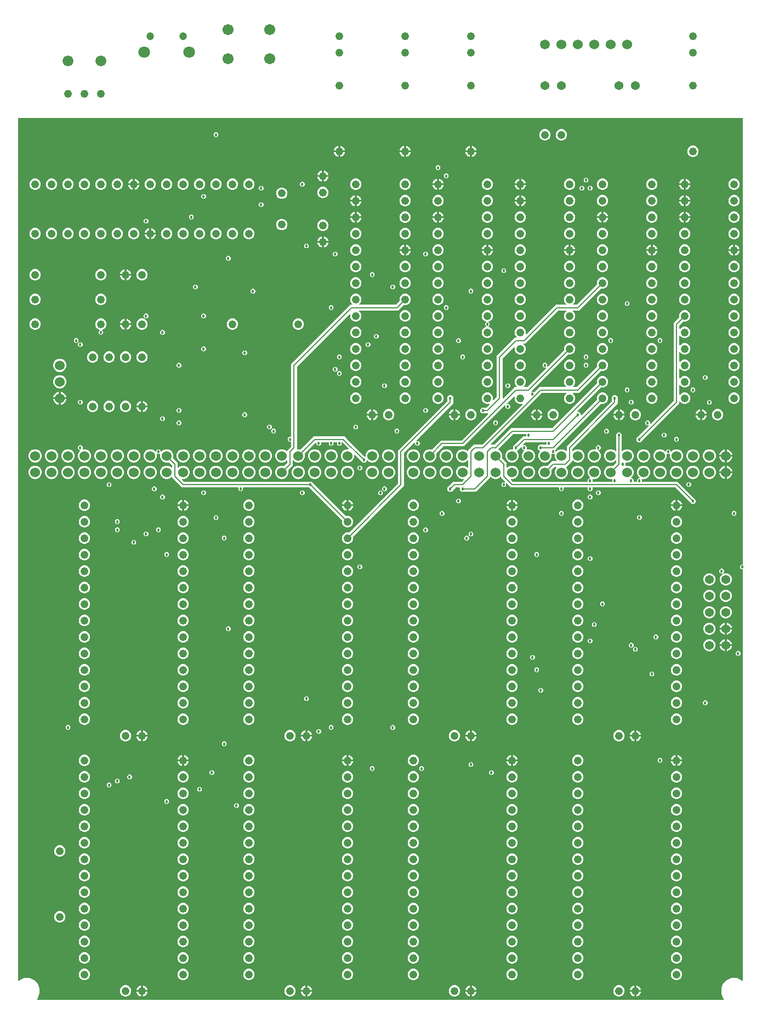
<source format=gbr>
G04 EAGLE Gerber RS-274X export*
G75*
%MOMM*%
%FSLAX34Y34*%
%LPD*%
%INCopper Layer 2*%
%IPPOS*%
%AMOC8*
5,1,8,0,0,1.08239X$1,22.5*%
G01*
%ADD10C,1.219200*%
%ADD11C,1.524000*%
%ADD12C,1.500000*%
%ADD13C,1.676400*%
%ADD14C,1.371600*%
%ADD15C,1.800000*%
%ADD16C,1.200000*%
%ADD17C,1.714500*%
%ADD18C,0.457200*%
%ADD19C,0.127000*%

G36*
X1101278Y11950D02*
X1101278Y11950D01*
X1101349Y11952D01*
X1101398Y11970D01*
X1101450Y11979D01*
X1101513Y12012D01*
X1101580Y12037D01*
X1101621Y12069D01*
X1101667Y12094D01*
X1101716Y12146D01*
X1101772Y12190D01*
X1101800Y12234D01*
X1101836Y12272D01*
X1101867Y12337D01*
X1101905Y12397D01*
X1101918Y12448D01*
X1101940Y12495D01*
X1101948Y12566D01*
X1101965Y12636D01*
X1101961Y12688D01*
X1101967Y12739D01*
X1101952Y12810D01*
X1101946Y12881D01*
X1101926Y12929D01*
X1101915Y12980D01*
X1101878Y13041D01*
X1101850Y13107D01*
X1101805Y13163D01*
X1101789Y13191D01*
X1101771Y13206D01*
X1101745Y13238D01*
X1100805Y14178D01*
X1097789Y21459D01*
X1097789Y29341D01*
X1100805Y36622D01*
X1106378Y42195D01*
X1113659Y45211D01*
X1121541Y45211D01*
X1128822Y42195D01*
X1129762Y41255D01*
X1129820Y41213D01*
X1129872Y41164D01*
X1129919Y41142D01*
X1129961Y41111D01*
X1130030Y41090D01*
X1130095Y41060D01*
X1130147Y41054D01*
X1130197Y41039D01*
X1130268Y41041D01*
X1130339Y41033D01*
X1130390Y41044D01*
X1130442Y41045D01*
X1130510Y41070D01*
X1130580Y41085D01*
X1130624Y41112D01*
X1130673Y41130D01*
X1130729Y41175D01*
X1130791Y41211D01*
X1130825Y41251D01*
X1130865Y41284D01*
X1130904Y41344D01*
X1130951Y41398D01*
X1130970Y41447D01*
X1130998Y41490D01*
X1131016Y41560D01*
X1131043Y41626D01*
X1131051Y41698D01*
X1131059Y41729D01*
X1131057Y41752D01*
X1131061Y41793D01*
X1131061Y675132D01*
X1131058Y675152D01*
X1131060Y675171D01*
X1131038Y675273D01*
X1131022Y675375D01*
X1131012Y675392D01*
X1131008Y675412D01*
X1130955Y675501D01*
X1130906Y675592D01*
X1130892Y675606D01*
X1130882Y675623D01*
X1130803Y675690D01*
X1130728Y675762D01*
X1130710Y675770D01*
X1130695Y675783D01*
X1130599Y675822D01*
X1130505Y675865D01*
X1130485Y675867D01*
X1130467Y675875D01*
X1130300Y675893D01*
X1128827Y675893D01*
X1126743Y677977D01*
X1126743Y680923D01*
X1128827Y683007D01*
X1130300Y683007D01*
X1130320Y683010D01*
X1130339Y683008D01*
X1130441Y683030D01*
X1130543Y683046D01*
X1130560Y683056D01*
X1130580Y683060D01*
X1130669Y683113D01*
X1130760Y683162D01*
X1130774Y683176D01*
X1130791Y683186D01*
X1130858Y683265D01*
X1130930Y683340D01*
X1130938Y683358D01*
X1130951Y683373D01*
X1130990Y683469D01*
X1131033Y683563D01*
X1131035Y683583D01*
X1131043Y683601D01*
X1131061Y683768D01*
X1131061Y1371600D01*
X1131058Y1371620D01*
X1131060Y1371639D01*
X1131038Y1371741D01*
X1131022Y1371843D01*
X1131012Y1371860D01*
X1131008Y1371880D01*
X1130955Y1371969D01*
X1130906Y1372060D01*
X1130892Y1372074D01*
X1130882Y1372091D01*
X1130803Y1372158D01*
X1130728Y1372230D01*
X1130710Y1372238D01*
X1130695Y1372251D01*
X1130599Y1372290D01*
X1130505Y1372333D01*
X1130485Y1372335D01*
X1130467Y1372343D01*
X1130300Y1372361D01*
X12700Y1372361D01*
X12680Y1372358D01*
X12661Y1372360D01*
X12559Y1372338D01*
X12457Y1372322D01*
X12440Y1372312D01*
X12420Y1372308D01*
X12331Y1372255D01*
X12240Y1372206D01*
X12226Y1372192D01*
X12209Y1372182D01*
X12142Y1372103D01*
X12071Y1372028D01*
X12062Y1372010D01*
X12049Y1371995D01*
X12010Y1371899D01*
X11967Y1371805D01*
X11965Y1371785D01*
X11957Y1371767D01*
X11939Y1371600D01*
X11939Y41793D01*
X11950Y41722D01*
X11952Y41651D01*
X11970Y41602D01*
X11979Y41550D01*
X12012Y41487D01*
X12037Y41420D01*
X12069Y41379D01*
X12094Y41333D01*
X12146Y41284D01*
X12190Y41228D01*
X12234Y41200D01*
X12272Y41164D01*
X12337Y41133D01*
X12397Y41095D01*
X12448Y41082D01*
X12495Y41060D01*
X12566Y41052D01*
X12636Y41035D01*
X12688Y41039D01*
X12739Y41033D01*
X12810Y41048D01*
X12881Y41054D01*
X12929Y41074D01*
X12980Y41085D01*
X13041Y41122D01*
X13107Y41150D01*
X13163Y41195D01*
X13191Y41211D01*
X13206Y41229D01*
X13238Y41255D01*
X14178Y42195D01*
X21459Y45211D01*
X29341Y45211D01*
X36622Y42195D01*
X42195Y36622D01*
X45211Y29341D01*
X45211Y21459D01*
X42195Y14178D01*
X41255Y13238D01*
X41213Y13180D01*
X41164Y13128D01*
X41142Y13081D01*
X41111Y13039D01*
X41090Y12970D01*
X41060Y12905D01*
X41054Y12853D01*
X41039Y12803D01*
X41041Y12732D01*
X41033Y12661D01*
X41044Y12610D01*
X41045Y12558D01*
X41070Y12490D01*
X41085Y12420D01*
X41112Y12376D01*
X41130Y12327D01*
X41175Y12271D01*
X41211Y12209D01*
X41251Y12175D01*
X41284Y12135D01*
X41344Y12096D01*
X41398Y12049D01*
X41447Y12030D01*
X41490Y12002D01*
X41560Y11984D01*
X41626Y11957D01*
X41698Y11949D01*
X41729Y11941D01*
X41752Y11943D01*
X41793Y11939D01*
X1101207Y11939D01*
X1101278Y11950D01*
G37*
%LPC*%
G36*
X1052258Y776604D02*
X1052258Y776604D01*
X1027081Y801781D01*
X1027008Y801834D01*
X1026938Y801894D01*
X1026908Y801906D01*
X1026882Y801925D01*
X1026795Y801952D01*
X1026710Y801986D01*
X1026669Y801990D01*
X1026647Y801997D01*
X1026614Y801996D01*
X1026543Y802004D01*
X899668Y802004D01*
X899648Y802001D01*
X899629Y802003D01*
X899527Y801981D01*
X899425Y801965D01*
X899408Y801955D01*
X899388Y801951D01*
X899299Y801898D01*
X899208Y801849D01*
X899194Y801835D01*
X899177Y801825D01*
X899110Y801746D01*
X899038Y801671D01*
X899030Y801653D01*
X899017Y801638D01*
X898978Y801542D01*
X898935Y801448D01*
X898933Y801428D01*
X898925Y801410D01*
X898907Y801243D01*
X898907Y798627D01*
X896823Y796543D01*
X893877Y796543D01*
X891793Y798627D01*
X891793Y801243D01*
X891790Y801263D01*
X891792Y801282D01*
X891770Y801384D01*
X891754Y801486D01*
X891744Y801503D01*
X891740Y801523D01*
X891687Y801612D01*
X891638Y801703D01*
X891624Y801717D01*
X891614Y801734D01*
X891535Y801801D01*
X891460Y801873D01*
X891442Y801881D01*
X891427Y801894D01*
X891331Y801933D01*
X891237Y801976D01*
X891217Y801978D01*
X891199Y801986D01*
X891032Y802004D01*
X855218Y802004D01*
X855198Y802001D01*
X855179Y802003D01*
X855077Y801981D01*
X854975Y801965D01*
X854958Y801955D01*
X854938Y801951D01*
X854849Y801898D01*
X854758Y801849D01*
X854744Y801835D01*
X854727Y801825D01*
X854660Y801746D01*
X854588Y801671D01*
X854580Y801653D01*
X854567Y801638D01*
X854528Y801542D01*
X854485Y801448D01*
X854483Y801428D01*
X854475Y801410D01*
X854457Y801243D01*
X854457Y798627D01*
X852373Y796543D01*
X849427Y796543D01*
X847343Y798627D01*
X847343Y801243D01*
X847340Y801263D01*
X847342Y801282D01*
X847320Y801384D01*
X847304Y801486D01*
X847294Y801503D01*
X847290Y801523D01*
X847237Y801612D01*
X847188Y801703D01*
X847174Y801717D01*
X847164Y801734D01*
X847085Y801801D01*
X847010Y801873D01*
X846992Y801881D01*
X846977Y801894D01*
X846881Y801933D01*
X846787Y801976D01*
X846767Y801978D01*
X846749Y801986D01*
X846582Y802004D01*
X772858Y802004D01*
X766856Y808007D01*
X766798Y808048D01*
X766746Y808098D01*
X766699Y808120D01*
X766657Y808150D01*
X766588Y808171D01*
X766523Y808201D01*
X766471Y808207D01*
X766421Y808222D01*
X766350Y808221D01*
X766279Y808228D01*
X766228Y808217D01*
X766176Y808216D01*
X766108Y808191D01*
X766038Y808176D01*
X765993Y808149D01*
X765945Y808132D01*
X765889Y808087D01*
X765827Y808050D01*
X765793Y808010D01*
X765753Y807978D01*
X765714Y807918D01*
X765667Y807863D01*
X765648Y807815D01*
X765620Y807771D01*
X765602Y807702D01*
X765575Y807635D01*
X765567Y807564D01*
X765559Y807532D01*
X765561Y807509D01*
X765557Y807468D01*
X765557Y804977D01*
X763473Y802893D01*
X760527Y802893D01*
X758443Y804977D01*
X758443Y807923D01*
X760527Y810007D01*
X763018Y810007D01*
X763089Y810018D01*
X763161Y810020D01*
X763210Y810038D01*
X763261Y810046D01*
X763324Y810080D01*
X763392Y810105D01*
X763432Y810137D01*
X763478Y810162D01*
X763528Y810214D01*
X763584Y810258D01*
X763612Y810302D01*
X763648Y810340D01*
X763678Y810405D01*
X763717Y810465D01*
X763729Y810516D01*
X763751Y810563D01*
X763759Y810634D01*
X763777Y810704D01*
X763773Y810756D01*
X763778Y810807D01*
X763763Y810878D01*
X763758Y810949D01*
X763737Y810997D01*
X763726Y811048D01*
X763689Y811109D01*
X763661Y811175D01*
X763617Y811231D01*
X763600Y811259D01*
X763582Y811274D01*
X763557Y811306D01*
X760381Y814481D01*
X757554Y817308D01*
X757554Y817547D01*
X757543Y817618D01*
X757541Y817689D01*
X757523Y817738D01*
X757515Y817790D01*
X757481Y817853D01*
X757456Y817920D01*
X757424Y817961D01*
X757399Y818007D01*
X757347Y818056D01*
X757303Y818112D01*
X757259Y818141D01*
X757221Y818177D01*
X757156Y818207D01*
X757096Y818245D01*
X757045Y818258D01*
X756998Y818280D01*
X756927Y818288D01*
X756857Y818306D01*
X756805Y818301D01*
X756754Y818307D01*
X756683Y818292D01*
X756612Y818286D01*
X756564Y818266D01*
X756513Y818255D01*
X756452Y818218D01*
X756386Y818190D01*
X756330Y818145D01*
X756302Y818129D01*
X756287Y818111D01*
X756255Y818085D01*
X755056Y816886D01*
X751321Y815339D01*
X747279Y815339D01*
X743544Y816886D01*
X742345Y818085D01*
X742287Y818127D01*
X742235Y818177D01*
X742188Y818198D01*
X742146Y818229D01*
X742077Y818250D01*
X742012Y818280D01*
X741960Y818286D01*
X741910Y818301D01*
X741839Y818299D01*
X741768Y818307D01*
X741717Y818296D01*
X741665Y818295D01*
X741597Y818270D01*
X741527Y818255D01*
X741482Y818228D01*
X741434Y818210D01*
X741378Y818166D01*
X741316Y818129D01*
X741282Y818089D01*
X741242Y818057D01*
X741203Y817996D01*
X741156Y817942D01*
X741137Y817894D01*
X741109Y817850D01*
X741091Y817780D01*
X741064Y817714D01*
X741056Y817642D01*
X741048Y817611D01*
X741050Y817588D01*
X741046Y817547D01*
X741046Y817308D01*
X719392Y795654D01*
X696658Y795654D01*
X694054Y798258D01*
X694054Y801243D01*
X694051Y801263D01*
X694053Y801282D01*
X694031Y801384D01*
X694015Y801486D01*
X694005Y801503D01*
X694001Y801523D01*
X693948Y801612D01*
X693899Y801703D01*
X693885Y801717D01*
X693875Y801734D01*
X693796Y801801D01*
X693721Y801873D01*
X693703Y801881D01*
X693688Y801894D01*
X693592Y801933D01*
X693498Y801976D01*
X693478Y801978D01*
X693460Y801986D01*
X693293Y802004D01*
X687957Y802004D01*
X687867Y801990D01*
X687776Y801982D01*
X687746Y801970D01*
X687714Y801965D01*
X687633Y801922D01*
X687550Y801886D01*
X687517Y801860D01*
X687497Y801849D01*
X687475Y801826D01*
X687419Y801781D01*
X681292Y795654D01*
X677608Y795654D01*
X675004Y798258D01*
X675004Y801942D01*
X683958Y810896D01*
X696343Y810896D01*
X696433Y810910D01*
X696524Y810918D01*
X696554Y810930D01*
X696586Y810935D01*
X696666Y810978D01*
X696750Y811014D01*
X696783Y811040D01*
X696803Y811051D01*
X696825Y811074D01*
X696881Y811119D01*
X699803Y814040D01*
X699844Y814098D01*
X699894Y814150D01*
X699916Y814197D01*
X699946Y814239D01*
X699967Y814308D01*
X699997Y814373D01*
X700003Y814425D01*
X700018Y814475D01*
X700017Y814546D01*
X700024Y814617D01*
X700013Y814668D01*
X700012Y814720D01*
X699987Y814788D01*
X699972Y814858D01*
X699945Y814903D01*
X699928Y814951D01*
X699883Y815007D01*
X699846Y815069D01*
X699806Y815103D01*
X699774Y815143D01*
X699714Y815182D01*
X699659Y815229D01*
X699611Y815248D01*
X699567Y815276D01*
X699498Y815294D01*
X699431Y815321D01*
X699360Y815329D01*
X699328Y815337D01*
X699305Y815335D01*
X699264Y815339D01*
X696479Y815339D01*
X692744Y816886D01*
X689886Y819744D01*
X688339Y823479D01*
X688339Y827521D01*
X689886Y831256D01*
X692744Y834114D01*
X696479Y835661D01*
X700521Y835661D01*
X704256Y834114D01*
X705455Y832915D01*
X705513Y832873D01*
X705565Y832823D01*
X705612Y832802D01*
X705654Y832771D01*
X705723Y832750D01*
X705788Y832720D01*
X705840Y832714D01*
X705890Y832699D01*
X705961Y832701D01*
X706032Y832693D01*
X706083Y832704D01*
X706135Y832705D01*
X706203Y832730D01*
X706273Y832745D01*
X706318Y832772D01*
X706366Y832790D01*
X706422Y832834D01*
X706484Y832871D01*
X706518Y832911D01*
X706558Y832943D01*
X706597Y833004D01*
X706644Y833058D01*
X706663Y833106D01*
X706691Y833150D01*
X706709Y833220D01*
X706736Y833286D01*
X706744Y833358D01*
X706752Y833389D01*
X706750Y833412D01*
X706754Y833453D01*
X706754Y842947D01*
X706743Y843018D01*
X706741Y843089D01*
X706723Y843138D01*
X706715Y843190D01*
X706681Y843253D01*
X706656Y843320D01*
X706624Y843361D01*
X706599Y843407D01*
X706547Y843456D01*
X706503Y843512D01*
X706459Y843541D01*
X706421Y843577D01*
X706356Y843607D01*
X706296Y843645D01*
X706245Y843658D01*
X706198Y843680D01*
X706127Y843688D01*
X706057Y843706D01*
X706005Y843701D01*
X705954Y843707D01*
X705883Y843692D01*
X705812Y843686D01*
X705764Y843666D01*
X705713Y843655D01*
X705652Y843618D01*
X705586Y843590D01*
X705530Y843545D01*
X705502Y843529D01*
X705487Y843511D01*
X705455Y843485D01*
X704256Y842286D01*
X700521Y840739D01*
X696479Y840739D01*
X692744Y842286D01*
X689886Y845144D01*
X688339Y848879D01*
X688339Y852921D01*
X689886Y856656D01*
X692744Y859514D01*
X696479Y861061D01*
X700521Y861061D01*
X704256Y859514D01*
X705455Y858315D01*
X705513Y858273D01*
X705565Y858223D01*
X705612Y858202D01*
X705654Y858171D01*
X705723Y858150D01*
X705788Y858120D01*
X705840Y858114D01*
X705890Y858099D01*
X705961Y858101D01*
X706032Y858093D01*
X706083Y858104D01*
X706135Y858105D01*
X706203Y858130D01*
X706273Y858145D01*
X706318Y858172D01*
X706366Y858190D01*
X706422Y858234D01*
X706484Y858271D01*
X706518Y858311D01*
X706558Y858343D01*
X706597Y858404D01*
X706644Y858458D01*
X706663Y858506D01*
X706691Y858550D01*
X706709Y858620D01*
X706736Y858686D01*
X706744Y858758D01*
X706752Y858789D01*
X706750Y858812D01*
X706754Y858853D01*
X706754Y859092D01*
X715708Y868046D01*
X728093Y868046D01*
X728183Y868060D01*
X728274Y868068D01*
X728304Y868080D01*
X728336Y868085D01*
X728417Y868128D01*
X728500Y868164D01*
X728533Y868190D01*
X728553Y868201D01*
X728575Y868224D01*
X728631Y868269D01*
X790523Y930160D01*
X790579Y930239D01*
X790642Y930314D01*
X790651Y930338D01*
X790666Y930360D01*
X790695Y930453D01*
X790730Y930544D01*
X790731Y930570D01*
X790739Y930595D01*
X790736Y930692D01*
X790740Y930789D01*
X790733Y930814D01*
X790732Y930841D01*
X790699Y930932D01*
X790672Y931026D01*
X790657Y931047D01*
X790648Y931072D01*
X790587Y931148D01*
X790531Y931228D01*
X790510Y931243D01*
X790494Y931264D01*
X790412Y931316D01*
X790334Y931374D01*
X790309Y931382D01*
X790287Y931397D01*
X790193Y931420D01*
X790100Y931451D01*
X790074Y931450D01*
X790049Y931457D01*
X789952Y931449D01*
X789854Y931448D01*
X789823Y931439D01*
X789803Y931438D01*
X789773Y931425D01*
X789693Y931402D01*
X789118Y931163D01*
X785682Y931163D01*
X782508Y932478D01*
X780078Y934908D01*
X778763Y938082D01*
X778763Y941518D01*
X779001Y942093D01*
X779024Y942188D01*
X779052Y942281D01*
X779052Y942307D01*
X779058Y942333D01*
X779049Y942429D01*
X779046Y942527D01*
X779037Y942551D01*
X779035Y942577D01*
X778995Y942666D01*
X778962Y942758D01*
X778945Y942778D01*
X778935Y942802D01*
X778869Y942874D01*
X778808Y942950D01*
X778786Y942964D01*
X778768Y942983D01*
X778683Y943030D01*
X778601Y943083D01*
X778576Y943089D01*
X778553Y943102D01*
X778457Y943119D01*
X778362Y943143D01*
X778336Y943141D01*
X778311Y943146D01*
X778214Y943131D01*
X778117Y943124D01*
X778093Y943114D01*
X778067Y943110D01*
X777980Y943066D01*
X777891Y943027D01*
X777865Y943007D01*
X777848Y942998D01*
X777825Y942975D01*
X777760Y942923D01*
X766793Y931956D01*
X766752Y931898D01*
X766702Y931846D01*
X766680Y931799D01*
X766650Y931757D01*
X766629Y931688D01*
X766599Y931623D01*
X766593Y931571D01*
X766578Y931521D01*
X766579Y931450D01*
X766572Y931379D01*
X766583Y931328D01*
X766584Y931276D01*
X766609Y931208D01*
X766624Y931138D01*
X766651Y931093D01*
X766668Y931045D01*
X766713Y930989D01*
X766750Y930927D01*
X766790Y930893D01*
X766822Y930853D01*
X766882Y930814D01*
X766937Y930767D01*
X766985Y930748D01*
X767029Y930720D01*
X767098Y930702D01*
X767165Y930675D01*
X767236Y930667D01*
X767268Y930659D01*
X767291Y930661D01*
X767332Y930657D01*
X769823Y930657D01*
X771907Y928573D01*
X771907Y925627D01*
X769823Y923543D01*
X766877Y923543D01*
X764793Y925627D01*
X764793Y928118D01*
X764782Y928189D01*
X764780Y928261D01*
X764762Y928310D01*
X764754Y928361D01*
X764720Y928424D01*
X764695Y928492D01*
X764663Y928532D01*
X764638Y928578D01*
X764586Y928628D01*
X764542Y928684D01*
X764498Y928712D01*
X764460Y928748D01*
X764395Y928778D01*
X764335Y928817D01*
X764284Y928829D01*
X764237Y928851D01*
X764166Y928859D01*
X764096Y928877D01*
X764044Y928873D01*
X763993Y928878D01*
X763922Y928863D01*
X763851Y928858D01*
X763803Y928837D01*
X763752Y928826D01*
X763691Y928789D01*
X763625Y928761D01*
X763569Y928717D01*
X763541Y928700D01*
X763526Y928682D01*
X763494Y928657D01*
X700342Y865504D01*
X668907Y865504D01*
X668817Y865490D01*
X668726Y865482D01*
X668696Y865470D01*
X668664Y865465D01*
X668583Y865422D01*
X668500Y865386D01*
X668467Y865360D01*
X668447Y865349D01*
X668425Y865326D01*
X668369Y865281D01*
X657678Y854591D01*
X657609Y854495D01*
X657540Y854402D01*
X657538Y854396D01*
X657534Y854391D01*
X657500Y854279D01*
X657464Y854168D01*
X657464Y854162D01*
X657462Y854156D01*
X657465Y854039D01*
X657466Y853922D01*
X657468Y853915D01*
X657468Y853910D01*
X657475Y853893D01*
X657513Y853761D01*
X657861Y852921D01*
X657861Y848879D01*
X656314Y845144D01*
X653456Y842286D01*
X649721Y840739D01*
X645679Y840739D01*
X641944Y842286D01*
X639086Y845144D01*
X637539Y848879D01*
X637539Y852921D01*
X639086Y856656D01*
X641944Y859514D01*
X645679Y861061D01*
X649721Y861061D01*
X650561Y860713D01*
X650675Y860686D01*
X650788Y860658D01*
X650794Y860658D01*
X650800Y860657D01*
X650917Y860668D01*
X651033Y860677D01*
X651039Y860679D01*
X651045Y860680D01*
X651153Y860728D01*
X651260Y860773D01*
X651265Y860778D01*
X651270Y860780D01*
X651284Y860793D01*
X651391Y860878D01*
X664908Y874396D01*
X696343Y874396D01*
X696433Y874410D01*
X696524Y874418D01*
X696554Y874430D01*
X696586Y874435D01*
X696667Y874478D01*
X696750Y874514D01*
X696783Y874540D01*
X696803Y874551D01*
X696825Y874574D01*
X696881Y874619D01*
X737268Y915005D01*
X737309Y915063D01*
X737359Y915115D01*
X737381Y915162D01*
X737411Y915204D01*
X737432Y915273D01*
X737462Y915338D01*
X737468Y915390D01*
X737483Y915440D01*
X737482Y915511D01*
X737489Y915582D01*
X737478Y915633D01*
X737477Y915685D01*
X737452Y915753D01*
X737437Y915823D01*
X737410Y915868D01*
X737393Y915916D01*
X737348Y915972D01*
X737311Y916034D01*
X737271Y916068D01*
X737239Y916108D01*
X737179Y916147D01*
X737124Y916194D01*
X737076Y916213D01*
X737032Y916241D01*
X736963Y916259D01*
X736896Y916286D01*
X736825Y916294D01*
X736793Y916302D01*
X736770Y916300D01*
X736729Y916304D01*
X728408Y916304D01*
X725804Y918908D01*
X725804Y922592D01*
X728408Y925196D01*
X734443Y925196D01*
X734533Y925210D01*
X734624Y925218D01*
X734654Y925230D01*
X734686Y925235D01*
X734767Y925278D01*
X734850Y925314D01*
X734883Y925340D01*
X734903Y925351D01*
X734925Y925374D01*
X734981Y925419D01*
X739723Y930160D01*
X739780Y930239D01*
X739842Y930314D01*
X739851Y930338D01*
X739866Y930360D01*
X739895Y930453D01*
X739930Y930544D01*
X739931Y930570D01*
X739939Y930595D01*
X739936Y930692D01*
X739940Y930789D01*
X739933Y930814D01*
X739932Y930841D01*
X739899Y930932D01*
X739872Y931026D01*
X739857Y931047D01*
X739848Y931072D01*
X739787Y931148D01*
X739731Y931228D01*
X739710Y931243D01*
X739694Y931264D01*
X739612Y931316D01*
X739534Y931374D01*
X739509Y931382D01*
X739487Y931397D01*
X739393Y931420D01*
X739300Y931451D01*
X739274Y931450D01*
X739249Y931457D01*
X739152Y931449D01*
X739054Y931448D01*
X739023Y931439D01*
X739003Y931438D01*
X738973Y931425D01*
X738893Y931402D01*
X738318Y931163D01*
X734882Y931163D01*
X731708Y932478D01*
X729278Y934908D01*
X727963Y938082D01*
X727963Y941518D01*
X729278Y944692D01*
X731708Y947122D01*
X734882Y948437D01*
X738318Y948437D01*
X741492Y947122D01*
X743922Y944692D01*
X745237Y941518D01*
X745237Y938082D01*
X744998Y937507D01*
X744976Y937412D01*
X744948Y937319D01*
X744948Y937293D01*
X744942Y937267D01*
X744951Y937171D01*
X744954Y937073D01*
X744963Y937049D01*
X744965Y937023D01*
X745005Y936934D01*
X745038Y936842D01*
X745055Y936822D01*
X745065Y936798D01*
X745131Y936726D01*
X745192Y936650D01*
X745214Y936636D01*
X745232Y936617D01*
X745317Y936570D01*
X745399Y936517D01*
X745424Y936511D01*
X745447Y936498D01*
X745543Y936481D01*
X745638Y936457D01*
X745664Y936459D01*
X745689Y936454D01*
X745786Y936469D01*
X745883Y936476D01*
X745907Y936486D01*
X745933Y936490D01*
X746020Y936534D01*
X746109Y936572D01*
X746135Y936593D01*
X746152Y936602D01*
X746175Y936625D01*
X746240Y936677D01*
X750981Y941419D01*
X751034Y941493D01*
X751094Y941562D01*
X751106Y941592D01*
X751125Y941618D01*
X751152Y941705D01*
X751186Y941790D01*
X751190Y941831D01*
X751197Y941853D01*
X751196Y941886D01*
X751204Y941957D01*
X751204Y1005142D01*
X779208Y1033146D01*
X781602Y1033146D01*
X781673Y1033157D01*
X781745Y1033159D01*
X781794Y1033177D01*
X781845Y1033185D01*
X781908Y1033219D01*
X781976Y1033244D01*
X782016Y1033276D01*
X782062Y1033301D01*
X782112Y1033353D01*
X782168Y1033397D01*
X782196Y1033441D01*
X782232Y1033479D01*
X782262Y1033544D01*
X782301Y1033604D01*
X782313Y1033655D01*
X782335Y1033702D01*
X782343Y1033773D01*
X782361Y1033843D01*
X782357Y1033895D01*
X782362Y1033946D01*
X782347Y1034017D01*
X782342Y1034088D01*
X782321Y1034136D01*
X782310Y1034187D01*
X782273Y1034248D01*
X782245Y1034314D01*
X782201Y1034370D01*
X782184Y1034398D01*
X782166Y1034413D01*
X782141Y1034445D01*
X780078Y1036508D01*
X778763Y1039682D01*
X778763Y1043118D01*
X780078Y1046292D01*
X782508Y1048722D01*
X785682Y1050037D01*
X789118Y1050037D01*
X792292Y1048722D01*
X794722Y1046292D01*
X796037Y1043118D01*
X796037Y1039682D01*
X795798Y1039107D01*
X795791Y1039073D01*
X795789Y1039070D01*
X795789Y1039064D01*
X795776Y1039012D01*
X795748Y1038919D01*
X795748Y1038893D01*
X795742Y1038867D01*
X795751Y1038771D01*
X795754Y1038673D01*
X795763Y1038649D01*
X795765Y1038623D01*
X795805Y1038534D01*
X795838Y1038442D01*
X795855Y1038422D01*
X795865Y1038398D01*
X795931Y1038326D01*
X795992Y1038250D01*
X796014Y1038236D01*
X796032Y1038217D01*
X796117Y1038170D01*
X796199Y1038117D01*
X796224Y1038111D01*
X796247Y1038098D01*
X796343Y1038081D01*
X796438Y1038057D01*
X796464Y1038059D01*
X796489Y1038054D01*
X796586Y1038069D01*
X796683Y1038076D01*
X796707Y1038086D01*
X796733Y1038090D01*
X796820Y1038134D01*
X796909Y1038172D01*
X796935Y1038193D01*
X796952Y1038202D01*
X796975Y1038225D01*
X797040Y1038277D01*
X842708Y1083946D01*
X857802Y1083946D01*
X857873Y1083957D01*
X857945Y1083959D01*
X857994Y1083977D01*
X858045Y1083985D01*
X858108Y1084019D01*
X858176Y1084044D01*
X858216Y1084076D01*
X858262Y1084101D01*
X858312Y1084153D01*
X858368Y1084197D01*
X858396Y1084241D01*
X858432Y1084279D01*
X858462Y1084344D01*
X858501Y1084404D01*
X858513Y1084455D01*
X858535Y1084502D01*
X858543Y1084573D01*
X858561Y1084643D01*
X858557Y1084695D01*
X858562Y1084746D01*
X858547Y1084817D01*
X858542Y1084888D01*
X858521Y1084936D01*
X858510Y1084987D01*
X858473Y1085048D01*
X858445Y1085114D01*
X858401Y1085170D01*
X858384Y1085198D01*
X858366Y1085213D01*
X858341Y1085245D01*
X856278Y1087308D01*
X854963Y1090482D01*
X854963Y1093918D01*
X856278Y1097092D01*
X858708Y1099522D01*
X861882Y1100837D01*
X865318Y1100837D01*
X868492Y1099522D01*
X870922Y1097092D01*
X872237Y1093918D01*
X872237Y1090482D01*
X870922Y1087308D01*
X868859Y1085245D01*
X868818Y1085187D01*
X868768Y1085135D01*
X868746Y1085088D01*
X868716Y1085046D01*
X868695Y1084977D01*
X868665Y1084912D01*
X868659Y1084860D01*
X868644Y1084810D01*
X868645Y1084739D01*
X868638Y1084668D01*
X868649Y1084617D01*
X868650Y1084565D01*
X868675Y1084497D01*
X868690Y1084427D01*
X868716Y1084382D01*
X868734Y1084334D01*
X868779Y1084278D01*
X868816Y1084216D01*
X868856Y1084182D01*
X868888Y1084142D01*
X868948Y1084103D01*
X869003Y1084056D01*
X869051Y1084037D01*
X869095Y1084009D01*
X869164Y1083991D01*
X869231Y1083964D01*
X869302Y1083956D01*
X869334Y1083948D01*
X869357Y1083950D01*
X869398Y1083946D01*
X874143Y1083946D01*
X874233Y1083960D01*
X874324Y1083968D01*
X874354Y1083980D01*
X874386Y1083985D01*
X874467Y1084028D01*
X874550Y1084064D01*
X874583Y1084090D01*
X874603Y1084101D01*
X874625Y1084124D01*
X874681Y1084169D01*
X905589Y1115076D01*
X905656Y1115170D01*
X905727Y1115265D01*
X905728Y1115270D01*
X905732Y1115276D01*
X905766Y1115387D01*
X905803Y1115498D01*
X905803Y1115505D01*
X905804Y1115511D01*
X905801Y1115627D01*
X905800Y1115744D01*
X905798Y1115752D01*
X905798Y1115756D01*
X905792Y1115774D01*
X905763Y1115872D01*
X905763Y1119318D01*
X907078Y1122492D01*
X909508Y1124922D01*
X912682Y1126237D01*
X916118Y1126237D01*
X919292Y1124922D01*
X921722Y1122492D01*
X923037Y1119318D01*
X923037Y1115882D01*
X921722Y1112708D01*
X919292Y1110278D01*
X916118Y1108963D01*
X912664Y1108963D01*
X912592Y1108980D01*
X912478Y1109009D01*
X912472Y1109008D01*
X912466Y1109010D01*
X912350Y1108999D01*
X912233Y1108990D01*
X912227Y1108987D01*
X912221Y1108987D01*
X912114Y1108939D01*
X912007Y1108893D01*
X912001Y1108889D01*
X911996Y1108887D01*
X911983Y1108874D01*
X911876Y1108789D01*
X880969Y1077881D01*
X878142Y1075054D01*
X869398Y1075054D01*
X869327Y1075043D01*
X869255Y1075041D01*
X869206Y1075023D01*
X869155Y1075015D01*
X869092Y1074981D01*
X869024Y1074956D01*
X868984Y1074924D01*
X868938Y1074899D01*
X868888Y1074847D01*
X868832Y1074803D01*
X868804Y1074759D01*
X868768Y1074721D01*
X868738Y1074656D01*
X868699Y1074596D01*
X868687Y1074545D01*
X868665Y1074498D01*
X868657Y1074427D01*
X868639Y1074357D01*
X868643Y1074305D01*
X868638Y1074254D01*
X868653Y1074183D01*
X868658Y1074112D01*
X868679Y1074064D01*
X868690Y1074013D01*
X868727Y1073952D01*
X868755Y1073886D01*
X868799Y1073830D01*
X868816Y1073802D01*
X868834Y1073787D01*
X868859Y1073755D01*
X870922Y1071692D01*
X872237Y1068518D01*
X872237Y1065082D01*
X870922Y1061908D01*
X868492Y1059478D01*
X865318Y1058163D01*
X861882Y1058163D01*
X858708Y1059478D01*
X856278Y1061908D01*
X854963Y1065082D01*
X854963Y1068518D01*
X856278Y1071692D01*
X858341Y1073755D01*
X858382Y1073813D01*
X858432Y1073865D01*
X858454Y1073912D01*
X858484Y1073954D01*
X858505Y1074023D01*
X858535Y1074088D01*
X858541Y1074140D01*
X858556Y1074190D01*
X858555Y1074261D01*
X858562Y1074332D01*
X858551Y1074383D01*
X858550Y1074435D01*
X858525Y1074503D01*
X858510Y1074573D01*
X858484Y1074618D01*
X858466Y1074666D01*
X858421Y1074722D01*
X858384Y1074784D01*
X858344Y1074818D01*
X858312Y1074858D01*
X858252Y1074897D01*
X858197Y1074944D01*
X858149Y1074963D01*
X858105Y1074991D01*
X858036Y1075009D01*
X857969Y1075036D01*
X857898Y1075044D01*
X857866Y1075052D01*
X857843Y1075050D01*
X857802Y1075054D01*
X846707Y1075054D01*
X846617Y1075040D01*
X846526Y1075032D01*
X846496Y1075020D01*
X846464Y1075015D01*
X846383Y1074972D01*
X846300Y1074936D01*
X846267Y1074910D01*
X846247Y1074899D01*
X846225Y1074876D01*
X846169Y1074831D01*
X795592Y1024254D01*
X793198Y1024254D01*
X793127Y1024243D01*
X793055Y1024241D01*
X793006Y1024223D01*
X792955Y1024215D01*
X792892Y1024181D01*
X792824Y1024156D01*
X792784Y1024124D01*
X792738Y1024099D01*
X792688Y1024047D01*
X792632Y1024003D01*
X792604Y1023959D01*
X792568Y1023921D01*
X792538Y1023856D01*
X792499Y1023796D01*
X792487Y1023745D01*
X792465Y1023698D01*
X792457Y1023627D01*
X792439Y1023557D01*
X792443Y1023505D01*
X792438Y1023454D01*
X792453Y1023383D01*
X792458Y1023312D01*
X792479Y1023264D01*
X792490Y1023213D01*
X792527Y1023152D01*
X792555Y1023086D01*
X792599Y1023030D01*
X792616Y1023002D01*
X792634Y1022987D01*
X792659Y1022955D01*
X794722Y1020892D01*
X796037Y1017718D01*
X796037Y1014282D01*
X794722Y1011108D01*
X792292Y1008678D01*
X789118Y1007363D01*
X785682Y1007363D01*
X782508Y1008678D01*
X780078Y1011108D01*
X778763Y1014282D01*
X778763Y1017718D01*
X779002Y1018293D01*
X779024Y1018388D01*
X779052Y1018481D01*
X779052Y1018507D01*
X779058Y1018533D01*
X779049Y1018629D01*
X779046Y1018727D01*
X779037Y1018751D01*
X779035Y1018777D01*
X778995Y1018866D01*
X778962Y1018958D01*
X778945Y1018978D01*
X778935Y1019002D01*
X778869Y1019074D01*
X778808Y1019150D01*
X778786Y1019164D01*
X778768Y1019183D01*
X778683Y1019230D01*
X778601Y1019283D01*
X778576Y1019289D01*
X778553Y1019302D01*
X778457Y1019319D01*
X778362Y1019343D01*
X778336Y1019341D01*
X778311Y1019346D01*
X778214Y1019331D01*
X778117Y1019324D01*
X778093Y1019314D01*
X778067Y1019310D01*
X777980Y1019266D01*
X777891Y1019228D01*
X777865Y1019207D01*
X777848Y1019198D01*
X777825Y1019175D01*
X777760Y1019123D01*
X760319Y1001681D01*
X760266Y1001608D01*
X760206Y1001538D01*
X760194Y1001508D01*
X760175Y1001482D01*
X760148Y1001395D01*
X760114Y1001310D01*
X760110Y1001269D01*
X760103Y1001247D01*
X760104Y1001214D01*
X760096Y1001143D01*
X760096Y939671D01*
X760107Y939600D01*
X760109Y939528D01*
X760127Y939479D01*
X760135Y939428D01*
X760169Y939365D01*
X760194Y939297D01*
X760226Y939257D01*
X760251Y939211D01*
X760303Y939161D01*
X760347Y939105D01*
X760391Y939077D01*
X760429Y939041D01*
X760494Y939011D01*
X760554Y938972D01*
X760605Y938960D01*
X760652Y938938D01*
X760723Y938930D01*
X760793Y938912D01*
X760845Y938916D01*
X760896Y938911D01*
X760967Y938926D01*
X761038Y938931D01*
X761086Y938952D01*
X761137Y938963D01*
X761198Y939000D01*
X761264Y939028D01*
X761320Y939072D01*
X761348Y939089D01*
X761363Y939107D01*
X761395Y939132D01*
X779208Y956946D01*
X781602Y956946D01*
X781673Y956957D01*
X781745Y956959D01*
X781794Y956977D01*
X781845Y956985D01*
X781908Y957019D01*
X781976Y957044D01*
X782016Y957076D01*
X782062Y957101D01*
X782112Y957153D01*
X782168Y957197D01*
X782196Y957241D01*
X782232Y957279D01*
X782262Y957344D01*
X782301Y957404D01*
X782313Y957455D01*
X782335Y957502D01*
X782343Y957573D01*
X782361Y957643D01*
X782357Y957695D01*
X782362Y957746D01*
X782347Y957817D01*
X782342Y957888D01*
X782321Y957936D01*
X782310Y957987D01*
X782273Y958048D01*
X782245Y958114D01*
X782201Y958170D01*
X782184Y958198D01*
X782166Y958213D01*
X782141Y958245D01*
X780078Y960308D01*
X778763Y963482D01*
X778763Y966918D01*
X780078Y970092D01*
X782508Y972522D01*
X785682Y973837D01*
X789118Y973837D01*
X792292Y972522D01*
X794722Y970092D01*
X796037Y966918D01*
X796037Y963482D01*
X794722Y960308D01*
X792659Y958245D01*
X792618Y958187D01*
X792568Y958135D01*
X792546Y958088D01*
X792516Y958046D01*
X792495Y957977D01*
X792465Y957912D01*
X792459Y957860D01*
X792444Y957810D01*
X792445Y957739D01*
X792438Y957668D01*
X792449Y957617D01*
X792450Y957565D01*
X792475Y957497D01*
X792490Y957427D01*
X792516Y957382D01*
X792534Y957334D01*
X792579Y957278D01*
X792616Y957216D01*
X792656Y957182D01*
X792688Y957142D01*
X792748Y957103D01*
X792803Y957056D01*
X792851Y957037D01*
X792895Y957009D01*
X792964Y956991D01*
X793031Y956964D01*
X793102Y956956D01*
X793134Y956948D01*
X793157Y956950D01*
X793198Y956946D01*
X797943Y956946D01*
X798033Y956960D01*
X798124Y956968D01*
X798154Y956980D01*
X798186Y956985D01*
X798267Y957028D01*
X798350Y957064D01*
X798383Y957090D01*
X798403Y957101D01*
X798425Y957124D01*
X798481Y957169D01*
X827057Y985744D01*
X827098Y985802D01*
X827148Y985854D01*
X827170Y985901D01*
X827200Y985943D01*
X827221Y986012D01*
X827251Y986077D01*
X827257Y986129D01*
X827272Y986179D01*
X827271Y986250D01*
X827278Y986321D01*
X827267Y986372D01*
X827266Y986424D01*
X827241Y986492D01*
X827226Y986562D01*
X827199Y986607D01*
X827182Y986655D01*
X827137Y986711D01*
X827100Y986773D01*
X827060Y986807D01*
X827028Y986847D01*
X826968Y986886D01*
X826913Y986933D01*
X826865Y986952D01*
X826821Y986980D01*
X826752Y986998D01*
X826685Y987025D01*
X826614Y987033D01*
X826582Y987041D01*
X826559Y987039D01*
X826518Y987043D01*
X824027Y987043D01*
X821943Y989127D01*
X821943Y992073D01*
X824027Y994157D01*
X826973Y994157D01*
X829057Y992073D01*
X829057Y989582D01*
X829068Y989511D01*
X829070Y989439D01*
X829088Y989390D01*
X829096Y989339D01*
X829130Y989276D01*
X829155Y989208D01*
X829187Y989168D01*
X829212Y989122D01*
X829263Y989072D01*
X829308Y989016D01*
X829352Y988988D01*
X829390Y988952D01*
X829455Y988922D01*
X829515Y988883D01*
X829566Y988871D01*
X829613Y988849D01*
X829684Y988841D01*
X829754Y988823D01*
X829806Y988827D01*
X829857Y988822D01*
X829928Y988837D01*
X829999Y988842D01*
X830047Y988863D01*
X830098Y988874D01*
X830159Y988911D01*
X830225Y988939D01*
X830281Y988983D01*
X830309Y989000D01*
X830324Y989018D01*
X830356Y989043D01*
X854789Y1013476D01*
X854856Y1013570D01*
X854927Y1013665D01*
X854928Y1013670D01*
X854932Y1013676D01*
X854966Y1013787D01*
X855003Y1013898D01*
X855003Y1013905D01*
X855004Y1013911D01*
X855001Y1014027D01*
X855000Y1014144D01*
X854998Y1014152D01*
X854998Y1014157D01*
X854992Y1014174D01*
X854963Y1014272D01*
X854963Y1017718D01*
X856278Y1020892D01*
X858708Y1023322D01*
X861882Y1024637D01*
X865318Y1024637D01*
X868492Y1023322D01*
X870922Y1020892D01*
X872237Y1017718D01*
X872237Y1014282D01*
X870922Y1011108D01*
X868492Y1008678D01*
X865318Y1007363D01*
X861864Y1007363D01*
X861792Y1007380D01*
X861678Y1007409D01*
X861672Y1007408D01*
X861666Y1007410D01*
X861550Y1007399D01*
X861433Y1007390D01*
X861427Y1007387D01*
X861421Y1007387D01*
X861314Y1007339D01*
X861207Y1007293D01*
X861201Y1007289D01*
X861196Y1007287D01*
X861183Y1007274D01*
X861076Y1007189D01*
X804893Y951006D01*
X804852Y950948D01*
X804802Y950896D01*
X804780Y950849D01*
X804750Y950807D01*
X804729Y950738D01*
X804699Y950673D01*
X804693Y950621D01*
X804678Y950571D01*
X804679Y950500D01*
X804672Y950429D01*
X804683Y950378D01*
X804684Y950326D01*
X804709Y950258D01*
X804724Y950188D01*
X804750Y950144D01*
X804768Y950095D01*
X804813Y950039D01*
X804850Y949977D01*
X804890Y949943D01*
X804922Y949903D01*
X804982Y949864D01*
X805037Y949817D01*
X805085Y949798D01*
X805129Y949770D01*
X805198Y949752D01*
X805265Y949725D01*
X805336Y949717D01*
X805368Y949709D01*
X805391Y949711D01*
X805432Y949707D01*
X807923Y949707D01*
X808458Y949172D01*
X808474Y949160D01*
X808487Y949145D01*
X808574Y949089D01*
X808658Y949028D01*
X808677Y949023D01*
X808694Y949012D01*
X808794Y948986D01*
X808893Y948956D01*
X808913Y948957D01*
X808932Y948952D01*
X809035Y948960D01*
X809139Y948962D01*
X809158Y948969D01*
X809177Y948971D01*
X809272Y949011D01*
X809370Y949047D01*
X809385Y949059D01*
X809404Y949067D01*
X809535Y949172D01*
X817308Y956946D01*
X857802Y956946D01*
X857873Y956957D01*
X857945Y956959D01*
X857994Y956977D01*
X858045Y956985D01*
X858108Y957019D01*
X858176Y957044D01*
X858216Y957076D01*
X858262Y957101D01*
X858312Y957153D01*
X858368Y957197D01*
X858396Y957241D01*
X858432Y957279D01*
X858462Y957344D01*
X858501Y957404D01*
X858513Y957455D01*
X858535Y957502D01*
X858543Y957573D01*
X858561Y957643D01*
X858557Y957695D01*
X858562Y957746D01*
X858547Y957817D01*
X858542Y957888D01*
X858521Y957936D01*
X858510Y957987D01*
X858473Y958048D01*
X858445Y958114D01*
X858401Y958170D01*
X858384Y958198D01*
X858366Y958213D01*
X858341Y958245D01*
X856278Y960308D01*
X854963Y963482D01*
X854963Y966918D01*
X856278Y970092D01*
X858708Y972522D01*
X861882Y973837D01*
X865318Y973837D01*
X868492Y972522D01*
X870922Y970092D01*
X872237Y966918D01*
X872237Y963482D01*
X870922Y960308D01*
X868859Y958245D01*
X868818Y958187D01*
X868768Y958135D01*
X868746Y958088D01*
X868716Y958046D01*
X868695Y957977D01*
X868665Y957912D01*
X868659Y957860D01*
X868644Y957810D01*
X868645Y957739D01*
X868638Y957668D01*
X868649Y957617D01*
X868650Y957565D01*
X868675Y957497D01*
X868690Y957427D01*
X868716Y957382D01*
X868734Y957334D01*
X868779Y957278D01*
X868816Y957216D01*
X868856Y957182D01*
X868888Y957142D01*
X868948Y957103D01*
X869003Y957056D01*
X869051Y957037D01*
X869095Y957009D01*
X869164Y956991D01*
X869231Y956964D01*
X869302Y956956D01*
X869334Y956948D01*
X869357Y956950D01*
X869398Y956946D01*
X874143Y956946D01*
X874233Y956960D01*
X874324Y956968D01*
X874354Y956980D01*
X874386Y956985D01*
X874467Y957028D01*
X874550Y957064D01*
X874583Y957090D01*
X874603Y957101D01*
X874625Y957124D01*
X874681Y957169D01*
X905589Y988076D01*
X905656Y988170D01*
X905668Y988186D01*
X905676Y988194D01*
X905679Y988201D01*
X905727Y988265D01*
X905728Y988270D01*
X905732Y988276D01*
X905766Y988387D01*
X905768Y988392D01*
X905780Y988418D01*
X905782Y988434D01*
X905803Y988498D01*
X905803Y988505D01*
X905804Y988511D01*
X905802Y988615D01*
X905807Y988662D01*
X905801Y988690D01*
X905800Y988744D01*
X905798Y988752D01*
X905798Y988756D01*
X905792Y988774D01*
X905763Y988872D01*
X905763Y992318D01*
X907078Y995492D01*
X909508Y997922D01*
X912682Y999237D01*
X916118Y999237D01*
X919292Y997922D01*
X921722Y995492D01*
X923037Y992318D01*
X923037Y988882D01*
X921722Y985708D01*
X919292Y983278D01*
X916118Y981963D01*
X912664Y981963D01*
X912592Y981980D01*
X912478Y982009D01*
X912472Y982008D01*
X912466Y982010D01*
X912350Y981999D01*
X912233Y981990D01*
X912227Y981987D01*
X912221Y981987D01*
X912114Y981939D01*
X912007Y981893D01*
X912001Y981889D01*
X911996Y981887D01*
X911983Y981874D01*
X911876Y981789D01*
X880969Y950881D01*
X878142Y948054D01*
X869398Y948054D01*
X869327Y948043D01*
X869255Y948041D01*
X869206Y948023D01*
X869155Y948015D01*
X869092Y947981D01*
X869024Y947956D01*
X868984Y947924D01*
X868938Y947899D01*
X868888Y947847D01*
X868832Y947803D01*
X868804Y947759D01*
X868768Y947721D01*
X868738Y947656D01*
X868699Y947596D01*
X868687Y947545D01*
X868665Y947498D01*
X868657Y947427D01*
X868639Y947357D01*
X868643Y947305D01*
X868638Y947254D01*
X868653Y947183D01*
X868658Y947112D01*
X868679Y947064D01*
X868690Y947013D01*
X868727Y946952D01*
X868755Y946886D01*
X868799Y946830D01*
X868816Y946802D01*
X868834Y946787D01*
X868859Y946755D01*
X870922Y944692D01*
X872237Y941518D01*
X872237Y938082D01*
X870922Y934908D01*
X868492Y932478D01*
X865318Y931163D01*
X861882Y931163D01*
X858708Y932478D01*
X856278Y934908D01*
X854963Y938082D01*
X854963Y941518D01*
X856278Y944692D01*
X858341Y946755D01*
X858382Y946813D01*
X858432Y946865D01*
X858454Y946912D01*
X858484Y946954D01*
X858505Y947023D01*
X858535Y947088D01*
X858541Y947140D01*
X858556Y947190D01*
X858555Y947261D01*
X858562Y947332D01*
X858551Y947383D01*
X858550Y947435D01*
X858525Y947503D01*
X858510Y947573D01*
X858484Y947618D01*
X858466Y947666D01*
X858421Y947722D01*
X858384Y947784D01*
X858344Y947818D01*
X858312Y947858D01*
X858252Y947897D01*
X858197Y947944D01*
X858149Y947963D01*
X858105Y947991D01*
X858036Y948009D01*
X857969Y948036D01*
X857898Y948044D01*
X857866Y948052D01*
X857843Y948050D01*
X857802Y948054D01*
X821307Y948054D01*
X821217Y948040D01*
X821126Y948032D01*
X821096Y948020D01*
X821064Y948015D01*
X820983Y947972D01*
X820900Y947936D01*
X820867Y947910D01*
X820847Y947899D01*
X820825Y947876D01*
X820769Y947831D01*
X742282Y869345D01*
X742241Y869287D01*
X742191Y869235D01*
X742169Y869188D01*
X742139Y869146D01*
X742118Y869077D01*
X742088Y869012D01*
X742082Y868960D01*
X742067Y868910D01*
X742068Y868839D01*
X742061Y868768D01*
X742072Y868717D01*
X742073Y868665D01*
X742098Y868597D01*
X742113Y868527D01*
X742139Y868483D01*
X742157Y868434D01*
X742202Y868378D01*
X742239Y868316D01*
X742279Y868282D01*
X742311Y868242D01*
X742371Y868203D01*
X742426Y868156D01*
X742474Y868137D01*
X742518Y868109D01*
X742587Y868091D01*
X742654Y868064D01*
X742725Y868056D01*
X742757Y868048D01*
X742780Y868050D01*
X742821Y868046D01*
X747143Y868046D01*
X747233Y868060D01*
X747324Y868068D01*
X747354Y868080D01*
X747386Y868085D01*
X747467Y868128D01*
X747550Y868164D01*
X747583Y868190D01*
X747603Y868201D01*
X747625Y868224D01*
X747681Y868269D01*
X772858Y893446D01*
X836043Y893446D01*
X836133Y893460D01*
X836224Y893468D01*
X836254Y893480D01*
X836286Y893485D01*
X836367Y893528D01*
X836450Y893564D01*
X836483Y893590D01*
X836503Y893601D01*
X836522Y893620D01*
X836524Y893621D01*
X836530Y893627D01*
X836581Y893669D01*
X905589Y962676D01*
X905656Y962770D01*
X905727Y962865D01*
X905728Y962870D01*
X905732Y962876D01*
X905766Y962987D01*
X905803Y963098D01*
X905803Y963105D01*
X905804Y963111D01*
X905801Y963227D01*
X905800Y963344D01*
X905798Y963352D01*
X905798Y963356D01*
X905792Y963374D01*
X905763Y963472D01*
X905763Y966918D01*
X907078Y970092D01*
X909508Y972522D01*
X912682Y973837D01*
X916118Y973837D01*
X919292Y972522D01*
X921722Y970092D01*
X923037Y966918D01*
X923037Y963482D01*
X921722Y960308D01*
X919292Y957878D01*
X916118Y956563D01*
X912664Y956563D01*
X912592Y956580D01*
X912478Y956609D01*
X912472Y956608D01*
X912466Y956610D01*
X912350Y956599D01*
X912233Y956590D01*
X912227Y956587D01*
X912221Y956587D01*
X912114Y956539D01*
X912007Y956493D01*
X912001Y956489D01*
X911996Y956487D01*
X911983Y956474D01*
X911876Y956389D01*
X875632Y920145D01*
X875591Y920087D01*
X875541Y920035D01*
X875519Y919988D01*
X875489Y919946D01*
X875468Y919877D01*
X875438Y919812D01*
X875432Y919760D01*
X875417Y919710D01*
X875418Y919639D01*
X875411Y919568D01*
X875422Y919517D01*
X875423Y919465D01*
X875448Y919397D01*
X875463Y919327D01*
X875489Y919283D01*
X875507Y919234D01*
X875552Y919178D01*
X875589Y919116D01*
X875629Y919082D01*
X875661Y919042D01*
X875721Y919003D01*
X875776Y918956D01*
X875824Y918937D01*
X875868Y918909D01*
X875937Y918891D01*
X876004Y918864D01*
X876075Y918856D01*
X876107Y918848D01*
X876130Y918850D01*
X876171Y918846D01*
X878142Y918846D01*
X880746Y916242D01*
X880746Y914271D01*
X880757Y914200D01*
X880759Y914128D01*
X880777Y914079D01*
X880785Y914028D01*
X880819Y913965D01*
X880844Y913897D01*
X880876Y913857D01*
X880901Y913811D01*
X880952Y913761D01*
X880997Y913705D01*
X881041Y913677D01*
X881079Y913641D01*
X881144Y913611D01*
X881204Y913572D01*
X881255Y913560D01*
X881302Y913538D01*
X881373Y913530D01*
X881443Y913512D01*
X881495Y913516D01*
X881546Y913511D01*
X881617Y913526D01*
X881688Y913531D01*
X881736Y913552D01*
X881787Y913563D01*
X881848Y913600D01*
X881914Y913628D01*
X881970Y913672D01*
X881998Y913689D01*
X882013Y913707D01*
X882045Y913732D01*
X905589Y937276D01*
X905656Y937370D01*
X905727Y937465D01*
X905728Y937470D01*
X905732Y937476D01*
X905766Y937587D01*
X905803Y937698D01*
X905803Y937705D01*
X905804Y937711D01*
X905801Y937827D01*
X905800Y937944D01*
X905798Y937952D01*
X905798Y937957D01*
X905792Y937974D01*
X905763Y938072D01*
X905763Y941518D01*
X907078Y944692D01*
X909508Y947122D01*
X912682Y948437D01*
X916118Y948437D01*
X919292Y947122D01*
X921722Y944692D01*
X923037Y941518D01*
X923037Y938082D01*
X921722Y934908D01*
X919292Y932478D01*
X916118Y931163D01*
X912664Y931163D01*
X912592Y931180D01*
X912478Y931209D01*
X912472Y931208D01*
X912466Y931210D01*
X912350Y931199D01*
X912233Y931190D01*
X912227Y931187D01*
X912221Y931187D01*
X912114Y931139D01*
X912007Y931093D01*
X912001Y931089D01*
X911996Y931087D01*
X911983Y931074D01*
X911876Y930989D01*
X842869Y861981D01*
X841222Y860335D01*
X841210Y860318D01*
X841195Y860306D01*
X841139Y860219D01*
X841078Y860135D01*
X841073Y860116D01*
X841062Y860099D01*
X841036Y859999D01*
X841006Y859900D01*
X841007Y859880D01*
X841002Y859861D01*
X841010Y859758D01*
X841012Y859654D01*
X841019Y859635D01*
X841021Y859615D01*
X841061Y859521D01*
X841097Y859423D01*
X841109Y859407D01*
X841117Y859389D01*
X841222Y859258D01*
X841757Y858723D01*
X841757Y857964D01*
X841768Y857893D01*
X841770Y857822D01*
X841788Y857773D01*
X841796Y857721D01*
X841830Y857658D01*
X841855Y857591D01*
X841887Y857550D01*
X841912Y857504D01*
X841964Y857455D01*
X842008Y857399D01*
X842052Y857370D01*
X842090Y857334D01*
X842155Y857304D01*
X842215Y857266D01*
X842266Y857253D01*
X842313Y857231D01*
X842384Y857223D01*
X842454Y857205D01*
X842506Y857210D01*
X842557Y857204D01*
X842628Y857219D01*
X842699Y857225D01*
X842747Y857245D01*
X842798Y857256D01*
X842859Y857293D01*
X842925Y857321D01*
X842981Y857366D01*
X843009Y857382D01*
X843024Y857400D01*
X843056Y857426D01*
X845144Y859514D01*
X848879Y861061D01*
X852921Y861061D01*
X856656Y859514D01*
X857855Y858315D01*
X857913Y858273D01*
X857965Y858223D01*
X858012Y858202D01*
X858054Y858171D01*
X858123Y858150D01*
X858188Y858120D01*
X858240Y858114D01*
X858290Y858099D01*
X858361Y858101D01*
X858432Y858093D01*
X858483Y858104D01*
X858535Y858105D01*
X858603Y858130D01*
X858673Y858145D01*
X858718Y858172D01*
X858766Y858190D01*
X858822Y858234D01*
X858884Y858271D01*
X858918Y858311D01*
X858958Y858343D01*
X858997Y858404D01*
X859044Y858458D01*
X859063Y858506D01*
X859091Y858550D01*
X859109Y858620D01*
X859136Y858686D01*
X859144Y858758D01*
X859152Y858789D01*
X859150Y858812D01*
X859154Y858853D01*
X859154Y865442D01*
X928781Y935069D01*
X928834Y935142D01*
X928894Y935212D01*
X928906Y935242D01*
X928925Y935268D01*
X928952Y935355D01*
X928986Y935440D01*
X928990Y935481D01*
X928997Y935503D01*
X928996Y935536D01*
X929004Y935607D01*
X929004Y941642D01*
X931608Y944246D01*
X935292Y944246D01*
X937896Y941642D01*
X937896Y931608D01*
X868269Y861981D01*
X868216Y861908D01*
X868156Y861838D01*
X868144Y861808D01*
X868125Y861782D01*
X868098Y861695D01*
X868064Y861610D01*
X868060Y861569D01*
X868053Y861547D01*
X868054Y861514D01*
X868046Y861443D01*
X868046Y858853D01*
X868057Y858782D01*
X868059Y858711D01*
X868077Y858662D01*
X868085Y858610D01*
X868119Y858547D01*
X868144Y858480D01*
X868176Y858439D01*
X868201Y858393D01*
X868253Y858344D01*
X868297Y858288D01*
X868341Y858259D01*
X868379Y858223D01*
X868444Y858193D01*
X868504Y858155D01*
X868555Y858142D01*
X868602Y858120D01*
X868673Y858112D01*
X868743Y858094D01*
X868795Y858099D01*
X868846Y858093D01*
X868917Y858108D01*
X868988Y858114D01*
X869036Y858134D01*
X869087Y858145D01*
X869148Y858182D01*
X869214Y858210D01*
X869270Y858255D01*
X869298Y858271D01*
X869313Y858289D01*
X869345Y858315D01*
X870544Y859514D01*
X874279Y861061D01*
X878321Y861061D01*
X882056Y859514D01*
X884914Y856656D01*
X886461Y852921D01*
X886461Y848879D01*
X884914Y845144D01*
X882056Y842286D01*
X878321Y840739D01*
X874279Y840739D01*
X870544Y842286D01*
X869345Y843485D01*
X869287Y843527D01*
X869235Y843577D01*
X869188Y843598D01*
X869146Y843629D01*
X869077Y843650D01*
X869012Y843680D01*
X868960Y843686D01*
X868910Y843701D01*
X868839Y843699D01*
X868768Y843707D01*
X868717Y843696D01*
X868665Y843695D01*
X868597Y843670D01*
X868527Y843655D01*
X868482Y843628D01*
X868434Y843610D01*
X868378Y843566D01*
X868316Y843529D01*
X868282Y843489D01*
X868242Y843457D01*
X868203Y843396D01*
X868156Y843342D01*
X868137Y843294D01*
X868109Y843250D01*
X868091Y843180D01*
X868064Y843114D01*
X868056Y843042D01*
X868048Y843011D01*
X868050Y842988D01*
X868046Y842947D01*
X868046Y842708D01*
X859092Y833754D01*
X858853Y833754D01*
X858782Y833743D01*
X858711Y833741D01*
X858662Y833723D01*
X858610Y833715D01*
X858547Y833681D01*
X858480Y833656D01*
X858439Y833624D01*
X858393Y833599D01*
X858344Y833547D01*
X858288Y833503D01*
X858259Y833459D01*
X858223Y833421D01*
X858193Y833356D01*
X858155Y833296D01*
X858142Y833245D01*
X858120Y833198D01*
X858112Y833127D01*
X858094Y833057D01*
X858099Y833005D01*
X858093Y832954D01*
X858108Y832883D01*
X858114Y832812D01*
X858134Y832764D01*
X858145Y832713D01*
X858182Y832652D01*
X858210Y832586D01*
X858255Y832530D01*
X858271Y832502D01*
X858289Y832487D01*
X858315Y832455D01*
X859514Y831256D01*
X861061Y827521D01*
X861061Y823479D01*
X859514Y819744D01*
X856656Y816886D01*
X852921Y815339D01*
X848879Y815339D01*
X845144Y816886D01*
X842286Y819744D01*
X840739Y823479D01*
X840739Y827521D01*
X842286Y831256D01*
X843485Y832455D01*
X843527Y832513D01*
X843577Y832565D01*
X843598Y832612D01*
X843629Y832654D01*
X843650Y832723D01*
X843680Y832788D01*
X843686Y832840D01*
X843701Y832890D01*
X843699Y832961D01*
X843707Y833032D01*
X843696Y833083D01*
X843695Y833135D01*
X843670Y833203D01*
X843655Y833273D01*
X843628Y833318D01*
X843610Y833366D01*
X843566Y833422D01*
X843529Y833484D01*
X843489Y833518D01*
X843457Y833558D01*
X843396Y833597D01*
X843342Y833644D01*
X843294Y833663D01*
X843250Y833691D01*
X843180Y833709D01*
X843114Y833736D01*
X843042Y833744D01*
X843011Y833752D01*
X842988Y833750D01*
X842947Y833754D01*
X840357Y833754D01*
X840267Y833740D01*
X840176Y833732D01*
X840146Y833720D01*
X840114Y833715D01*
X840033Y833672D01*
X839950Y833636D01*
X839917Y833610D01*
X839897Y833599D01*
X839875Y833576D01*
X839819Y833531D01*
X835478Y829191D01*
X835409Y829095D01*
X835340Y829002D01*
X835338Y828996D01*
X835334Y828991D01*
X835300Y828879D01*
X835264Y828768D01*
X835264Y828762D01*
X835262Y828756D01*
X835265Y828639D01*
X835266Y828522D01*
X835268Y828515D01*
X835268Y828510D01*
X835275Y828493D01*
X835313Y828361D01*
X835661Y827521D01*
X835661Y823479D01*
X834114Y819744D01*
X831256Y816886D01*
X827521Y815339D01*
X823479Y815339D01*
X819744Y816886D01*
X816886Y819744D01*
X815339Y823479D01*
X815339Y827521D01*
X816886Y831256D01*
X819744Y834114D01*
X823479Y835661D01*
X827521Y835661D01*
X828361Y835313D01*
X828475Y835286D01*
X828588Y835258D01*
X828594Y835258D01*
X828600Y835257D01*
X828717Y835268D01*
X828833Y835277D01*
X828839Y835279D01*
X828845Y835280D01*
X828953Y835328D01*
X829060Y835373D01*
X829065Y835378D01*
X829070Y835380D01*
X829084Y835393D01*
X829191Y835478D01*
X836358Y842646D01*
X842947Y842646D01*
X843018Y842657D01*
X843089Y842659D01*
X843138Y842677D01*
X843190Y842685D01*
X843253Y842719D01*
X843320Y842744D01*
X843361Y842776D01*
X843407Y842801D01*
X843456Y842853D01*
X843512Y842897D01*
X843541Y842941D01*
X843577Y842979D01*
X843607Y843044D01*
X843645Y843104D01*
X843658Y843155D01*
X843680Y843202D01*
X843688Y843273D01*
X843706Y843343D01*
X843701Y843395D01*
X843707Y843446D01*
X843692Y843517D01*
X843686Y843588D01*
X843666Y843636D01*
X843655Y843687D01*
X843618Y843748D01*
X843590Y843814D01*
X843545Y843870D01*
X843529Y843898D01*
X843511Y843913D01*
X843485Y843945D01*
X842286Y845144D01*
X840739Y848879D01*
X840739Y852932D01*
X840736Y852952D01*
X840738Y852971D01*
X840716Y853073D01*
X840700Y853175D01*
X840690Y853192D01*
X840686Y853212D01*
X840633Y853301D01*
X840584Y853392D01*
X840570Y853406D01*
X840560Y853423D01*
X840481Y853490D01*
X840406Y853562D01*
X840388Y853570D01*
X840373Y853583D01*
X840277Y853622D01*
X840183Y853665D01*
X840163Y853667D01*
X840145Y853675D01*
X839978Y853693D01*
X836422Y853693D01*
X836402Y853690D01*
X836383Y853692D01*
X836281Y853670D01*
X836179Y853654D01*
X836162Y853644D01*
X836142Y853640D01*
X836053Y853587D01*
X835962Y853538D01*
X835948Y853524D01*
X835931Y853514D01*
X835864Y853435D01*
X835792Y853360D01*
X835784Y853342D01*
X835771Y853327D01*
X835732Y853230D01*
X835689Y853137D01*
X835687Y853117D01*
X835679Y853099D01*
X835661Y852932D01*
X835661Y848879D01*
X834114Y845144D01*
X831256Y842286D01*
X827521Y840739D01*
X823479Y840739D01*
X819744Y842286D01*
X816886Y845144D01*
X815339Y848879D01*
X815339Y852921D01*
X816886Y856656D01*
X818085Y857855D01*
X818127Y857913D01*
X818177Y857965D01*
X818198Y858012D01*
X818229Y858054D01*
X818250Y858123D01*
X818280Y858188D01*
X818286Y858240D01*
X818301Y858290D01*
X818299Y858361D01*
X818307Y858432D01*
X818296Y858483D01*
X818295Y858535D01*
X818270Y858603D01*
X818255Y858673D01*
X818228Y858718D01*
X818210Y858766D01*
X818166Y858822D01*
X818129Y858884D01*
X818089Y858918D01*
X818057Y858958D01*
X817996Y858997D01*
X817942Y859044D01*
X817894Y859063D01*
X817850Y859091D01*
X817780Y859109D01*
X817714Y859136D01*
X817642Y859144D01*
X817611Y859152D01*
X817588Y859150D01*
X817547Y859154D01*
X817308Y859154D01*
X814704Y861758D01*
X814704Y865442D01*
X817308Y868046D01*
X827532Y868046D01*
X827552Y868049D01*
X827571Y868047D01*
X827673Y868069D01*
X827775Y868085D01*
X827792Y868095D01*
X827812Y868099D01*
X827901Y868152D01*
X827992Y868201D01*
X828006Y868215D01*
X828023Y868225D01*
X828090Y868304D01*
X828162Y868379D01*
X828170Y868397D01*
X828183Y868412D01*
X828222Y868508D01*
X828265Y868602D01*
X828267Y868622D01*
X828275Y868640D01*
X828293Y868807D01*
X828293Y871093D01*
X828290Y871113D01*
X828292Y871132D01*
X828270Y871234D01*
X828254Y871336D01*
X828244Y871353D01*
X828240Y871373D01*
X828187Y871462D01*
X828138Y871553D01*
X828124Y871567D01*
X828114Y871584D01*
X828035Y871651D01*
X827960Y871723D01*
X827942Y871731D01*
X827927Y871744D01*
X827831Y871783D01*
X827737Y871826D01*
X827717Y871828D01*
X827699Y871836D01*
X827532Y871854D01*
X795907Y871854D01*
X795817Y871840D01*
X795726Y871832D01*
X795696Y871820D01*
X795664Y871815D01*
X795584Y871772D01*
X795500Y871736D01*
X795467Y871710D01*
X795447Y871699D01*
X795425Y871676D01*
X795369Y871631D01*
X792193Y868456D01*
X792152Y868398D01*
X792102Y868346D01*
X792080Y868299D01*
X792050Y868257D01*
X792029Y868188D01*
X791999Y868123D01*
X791993Y868071D01*
X791978Y868021D01*
X791979Y867950D01*
X791972Y867879D01*
X791983Y867828D01*
X791984Y867776D01*
X792009Y867708D01*
X792024Y867638D01*
X792051Y867593D01*
X792068Y867545D01*
X792113Y867489D01*
X792150Y867427D01*
X792190Y867393D01*
X792222Y867353D01*
X792282Y867314D01*
X792337Y867267D01*
X792385Y867248D01*
X792429Y867220D01*
X792498Y867202D01*
X792565Y867175D01*
X792636Y867167D01*
X792668Y867159D01*
X792691Y867161D01*
X792732Y867157D01*
X795223Y867157D01*
X797307Y865073D01*
X797307Y861822D01*
X797310Y861802D01*
X797308Y861783D01*
X797330Y861681D01*
X797346Y861579D01*
X797356Y861562D01*
X797360Y861542D01*
X797413Y861453D01*
X797462Y861362D01*
X797476Y861348D01*
X797486Y861331D01*
X797565Y861264D01*
X797640Y861192D01*
X797658Y861184D01*
X797673Y861171D01*
X797769Y861132D01*
X797863Y861089D01*
X797883Y861087D01*
X797901Y861079D01*
X798068Y861061D01*
X802121Y861061D01*
X805856Y859514D01*
X808714Y856656D01*
X810261Y852921D01*
X810261Y848879D01*
X808714Y845144D01*
X805856Y842286D01*
X802121Y840739D01*
X798079Y840739D01*
X794344Y842286D01*
X791486Y845144D01*
X789939Y848879D01*
X789939Y852921D01*
X791486Y856656D01*
X793574Y858744D01*
X793616Y858802D01*
X793666Y858854D01*
X793687Y858901D01*
X793718Y858943D01*
X793739Y859012D01*
X793769Y859077D01*
X793775Y859129D01*
X793790Y859179D01*
X793788Y859250D01*
X793796Y859321D01*
X793785Y859372D01*
X793784Y859424D01*
X793759Y859492D01*
X793744Y859562D01*
X793717Y859607D01*
X793699Y859655D01*
X793655Y859711D01*
X793618Y859773D01*
X793578Y859807D01*
X793546Y859847D01*
X793485Y859886D01*
X793431Y859933D01*
X793383Y859952D01*
X793339Y859980D01*
X793269Y859998D01*
X793203Y860025D01*
X793131Y860033D01*
X793100Y860041D01*
X793077Y860039D01*
X793036Y860043D01*
X792277Y860043D01*
X790193Y862127D01*
X790193Y864618D01*
X790182Y864689D01*
X790180Y864761D01*
X790162Y864810D01*
X790154Y864861D01*
X790120Y864924D01*
X790095Y864992D01*
X790063Y865032D01*
X790038Y865078D01*
X789986Y865128D01*
X789942Y865184D01*
X789898Y865212D01*
X789860Y865248D01*
X789795Y865278D01*
X789735Y865317D01*
X789684Y865329D01*
X789637Y865351D01*
X789566Y865359D01*
X789496Y865377D01*
X789444Y865373D01*
X789393Y865378D01*
X789322Y865363D01*
X789251Y865358D01*
X789203Y865337D01*
X789152Y865326D01*
X789091Y865289D01*
X789025Y865261D01*
X788969Y865217D01*
X788941Y865200D01*
X788926Y865182D01*
X788894Y865157D01*
X782892Y859154D01*
X782653Y859154D01*
X782582Y859143D01*
X782511Y859141D01*
X782462Y859123D01*
X782410Y859115D01*
X782347Y859081D01*
X782280Y859056D01*
X782239Y859024D01*
X782193Y858999D01*
X782144Y858947D01*
X782088Y858903D01*
X782059Y858859D01*
X782023Y858821D01*
X781993Y858756D01*
X781955Y858696D01*
X781942Y858645D01*
X781920Y858598D01*
X781912Y858527D01*
X781894Y858457D01*
X781899Y858405D01*
X781893Y858354D01*
X781908Y858283D01*
X781914Y858212D01*
X781934Y858164D01*
X781945Y858113D01*
X781982Y858052D01*
X782010Y857986D01*
X782055Y857930D01*
X782071Y857902D01*
X782089Y857887D01*
X782115Y857855D01*
X783314Y856656D01*
X784861Y852921D01*
X784861Y848879D01*
X783314Y845144D01*
X780456Y842286D01*
X776721Y840739D01*
X772679Y840739D01*
X768944Y842286D01*
X766086Y845144D01*
X764539Y848879D01*
X764539Y852921D01*
X766086Y856656D01*
X768944Y859514D01*
X772679Y861061D01*
X775843Y861061D01*
X775863Y861064D01*
X775882Y861062D01*
X775984Y861084D01*
X776086Y861100D01*
X776103Y861110D01*
X776123Y861114D01*
X776212Y861167D01*
X776303Y861216D01*
X776317Y861230D01*
X776334Y861240D01*
X776401Y861319D01*
X776473Y861394D01*
X776481Y861412D01*
X776494Y861427D01*
X776533Y861523D01*
X776576Y861617D01*
X776578Y861637D01*
X776586Y861655D01*
X776604Y861822D01*
X776604Y865442D01*
X791908Y880746D01*
X795782Y880746D01*
X795802Y880749D01*
X795821Y880747D01*
X795923Y880769D01*
X796025Y880785D01*
X796042Y880795D01*
X796062Y880799D01*
X796151Y880852D01*
X796242Y880901D01*
X796256Y880915D01*
X796273Y880925D01*
X796340Y881004D01*
X796412Y881079D01*
X796420Y881097D01*
X796433Y881112D01*
X796472Y881208D01*
X796515Y881302D01*
X796517Y881322D01*
X796525Y881340D01*
X796543Y881507D01*
X796543Y883793D01*
X796540Y883813D01*
X796542Y883832D01*
X796520Y883934D01*
X796504Y884036D01*
X796494Y884053D01*
X796490Y884073D01*
X796437Y884162D01*
X796388Y884253D01*
X796374Y884267D01*
X796364Y884284D01*
X796285Y884351D01*
X796210Y884423D01*
X796192Y884431D01*
X796177Y884444D01*
X796081Y884483D01*
X795987Y884526D01*
X795967Y884528D01*
X795949Y884536D01*
X795782Y884554D01*
X776857Y884554D01*
X776767Y884540D01*
X776676Y884532D01*
X776646Y884520D01*
X776614Y884515D01*
X776533Y884472D01*
X776450Y884436D01*
X776417Y884410D01*
X776397Y884399D01*
X776375Y884376D01*
X776319Y884331D01*
X753969Y861982D01*
X753969Y861981D01*
X753348Y861361D01*
X753321Y861323D01*
X753287Y861292D01*
X753250Y861224D01*
X753204Y861161D01*
X753191Y861117D01*
X753169Y861077D01*
X753155Y861000D01*
X753132Y860926D01*
X753133Y860880D01*
X753125Y860835D01*
X753136Y860758D01*
X753138Y860680D01*
X753154Y860637D01*
X753161Y860591D01*
X753196Y860522D01*
X753223Y860449D01*
X753251Y860413D01*
X753272Y860372D01*
X753328Y860318D01*
X753376Y860257D01*
X753415Y860232D01*
X753448Y860200D01*
X753568Y860134D01*
X753583Y860124D01*
X753588Y860123D01*
X753595Y860119D01*
X755056Y859514D01*
X757914Y856656D01*
X759461Y852921D01*
X759461Y848879D01*
X759113Y848039D01*
X759105Y848004D01*
X759101Y847996D01*
X759099Y847982D01*
X759086Y847925D01*
X759058Y847812D01*
X759058Y847806D01*
X759057Y847800D01*
X759068Y847683D01*
X759077Y847567D01*
X759079Y847561D01*
X759080Y847555D01*
X759128Y847447D01*
X759173Y847340D01*
X759178Y847335D01*
X759180Y847330D01*
X759193Y847316D01*
X759278Y847209D01*
X766446Y840042D01*
X766446Y833453D01*
X766457Y833382D01*
X766459Y833311D01*
X766477Y833262D01*
X766485Y833210D01*
X766519Y833147D01*
X766544Y833080D01*
X766576Y833039D01*
X766601Y832993D01*
X766653Y832944D01*
X766697Y832888D01*
X766741Y832859D01*
X766779Y832823D01*
X766844Y832793D01*
X766904Y832755D01*
X766955Y832742D01*
X767002Y832720D01*
X767073Y832712D01*
X767143Y832694D01*
X767195Y832699D01*
X767246Y832693D01*
X767317Y832708D01*
X767388Y832714D01*
X767436Y832734D01*
X767487Y832745D01*
X767548Y832782D01*
X767614Y832810D01*
X767670Y832855D01*
X767698Y832871D01*
X767713Y832889D01*
X767745Y832915D01*
X768944Y834114D01*
X772679Y835661D01*
X776721Y835661D01*
X780456Y834114D01*
X783314Y831256D01*
X784861Y827521D01*
X784861Y823479D01*
X783314Y819744D01*
X780456Y816886D01*
X776721Y815339D01*
X773936Y815339D01*
X773865Y815328D01*
X773793Y815326D01*
X773744Y815308D01*
X773693Y815300D01*
X773630Y815266D01*
X773562Y815241D01*
X773522Y815209D01*
X773476Y815184D01*
X773426Y815132D01*
X773370Y815088D01*
X773342Y815044D01*
X773306Y815006D01*
X773276Y814941D01*
X773237Y814881D01*
X773225Y814830D01*
X773203Y814783D01*
X773195Y814712D01*
X773177Y814642D01*
X773181Y814590D01*
X773176Y814539D01*
X773191Y814468D01*
X773196Y814397D01*
X773217Y814349D01*
X773228Y814298D01*
X773265Y814237D01*
X773293Y814171D01*
X773337Y814115D01*
X773354Y814087D01*
X773372Y814072D01*
X773397Y814040D01*
X776319Y811119D01*
X776393Y811066D01*
X776462Y811006D01*
X776492Y810994D01*
X776518Y810975D01*
X776605Y810948D01*
X776690Y810914D01*
X776731Y810910D01*
X776753Y810903D01*
X776786Y810904D01*
X776857Y810896D01*
X891032Y810896D01*
X891052Y810899D01*
X891071Y810897D01*
X891173Y810919D01*
X891275Y810935D01*
X891292Y810945D01*
X891312Y810949D01*
X891401Y811002D01*
X891492Y811051D01*
X891506Y811065D01*
X891523Y811075D01*
X891590Y811154D01*
X891662Y811229D01*
X891670Y811247D01*
X891683Y811262D01*
X891722Y811358D01*
X891765Y811452D01*
X891767Y811472D01*
X891775Y811490D01*
X891793Y811657D01*
X891793Y814273D01*
X893877Y816357D01*
X894636Y816357D01*
X894707Y816368D01*
X894778Y816370D01*
X894827Y816388D01*
X894879Y816396D01*
X894942Y816430D01*
X895009Y816455D01*
X895050Y816487D01*
X895096Y816512D01*
X895145Y816564D01*
X895201Y816608D01*
X895230Y816652D01*
X895266Y816690D01*
X895296Y816755D01*
X895334Y816815D01*
X895347Y816866D01*
X895369Y816913D01*
X895377Y816984D01*
X895395Y817054D01*
X895390Y817106D01*
X895396Y817157D01*
X895381Y817228D01*
X895375Y817299D01*
X895355Y817347D01*
X895344Y817398D01*
X895307Y817459D01*
X895279Y817525D01*
X895234Y817581D01*
X895218Y817609D01*
X895200Y817624D01*
X895174Y817656D01*
X893086Y819744D01*
X891539Y823479D01*
X891539Y827521D01*
X893086Y831256D01*
X895944Y834114D01*
X899679Y835661D01*
X903721Y835661D01*
X907456Y834114D01*
X910314Y831256D01*
X911861Y827521D01*
X911861Y823479D01*
X910314Y819744D01*
X907456Y816886D01*
X903721Y815339D01*
X899668Y815339D01*
X899648Y815336D01*
X899629Y815338D01*
X899527Y815316D01*
X899425Y815300D01*
X899408Y815290D01*
X899388Y815286D01*
X899299Y815233D01*
X899208Y815184D01*
X899194Y815170D01*
X899177Y815160D01*
X899110Y815081D01*
X899038Y815006D01*
X899030Y814988D01*
X899017Y814973D01*
X898978Y814877D01*
X898935Y814783D01*
X898933Y814763D01*
X898925Y814745D01*
X898907Y814578D01*
X898907Y811657D01*
X898910Y811637D01*
X898908Y811618D01*
X898930Y811516D01*
X898946Y811414D01*
X898956Y811397D01*
X898960Y811377D01*
X899013Y811288D01*
X899062Y811197D01*
X899076Y811183D01*
X899086Y811166D01*
X899165Y811099D01*
X899240Y811027D01*
X899258Y811019D01*
X899273Y811006D01*
X899369Y810967D01*
X899463Y810924D01*
X899483Y810922D01*
X899501Y810914D01*
X899668Y810896D01*
X929132Y810896D01*
X929152Y810899D01*
X929171Y810897D01*
X929273Y810919D01*
X929375Y810935D01*
X929392Y810945D01*
X929412Y810949D01*
X929501Y811002D01*
X929592Y811051D01*
X929606Y811065D01*
X929623Y811075D01*
X929690Y811154D01*
X929762Y811229D01*
X929770Y811247D01*
X929783Y811262D01*
X929822Y811358D01*
X929865Y811452D01*
X929867Y811472D01*
X929875Y811490D01*
X929893Y811657D01*
X929893Y814578D01*
X929890Y814598D01*
X929892Y814617D01*
X929870Y814719D01*
X929854Y814821D01*
X929844Y814838D01*
X929840Y814858D01*
X929787Y814947D01*
X929738Y815038D01*
X929724Y815052D01*
X929714Y815069D01*
X929635Y815136D01*
X929560Y815208D01*
X929542Y815216D01*
X929527Y815229D01*
X929431Y815268D01*
X929337Y815311D01*
X929317Y815313D01*
X929299Y815321D01*
X929132Y815339D01*
X925079Y815339D01*
X921344Y816886D01*
X918486Y819744D01*
X916939Y823479D01*
X916939Y827521D01*
X918486Y831256D01*
X921344Y834114D01*
X925079Y835661D01*
X929121Y835661D01*
X929961Y835313D01*
X930075Y835286D01*
X930188Y835258D01*
X930194Y835258D01*
X930200Y835257D01*
X930317Y835268D01*
X930433Y835277D01*
X930439Y835279D01*
X930445Y835280D01*
X930553Y835328D01*
X930660Y835373D01*
X930665Y835378D01*
X930670Y835380D01*
X930684Y835393D01*
X930791Y835478D01*
X935131Y839819D01*
X935184Y839893D01*
X935244Y839962D01*
X935256Y839992D01*
X935275Y840018D01*
X935302Y840105D01*
X935336Y840190D01*
X935340Y840231D01*
X935347Y840253D01*
X935346Y840286D01*
X935354Y840357D01*
X935354Y842947D01*
X935343Y843018D01*
X935341Y843089D01*
X935323Y843138D01*
X935315Y843190D01*
X935281Y843253D01*
X935256Y843320D01*
X935224Y843361D01*
X935199Y843407D01*
X935147Y843456D01*
X935103Y843512D01*
X935059Y843541D01*
X935021Y843577D01*
X934956Y843607D01*
X934896Y843645D01*
X934845Y843658D01*
X934798Y843680D01*
X934727Y843688D01*
X934657Y843706D01*
X934605Y843701D01*
X934554Y843707D01*
X934483Y843692D01*
X934412Y843686D01*
X934364Y843666D01*
X934313Y843655D01*
X934252Y843618D01*
X934186Y843590D01*
X934130Y843545D01*
X934102Y843529D01*
X934087Y843511D01*
X934055Y843485D01*
X932856Y842286D01*
X929121Y840739D01*
X925079Y840739D01*
X921344Y842286D01*
X918486Y845144D01*
X916939Y848879D01*
X916939Y852921D01*
X918486Y856656D01*
X921344Y859514D01*
X925079Y861061D01*
X929121Y861061D01*
X932856Y859514D01*
X934055Y858315D01*
X934113Y858273D01*
X934165Y858223D01*
X934212Y858202D01*
X934254Y858171D01*
X934323Y858150D01*
X934388Y858120D01*
X934440Y858114D01*
X934490Y858099D01*
X934561Y858101D01*
X934632Y858093D01*
X934683Y858104D01*
X934735Y858105D01*
X934803Y858130D01*
X934873Y858145D01*
X934918Y858172D01*
X934966Y858190D01*
X935022Y858234D01*
X935084Y858271D01*
X935118Y858311D01*
X935158Y858343D01*
X935197Y858404D01*
X935244Y858458D01*
X935263Y858506D01*
X935291Y858550D01*
X935309Y858620D01*
X935336Y858686D01*
X935344Y858758D01*
X935352Y858789D01*
X935350Y858812D01*
X935354Y858853D01*
X935354Y884492D01*
X937958Y887096D01*
X941642Y887096D01*
X944246Y884492D01*
X944246Y858853D01*
X944257Y858782D01*
X944259Y858711D01*
X944277Y858662D01*
X944285Y858610D01*
X944319Y858547D01*
X944344Y858480D01*
X944376Y858439D01*
X944401Y858393D01*
X944453Y858344D01*
X944497Y858288D01*
X944541Y858259D01*
X944579Y858223D01*
X944644Y858193D01*
X944704Y858155D01*
X944755Y858142D01*
X944802Y858120D01*
X944873Y858112D01*
X944943Y858094D01*
X944995Y858099D01*
X945046Y858093D01*
X945117Y858108D01*
X945188Y858114D01*
X945236Y858134D01*
X945287Y858145D01*
X945348Y858182D01*
X945414Y858210D01*
X945470Y858255D01*
X945498Y858271D01*
X945513Y858289D01*
X945545Y858315D01*
X946744Y859514D01*
X950479Y861061D01*
X954521Y861061D01*
X958256Y859514D01*
X961114Y856656D01*
X962661Y852921D01*
X962661Y848879D01*
X961114Y845144D01*
X958256Y842286D01*
X954521Y840739D01*
X950468Y840739D01*
X950448Y840736D01*
X950429Y840738D01*
X950327Y840716D01*
X950225Y840700D01*
X950208Y840690D01*
X950188Y840686D01*
X950099Y840633D01*
X950008Y840584D01*
X949994Y840570D01*
X949977Y840560D01*
X949910Y840481D01*
X949838Y840406D01*
X949830Y840388D01*
X949817Y840373D01*
X949778Y840277D01*
X949735Y840183D01*
X949733Y840163D01*
X949725Y840145D01*
X949707Y839978D01*
X949707Y836422D01*
X949710Y836402D01*
X949708Y836383D01*
X949730Y836281D01*
X949746Y836179D01*
X949756Y836162D01*
X949760Y836142D01*
X949813Y836053D01*
X949862Y835962D01*
X949876Y835948D01*
X949886Y835931D01*
X949965Y835864D01*
X950040Y835792D01*
X950058Y835784D01*
X950073Y835771D01*
X950169Y835732D01*
X950263Y835689D01*
X950283Y835687D01*
X950301Y835679D01*
X950468Y835661D01*
X954521Y835661D01*
X958256Y834114D01*
X961114Y831256D01*
X962661Y827521D01*
X962661Y823479D01*
X961114Y819744D01*
X959026Y817656D01*
X958984Y817598D01*
X958934Y817546D01*
X958913Y817499D01*
X958882Y817457D01*
X958861Y817388D01*
X958831Y817323D01*
X958825Y817271D01*
X958810Y817221D01*
X958812Y817150D01*
X958804Y817079D01*
X958815Y817028D01*
X958816Y816976D01*
X958841Y816908D01*
X958856Y816838D01*
X958883Y816793D01*
X958901Y816745D01*
X958945Y816689D01*
X958982Y816627D01*
X959022Y816593D01*
X959054Y816553D01*
X959115Y816514D01*
X959169Y816467D01*
X959217Y816448D01*
X959261Y816420D01*
X959331Y816402D01*
X959397Y816375D01*
X959469Y816367D01*
X959500Y816359D01*
X959523Y816361D01*
X959564Y816357D01*
X960323Y816357D01*
X962407Y814273D01*
X962407Y811657D01*
X962410Y811637D01*
X962408Y811618D01*
X962430Y811516D01*
X962446Y811414D01*
X962456Y811397D01*
X962460Y811377D01*
X962513Y811288D01*
X962562Y811197D01*
X962576Y811183D01*
X962586Y811166D01*
X962665Y811099D01*
X962740Y811027D01*
X962758Y811019D01*
X962773Y811006D01*
X962869Y810967D01*
X962963Y810924D01*
X962983Y810922D01*
X963001Y810914D01*
X963168Y810896D01*
X967232Y810896D01*
X967252Y810899D01*
X967271Y810897D01*
X967373Y810919D01*
X967475Y810935D01*
X967492Y810945D01*
X967512Y810949D01*
X967601Y811002D01*
X967692Y811051D01*
X967706Y811065D01*
X967723Y811075D01*
X967790Y811154D01*
X967862Y811229D01*
X967870Y811247D01*
X967883Y811262D01*
X967922Y811358D01*
X967965Y811452D01*
X967967Y811472D01*
X967975Y811490D01*
X967993Y811657D01*
X967993Y814273D01*
X970077Y816357D01*
X970836Y816357D01*
X970907Y816368D01*
X970978Y816370D01*
X971027Y816388D01*
X971079Y816396D01*
X971142Y816430D01*
X971209Y816455D01*
X971250Y816487D01*
X971296Y816512D01*
X971345Y816564D01*
X971401Y816608D01*
X971430Y816652D01*
X971466Y816690D01*
X971496Y816755D01*
X971534Y816815D01*
X971547Y816866D01*
X971569Y816913D01*
X971577Y816984D01*
X971595Y817054D01*
X971590Y817106D01*
X971596Y817157D01*
X971581Y817228D01*
X971575Y817299D01*
X971555Y817347D01*
X971544Y817398D01*
X971507Y817459D01*
X971479Y817525D01*
X971434Y817581D01*
X971418Y817609D01*
X971400Y817624D01*
X971374Y817656D01*
X969286Y819744D01*
X967739Y823479D01*
X967739Y827521D01*
X969286Y831256D01*
X972144Y834114D01*
X975879Y835661D01*
X979921Y835661D01*
X983656Y834114D01*
X986514Y831256D01*
X988061Y827521D01*
X988061Y823479D01*
X986514Y819744D01*
X983656Y816886D01*
X979921Y815339D01*
X975868Y815339D01*
X975848Y815336D01*
X975829Y815338D01*
X975727Y815316D01*
X975625Y815300D01*
X975608Y815290D01*
X975588Y815286D01*
X975499Y815233D01*
X975408Y815184D01*
X975394Y815170D01*
X975377Y815160D01*
X975310Y815081D01*
X975238Y815006D01*
X975230Y814988D01*
X975217Y814973D01*
X975178Y814877D01*
X975135Y814783D01*
X975133Y814763D01*
X975125Y814745D01*
X975107Y814578D01*
X975107Y811657D01*
X975110Y811637D01*
X975108Y811618D01*
X975130Y811516D01*
X975146Y811414D01*
X975156Y811397D01*
X975160Y811377D01*
X975213Y811288D01*
X975262Y811197D01*
X975276Y811183D01*
X975286Y811166D01*
X975365Y811099D01*
X975440Y811027D01*
X975458Y811019D01*
X975473Y811006D01*
X975569Y810967D01*
X975663Y810924D01*
X975683Y810922D01*
X975701Y810914D01*
X975868Y810896D01*
X1030542Y810896D01*
X1058546Y782892D01*
X1058546Y779208D01*
X1055942Y776604D01*
X1052258Y776604D01*
G37*
%LPD*%
%LPC*%
G36*
X417079Y815339D02*
X417079Y815339D01*
X413344Y816886D01*
X410486Y819744D01*
X408939Y823479D01*
X408939Y827521D01*
X410486Y831256D01*
X413344Y834114D01*
X417079Y835661D01*
X421121Y835661D01*
X421961Y835313D01*
X422075Y835286D01*
X422188Y835258D01*
X422194Y835258D01*
X422200Y835257D01*
X422317Y835268D01*
X422433Y835277D01*
X422439Y835279D01*
X422445Y835280D01*
X422553Y835328D01*
X422660Y835373D01*
X422665Y835378D01*
X422670Y835380D01*
X422684Y835393D01*
X422791Y835478D01*
X427131Y839819D01*
X427184Y839893D01*
X427244Y839962D01*
X427256Y839992D01*
X427275Y840018D01*
X427302Y840105D01*
X427336Y840190D01*
X427340Y840231D01*
X427347Y840253D01*
X427346Y840286D01*
X427354Y840357D01*
X427354Y842947D01*
X427343Y843018D01*
X427341Y843089D01*
X427323Y843138D01*
X427315Y843190D01*
X427281Y843253D01*
X427256Y843320D01*
X427224Y843361D01*
X427199Y843407D01*
X427147Y843456D01*
X427103Y843512D01*
X427059Y843541D01*
X427021Y843577D01*
X426956Y843607D01*
X426896Y843645D01*
X426845Y843658D01*
X426798Y843680D01*
X426727Y843688D01*
X426657Y843706D01*
X426605Y843701D01*
X426554Y843707D01*
X426483Y843692D01*
X426412Y843686D01*
X426364Y843666D01*
X426313Y843655D01*
X426252Y843618D01*
X426186Y843590D01*
X426130Y843545D01*
X426102Y843529D01*
X426087Y843511D01*
X426055Y843485D01*
X424856Y842286D01*
X421121Y840739D01*
X417079Y840739D01*
X413344Y842286D01*
X410486Y845144D01*
X408939Y848879D01*
X408939Y852921D01*
X410486Y856656D01*
X413344Y859514D01*
X417079Y861061D01*
X421121Y861061D01*
X424856Y859514D01*
X426055Y858315D01*
X426113Y858273D01*
X426165Y858223D01*
X426212Y858202D01*
X426254Y858171D01*
X426323Y858150D01*
X426388Y858120D01*
X426440Y858114D01*
X426490Y858099D01*
X426561Y858101D01*
X426632Y858093D01*
X426683Y858104D01*
X426735Y858105D01*
X426803Y858130D01*
X426873Y858145D01*
X426918Y858172D01*
X426966Y858190D01*
X427022Y858234D01*
X427084Y858271D01*
X427118Y858311D01*
X427158Y858343D01*
X427197Y858404D01*
X427244Y858458D01*
X427263Y858506D01*
X427291Y858550D01*
X427309Y858620D01*
X427336Y858686D01*
X427344Y858758D01*
X427352Y858789D01*
X427350Y858812D01*
X427354Y858853D01*
X427354Y859092D01*
X433481Y865219D01*
X433534Y865292D01*
X433594Y865362D01*
X433606Y865392D01*
X433625Y865418D01*
X433652Y865505D01*
X433686Y865590D01*
X433690Y865631D01*
X433697Y865653D01*
X433696Y865686D01*
X433704Y865757D01*
X433704Y871982D01*
X433701Y872002D01*
X433703Y872021D01*
X433681Y872123D01*
X433665Y872225D01*
X433655Y872242D01*
X433651Y872262D01*
X433598Y872351D01*
X433549Y872442D01*
X433535Y872456D01*
X433525Y872473D01*
X433446Y872540D01*
X433371Y872612D01*
X433353Y872620D01*
X433338Y872633D01*
X433242Y872672D01*
X433148Y872715D01*
X433128Y872717D01*
X433110Y872725D01*
X432943Y872743D01*
X430327Y872743D01*
X428243Y874827D01*
X428243Y877773D01*
X430327Y879857D01*
X432943Y879857D01*
X432963Y879860D01*
X432982Y879858D01*
X433084Y879880D01*
X433186Y879896D01*
X433203Y879906D01*
X433223Y879910D01*
X433312Y879963D01*
X433403Y880012D01*
X433417Y880026D01*
X433434Y880036D01*
X433501Y880115D01*
X433573Y880190D01*
X433581Y880208D01*
X433594Y880223D01*
X433633Y880319D01*
X433676Y880413D01*
X433678Y880433D01*
X433686Y880451D01*
X433704Y880618D01*
X433704Y992442D01*
X525208Y1083946D01*
X527602Y1083946D01*
X527673Y1083957D01*
X527745Y1083959D01*
X527794Y1083977D01*
X527845Y1083985D01*
X527908Y1084019D01*
X527976Y1084044D01*
X528016Y1084076D01*
X528062Y1084101D01*
X528112Y1084153D01*
X528168Y1084197D01*
X528196Y1084241D01*
X528232Y1084279D01*
X528262Y1084344D01*
X528301Y1084404D01*
X528313Y1084455D01*
X528335Y1084502D01*
X528343Y1084573D01*
X528361Y1084643D01*
X528357Y1084695D01*
X528362Y1084746D01*
X528347Y1084817D01*
X528342Y1084888D01*
X528321Y1084936D01*
X528310Y1084987D01*
X528273Y1085048D01*
X528245Y1085114D01*
X528201Y1085170D01*
X528184Y1085198D01*
X528166Y1085213D01*
X528141Y1085245D01*
X526078Y1087308D01*
X524763Y1090482D01*
X524763Y1093918D01*
X526078Y1097092D01*
X528508Y1099522D01*
X531682Y1100837D01*
X535118Y1100837D01*
X538292Y1099522D01*
X540722Y1097092D01*
X542037Y1093918D01*
X542037Y1090482D01*
X540722Y1087308D01*
X538659Y1085245D01*
X538618Y1085187D01*
X538568Y1085135D01*
X538546Y1085088D01*
X538516Y1085046D01*
X538495Y1084977D01*
X538465Y1084912D01*
X538459Y1084860D01*
X538444Y1084810D01*
X538445Y1084739D01*
X538438Y1084668D01*
X538449Y1084617D01*
X538450Y1084565D01*
X538475Y1084497D01*
X538490Y1084427D01*
X538516Y1084382D01*
X538534Y1084334D01*
X538579Y1084278D01*
X538616Y1084216D01*
X538656Y1084182D01*
X538688Y1084142D01*
X538748Y1084103D01*
X538803Y1084056D01*
X538851Y1084037D01*
X538895Y1084009D01*
X538964Y1083991D01*
X539031Y1083964D01*
X539102Y1083956D01*
X539134Y1083948D01*
X539157Y1083950D01*
X539198Y1083946D01*
X594743Y1083946D01*
X594833Y1083960D01*
X594924Y1083968D01*
X594954Y1083980D01*
X594986Y1083985D01*
X595067Y1084028D01*
X595150Y1084064D01*
X595183Y1084090D01*
X595203Y1084101D01*
X595225Y1084124D01*
X595281Y1084169D01*
X600789Y1089676D01*
X600856Y1089770D01*
X600927Y1089865D01*
X600928Y1089870D01*
X600932Y1089876D01*
X600966Y1089987D01*
X601003Y1090098D01*
X601003Y1090105D01*
X601004Y1090111D01*
X601001Y1090227D01*
X601000Y1090344D01*
X600998Y1090352D01*
X600998Y1090356D01*
X600992Y1090374D01*
X600963Y1090472D01*
X600963Y1093918D01*
X602278Y1097092D01*
X604708Y1099522D01*
X607882Y1100837D01*
X611318Y1100837D01*
X614492Y1099522D01*
X616922Y1097092D01*
X618237Y1093918D01*
X618237Y1090482D01*
X616922Y1087308D01*
X614492Y1084878D01*
X611318Y1083563D01*
X607864Y1083563D01*
X607792Y1083580D01*
X607678Y1083609D01*
X607672Y1083608D01*
X607666Y1083610D01*
X607550Y1083599D01*
X607433Y1083590D01*
X607427Y1083587D01*
X607421Y1083587D01*
X607314Y1083539D01*
X607207Y1083493D01*
X607201Y1083489D01*
X607196Y1083487D01*
X607183Y1083474D01*
X607076Y1083389D01*
X601569Y1077881D01*
X598742Y1075054D01*
X539198Y1075054D01*
X539127Y1075043D01*
X539055Y1075041D01*
X539006Y1075023D01*
X538955Y1075015D01*
X538892Y1074981D01*
X538824Y1074956D01*
X538784Y1074924D01*
X538738Y1074899D01*
X538688Y1074847D01*
X538632Y1074803D01*
X538604Y1074759D01*
X538568Y1074721D01*
X538538Y1074656D01*
X538499Y1074596D01*
X538487Y1074545D01*
X538465Y1074498D01*
X538457Y1074427D01*
X538439Y1074357D01*
X538443Y1074305D01*
X538438Y1074254D01*
X538453Y1074183D01*
X538458Y1074112D01*
X538479Y1074064D01*
X538490Y1074013D01*
X538527Y1073952D01*
X538555Y1073886D01*
X538599Y1073830D01*
X538616Y1073802D01*
X538634Y1073787D01*
X538659Y1073755D01*
X540722Y1071692D01*
X542037Y1068518D01*
X542037Y1065082D01*
X540722Y1061908D01*
X538292Y1059478D01*
X535118Y1058163D01*
X531682Y1058163D01*
X528508Y1059478D01*
X526078Y1061908D01*
X524763Y1065082D01*
X524763Y1068518D01*
X525001Y1069093D01*
X525024Y1069188D01*
X525052Y1069281D01*
X525052Y1069307D01*
X525058Y1069333D01*
X525049Y1069429D01*
X525046Y1069527D01*
X525037Y1069551D01*
X525035Y1069577D01*
X524995Y1069666D01*
X524962Y1069758D01*
X524945Y1069778D01*
X524935Y1069802D01*
X524869Y1069874D01*
X524808Y1069950D01*
X524786Y1069964D01*
X524768Y1069983D01*
X524683Y1070030D01*
X524601Y1070083D01*
X524576Y1070089D01*
X524553Y1070102D01*
X524457Y1070119D01*
X524362Y1070143D01*
X524336Y1070141D01*
X524311Y1070146D01*
X524214Y1070131D01*
X524117Y1070124D01*
X524093Y1070114D01*
X524067Y1070110D01*
X523980Y1070066D01*
X523891Y1070027D01*
X523865Y1070007D01*
X523848Y1069998D01*
X523825Y1069975D01*
X523760Y1069923D01*
X442819Y988981D01*
X442766Y988908D01*
X442706Y988838D01*
X442694Y988808D01*
X442675Y988782D01*
X442648Y988695D01*
X442614Y988610D01*
X442610Y988569D01*
X442603Y988547D01*
X442604Y988514D01*
X442596Y988443D01*
X442596Y861822D01*
X442599Y861802D01*
X442597Y861783D01*
X442619Y861681D01*
X442635Y861579D01*
X442645Y861562D01*
X442649Y861542D01*
X442702Y861453D01*
X442751Y861362D01*
X442765Y861348D01*
X442775Y861331D01*
X442854Y861264D01*
X442929Y861192D01*
X442947Y861184D01*
X442962Y861171D01*
X443058Y861132D01*
X443152Y861089D01*
X443172Y861087D01*
X443190Y861079D01*
X443357Y861061D01*
X446521Y861061D01*
X447361Y860713D01*
X447475Y860686D01*
X447588Y860658D01*
X447594Y860658D01*
X447600Y860657D01*
X447717Y860668D01*
X447833Y860677D01*
X447839Y860679D01*
X447845Y860680D01*
X447953Y860728D01*
X448060Y860773D01*
X448065Y860778D01*
X448070Y860780D01*
X448084Y860793D01*
X448191Y860878D01*
X468058Y880746D01*
X516192Y880746D01*
X519019Y877919D01*
X547340Y849597D01*
X547398Y849556D01*
X547450Y849506D01*
X547497Y849484D01*
X547539Y849454D01*
X547608Y849433D01*
X547673Y849403D01*
X547725Y849397D01*
X547775Y849382D01*
X547846Y849383D01*
X547917Y849376D01*
X547968Y849387D01*
X548020Y849388D01*
X548088Y849413D01*
X548158Y849428D01*
X548203Y849455D01*
X548251Y849472D01*
X548307Y849517D01*
X548369Y849554D01*
X548403Y849594D01*
X548443Y849626D01*
X548482Y849686D01*
X548529Y849741D01*
X548548Y849789D01*
X548576Y849833D01*
X548594Y849902D01*
X548621Y849969D01*
X548629Y850040D01*
X548637Y850072D01*
X548635Y850095D01*
X548639Y850136D01*
X548639Y852921D01*
X550186Y856656D01*
X553044Y859514D01*
X556779Y861061D01*
X560821Y861061D01*
X564556Y859514D01*
X567414Y856656D01*
X568961Y852921D01*
X568961Y848879D01*
X567414Y845144D01*
X564556Y842286D01*
X560821Y840739D01*
X556779Y840739D01*
X553044Y842286D01*
X551845Y843485D01*
X551787Y843527D01*
X551735Y843577D01*
X551688Y843598D01*
X551646Y843629D01*
X551577Y843650D01*
X551512Y843680D01*
X551460Y843686D01*
X551410Y843701D01*
X551339Y843699D01*
X551268Y843707D01*
X551217Y843696D01*
X551165Y843695D01*
X551097Y843670D01*
X551027Y843655D01*
X550982Y843628D01*
X550934Y843610D01*
X550878Y843566D01*
X550816Y843529D01*
X550782Y843489D01*
X550742Y843457D01*
X550703Y843396D01*
X550656Y843342D01*
X550637Y843294D01*
X550609Y843250D01*
X550591Y843180D01*
X550564Y843114D01*
X550556Y843042D01*
X550548Y843011D01*
X550550Y842988D01*
X550546Y842947D01*
X550546Y842708D01*
X547942Y840104D01*
X544258Y840104D01*
X532160Y852203D01*
X532102Y852244D01*
X532050Y852294D01*
X532003Y852316D01*
X531961Y852346D01*
X531892Y852367D01*
X531827Y852397D01*
X531775Y852403D01*
X531725Y852418D01*
X531654Y852417D01*
X531583Y852424D01*
X531532Y852413D01*
X531480Y852412D01*
X531412Y852387D01*
X531342Y852372D01*
X531297Y852345D01*
X531249Y852328D01*
X531193Y852283D01*
X531131Y852246D01*
X531097Y852206D01*
X531057Y852174D01*
X531018Y852114D01*
X530971Y852059D01*
X530952Y852011D01*
X530924Y851967D01*
X530906Y851898D01*
X530879Y851831D01*
X530871Y851760D01*
X530863Y851728D01*
X530865Y851705D01*
X530861Y851664D01*
X530861Y848879D01*
X529314Y845144D01*
X526456Y842286D01*
X522721Y840739D01*
X518679Y840739D01*
X514944Y842286D01*
X512086Y845144D01*
X510539Y848879D01*
X510539Y852921D01*
X512086Y856656D01*
X514944Y859514D01*
X518679Y861061D01*
X521464Y861061D01*
X521535Y861072D01*
X521607Y861074D01*
X521656Y861092D01*
X521707Y861100D01*
X521770Y861134D01*
X521838Y861159D01*
X521878Y861191D01*
X521924Y861216D01*
X521974Y861267D01*
X522030Y861312D01*
X522058Y861356D01*
X522094Y861394D01*
X522124Y861459D01*
X522163Y861519D01*
X522175Y861570D01*
X522197Y861617D01*
X522205Y861688D01*
X522223Y861758D01*
X522219Y861810D01*
X522224Y861861D01*
X522209Y861932D01*
X522204Y862003D01*
X522183Y862051D01*
X522172Y862102D01*
X522135Y862163D01*
X522107Y862229D01*
X522063Y862285D01*
X522046Y862313D01*
X522028Y862328D01*
X522003Y862360D01*
X512856Y871507D01*
X512798Y871548D01*
X512746Y871598D01*
X512699Y871620D01*
X512657Y871650D01*
X512588Y871671D01*
X512523Y871701D01*
X512471Y871707D01*
X512421Y871722D01*
X512350Y871721D01*
X512279Y871728D01*
X512228Y871717D01*
X512176Y871716D01*
X512108Y871691D01*
X512038Y871676D01*
X511994Y871650D01*
X511945Y871632D01*
X511889Y871587D01*
X511827Y871550D01*
X511793Y871510D01*
X511753Y871478D01*
X511714Y871418D01*
X511667Y871363D01*
X511648Y871315D01*
X511620Y871271D01*
X511602Y871202D01*
X511575Y871135D01*
X511567Y871064D01*
X511559Y871032D01*
X511561Y871009D01*
X511557Y870968D01*
X511557Y868477D01*
X509473Y866393D01*
X506527Y866393D01*
X504443Y868477D01*
X504443Y871093D01*
X504440Y871113D01*
X504442Y871132D01*
X504420Y871234D01*
X504404Y871336D01*
X504394Y871353D01*
X504390Y871373D01*
X504337Y871462D01*
X504288Y871553D01*
X504274Y871567D01*
X504264Y871584D01*
X504185Y871651D01*
X504110Y871723D01*
X504092Y871731D01*
X504077Y871744D01*
X503981Y871783D01*
X503887Y871826D01*
X503867Y871828D01*
X503849Y871836D01*
X503682Y871854D01*
X499618Y871854D01*
X499598Y871851D01*
X499579Y871853D01*
X499477Y871831D01*
X499375Y871815D01*
X499358Y871805D01*
X499338Y871801D01*
X499249Y871748D01*
X499158Y871699D01*
X499144Y871685D01*
X499127Y871675D01*
X499060Y871596D01*
X498988Y871521D01*
X498980Y871503D01*
X498967Y871488D01*
X498928Y871392D01*
X498885Y871298D01*
X498883Y871278D01*
X498875Y871260D01*
X498857Y871093D01*
X498857Y868477D01*
X496773Y866393D01*
X493827Y866393D01*
X491743Y868477D01*
X491743Y871093D01*
X491740Y871113D01*
X491742Y871132D01*
X491720Y871234D01*
X491704Y871336D01*
X491694Y871353D01*
X491690Y871373D01*
X491637Y871462D01*
X491588Y871553D01*
X491574Y871567D01*
X491564Y871584D01*
X491485Y871651D01*
X491410Y871723D01*
X491392Y871731D01*
X491377Y871744D01*
X491281Y871783D01*
X491187Y871826D01*
X491167Y871828D01*
X491149Y871836D01*
X490982Y871854D01*
X480568Y871854D01*
X480548Y871851D01*
X480529Y871853D01*
X480427Y871831D01*
X480325Y871815D01*
X480308Y871805D01*
X480288Y871801D01*
X480199Y871748D01*
X480108Y871699D01*
X480094Y871685D01*
X480077Y871675D01*
X480010Y871596D01*
X479938Y871521D01*
X479930Y871503D01*
X479917Y871488D01*
X479878Y871392D01*
X479835Y871298D01*
X479833Y871278D01*
X479825Y871260D01*
X479807Y871093D01*
X479807Y868477D01*
X477723Y866393D01*
X474777Y866393D01*
X472693Y868477D01*
X472693Y870968D01*
X472682Y871039D01*
X472680Y871111D01*
X472662Y871160D01*
X472654Y871211D01*
X472620Y871274D01*
X472595Y871342D01*
X472563Y871382D01*
X472538Y871428D01*
X472487Y871478D01*
X472442Y871534D01*
X472398Y871562D01*
X472360Y871598D01*
X472295Y871628D01*
X472235Y871667D01*
X472184Y871679D01*
X472137Y871701D01*
X472066Y871709D01*
X471996Y871727D01*
X471944Y871723D01*
X471893Y871728D01*
X471822Y871713D01*
X471751Y871708D01*
X471703Y871687D01*
X471652Y871676D01*
X471591Y871639D01*
X471525Y871611D01*
X471469Y871567D01*
X471441Y871550D01*
X471426Y871532D01*
X471394Y871507D01*
X454478Y854591D01*
X454410Y854496D01*
X454340Y854402D01*
X454338Y854396D01*
X454334Y854391D01*
X454300Y854279D01*
X454264Y854168D01*
X454264Y854162D01*
X454262Y854156D01*
X454265Y854039D01*
X454266Y853922D01*
X454268Y853915D01*
X454268Y853910D01*
X454275Y853892D01*
X454313Y853761D01*
X454661Y852921D01*
X454661Y848879D01*
X453114Y845144D01*
X450256Y842286D01*
X446521Y840739D01*
X442479Y840739D01*
X438744Y842286D01*
X437545Y843485D01*
X437487Y843527D01*
X437435Y843577D01*
X437388Y843598D01*
X437346Y843629D01*
X437277Y843650D01*
X437212Y843680D01*
X437160Y843686D01*
X437110Y843701D01*
X437039Y843699D01*
X436968Y843707D01*
X436917Y843696D01*
X436865Y843695D01*
X436797Y843670D01*
X436727Y843655D01*
X436682Y843628D01*
X436634Y843610D01*
X436578Y843566D01*
X436516Y843529D01*
X436482Y843489D01*
X436442Y843457D01*
X436403Y843396D01*
X436356Y843342D01*
X436337Y843294D01*
X436309Y843250D01*
X436291Y843180D01*
X436264Y843114D01*
X436256Y843042D01*
X436248Y843011D01*
X436250Y842988D01*
X436246Y842947D01*
X436246Y836358D01*
X429078Y829191D01*
X429009Y829095D01*
X428940Y829002D01*
X428938Y828996D01*
X428934Y828991D01*
X428900Y828879D01*
X428864Y828768D01*
X428864Y828762D01*
X428862Y828756D01*
X428865Y828639D01*
X428866Y828522D01*
X428868Y828515D01*
X428868Y828510D01*
X428875Y828493D01*
X428913Y828361D01*
X429261Y827521D01*
X429261Y823479D01*
X427714Y819744D01*
X424856Y816886D01*
X421121Y815339D01*
X417079Y815339D01*
G37*
%LPD*%
%LPC*%
G36*
X518982Y740663D02*
X518982Y740663D01*
X515808Y741978D01*
X513378Y744408D01*
X512063Y747582D01*
X512063Y751036D01*
X512080Y751108D01*
X512109Y751222D01*
X512108Y751228D01*
X512110Y751234D01*
X512099Y751350D01*
X512090Y751467D01*
X512087Y751473D01*
X512087Y751479D01*
X512039Y751586D01*
X511993Y751693D01*
X511989Y751699D01*
X511987Y751704D01*
X511974Y751717D01*
X511889Y751824D01*
X461931Y801781D01*
X461858Y801834D01*
X461788Y801894D01*
X461758Y801906D01*
X461732Y801925D01*
X461645Y801952D01*
X461560Y801986D01*
X461519Y801990D01*
X461497Y801997D01*
X461464Y801996D01*
X461393Y802004D01*
X359918Y802004D01*
X359898Y802001D01*
X359879Y802003D01*
X359777Y801981D01*
X359675Y801965D01*
X359658Y801955D01*
X359638Y801951D01*
X359549Y801898D01*
X359458Y801849D01*
X359444Y801835D01*
X359427Y801825D01*
X359360Y801746D01*
X359288Y801671D01*
X359280Y801653D01*
X359267Y801638D01*
X359228Y801542D01*
X359185Y801448D01*
X359183Y801428D01*
X359175Y801410D01*
X359157Y801243D01*
X359157Y798627D01*
X357073Y796543D01*
X354127Y796543D01*
X352043Y798627D01*
X352043Y801243D01*
X352040Y801263D01*
X352042Y801282D01*
X352020Y801384D01*
X352004Y801486D01*
X351994Y801503D01*
X351990Y801523D01*
X351937Y801612D01*
X351888Y801703D01*
X351874Y801717D01*
X351864Y801734D01*
X351785Y801801D01*
X351710Y801873D01*
X351692Y801881D01*
X351677Y801894D01*
X351581Y801933D01*
X351487Y801976D01*
X351467Y801978D01*
X351449Y801986D01*
X351282Y802004D01*
X264858Y802004D01*
X249554Y817308D01*
X249554Y817547D01*
X249543Y817618D01*
X249541Y817689D01*
X249523Y817738D01*
X249515Y817790D01*
X249481Y817853D01*
X249456Y817920D01*
X249424Y817961D01*
X249399Y818007D01*
X249347Y818056D01*
X249303Y818112D01*
X249259Y818141D01*
X249221Y818177D01*
X249156Y818207D01*
X249096Y818245D01*
X249045Y818258D01*
X248998Y818280D01*
X248927Y818288D01*
X248857Y818306D01*
X248805Y818301D01*
X248754Y818307D01*
X248683Y818292D01*
X248612Y818286D01*
X248564Y818266D01*
X248513Y818255D01*
X248452Y818218D01*
X248386Y818190D01*
X248330Y818145D01*
X248302Y818129D01*
X248287Y818111D01*
X248255Y818085D01*
X247056Y816886D01*
X243321Y815339D01*
X239279Y815339D01*
X235544Y816886D01*
X232686Y819744D01*
X231139Y823479D01*
X231139Y827521D01*
X232686Y831256D01*
X235544Y834114D01*
X239279Y835661D01*
X243321Y835661D01*
X247056Y834114D01*
X248255Y832915D01*
X248313Y832873D01*
X248365Y832823D01*
X248412Y832802D01*
X248454Y832771D01*
X248523Y832750D01*
X248588Y832720D01*
X248640Y832714D01*
X248690Y832699D01*
X248761Y832701D01*
X248832Y832693D01*
X248883Y832704D01*
X248935Y832705D01*
X249003Y832730D01*
X249073Y832745D01*
X249118Y832772D01*
X249166Y832790D01*
X249222Y832834D01*
X249284Y832871D01*
X249318Y832911D01*
X249358Y832943D01*
X249397Y833004D01*
X249444Y833058D01*
X249463Y833106D01*
X249491Y833150D01*
X249509Y833220D01*
X249536Y833286D01*
X249544Y833358D01*
X249552Y833389D01*
X249550Y833412D01*
X249554Y833453D01*
X249554Y836043D01*
X249540Y836133D01*
X249532Y836224D01*
X249520Y836254D01*
X249515Y836286D01*
X249472Y836367D01*
X249436Y836450D01*
X249410Y836483D01*
X249399Y836503D01*
X249376Y836525D01*
X249331Y836581D01*
X244991Y840922D01*
X244895Y840991D01*
X244802Y841060D01*
X244796Y841062D01*
X244791Y841066D01*
X244679Y841100D01*
X244568Y841136D01*
X244562Y841136D01*
X244556Y841138D01*
X244439Y841135D01*
X244322Y841134D01*
X244315Y841132D01*
X244310Y841132D01*
X244293Y841125D01*
X244161Y841087D01*
X243321Y840739D01*
X239279Y840739D01*
X235544Y842286D01*
X232686Y845144D01*
X231139Y848879D01*
X231139Y852932D01*
X231136Y852952D01*
X231138Y852971D01*
X231116Y853073D01*
X231100Y853175D01*
X231090Y853192D01*
X231086Y853212D01*
X231033Y853301D01*
X230984Y853392D01*
X230970Y853406D01*
X230960Y853423D01*
X230881Y853490D01*
X230806Y853562D01*
X230788Y853570D01*
X230773Y853583D01*
X230677Y853622D01*
X230583Y853665D01*
X230563Y853667D01*
X230545Y853675D01*
X230378Y853693D01*
X226822Y853693D01*
X226802Y853690D01*
X226783Y853692D01*
X226681Y853670D01*
X226579Y853654D01*
X226562Y853644D01*
X226542Y853640D01*
X226453Y853587D01*
X226362Y853538D01*
X226348Y853524D01*
X226331Y853514D01*
X226264Y853435D01*
X226192Y853360D01*
X226184Y853342D01*
X226171Y853327D01*
X226132Y853230D01*
X226089Y853137D01*
X226087Y853117D01*
X226079Y853099D01*
X226061Y852932D01*
X226061Y848879D01*
X224514Y845144D01*
X221656Y842286D01*
X217921Y840739D01*
X213879Y840739D01*
X210144Y842286D01*
X207286Y845144D01*
X205739Y848879D01*
X205739Y852921D01*
X207286Y856656D01*
X210144Y859514D01*
X213879Y861061D01*
X217921Y861061D01*
X221656Y859514D01*
X223744Y857426D01*
X223802Y857384D01*
X223854Y857334D01*
X223901Y857313D01*
X223943Y857282D01*
X224012Y857261D01*
X224077Y857231D01*
X224129Y857225D01*
X224179Y857210D01*
X224250Y857212D01*
X224321Y857204D01*
X224372Y857215D01*
X224424Y857216D01*
X224492Y857241D01*
X224562Y857256D01*
X224607Y857283D01*
X224655Y857301D01*
X224711Y857345D01*
X224773Y857382D01*
X224807Y857422D01*
X224847Y857454D01*
X224886Y857515D01*
X224933Y857569D01*
X224952Y857617D01*
X224980Y857661D01*
X224998Y857731D01*
X225025Y857797D01*
X225033Y857869D01*
X225041Y857900D01*
X225039Y857923D01*
X225043Y857964D01*
X225043Y858723D01*
X227127Y860807D01*
X230073Y860807D01*
X232157Y858723D01*
X232157Y857964D01*
X232168Y857893D01*
X232170Y857822D01*
X232188Y857773D01*
X232196Y857721D01*
X232230Y857658D01*
X232255Y857591D01*
X232287Y857550D01*
X232312Y857504D01*
X232364Y857455D01*
X232408Y857399D01*
X232452Y857370D01*
X232490Y857334D01*
X232555Y857304D01*
X232615Y857266D01*
X232666Y857253D01*
X232713Y857231D01*
X232784Y857223D01*
X232854Y857205D01*
X232906Y857210D01*
X232957Y857204D01*
X233028Y857219D01*
X233099Y857225D01*
X233147Y857245D01*
X233198Y857256D01*
X233259Y857293D01*
X233325Y857321D01*
X233381Y857366D01*
X233409Y857382D01*
X233424Y857400D01*
X233456Y857426D01*
X235544Y859514D01*
X239279Y861061D01*
X243321Y861061D01*
X247056Y859514D01*
X249914Y856656D01*
X251461Y852921D01*
X251461Y848879D01*
X251113Y848039D01*
X251105Y848004D01*
X251101Y847996D01*
X251099Y847982D01*
X251086Y847925D01*
X251058Y847812D01*
X251058Y847806D01*
X251057Y847800D01*
X251068Y847683D01*
X251077Y847567D01*
X251079Y847561D01*
X251080Y847555D01*
X251128Y847447D01*
X251173Y847340D01*
X251178Y847335D01*
X251180Y847330D01*
X251193Y847316D01*
X251278Y847209D01*
X258446Y840042D01*
X258446Y833453D01*
X258457Y833382D01*
X258459Y833311D01*
X258477Y833262D01*
X258485Y833210D01*
X258519Y833147D01*
X258544Y833080D01*
X258576Y833039D01*
X258601Y832993D01*
X258653Y832944D01*
X258697Y832888D01*
X258741Y832859D01*
X258779Y832823D01*
X258844Y832793D01*
X258904Y832755D01*
X258955Y832742D01*
X259002Y832720D01*
X259073Y832712D01*
X259143Y832694D01*
X259195Y832699D01*
X259246Y832693D01*
X259317Y832708D01*
X259388Y832714D01*
X259436Y832734D01*
X259487Y832745D01*
X259548Y832782D01*
X259614Y832810D01*
X259670Y832855D01*
X259698Y832871D01*
X259713Y832889D01*
X259745Y832915D01*
X260944Y834114D01*
X264679Y835661D01*
X268721Y835661D01*
X272456Y834114D01*
X275314Y831256D01*
X276861Y827521D01*
X276861Y823479D01*
X275314Y819744D01*
X272456Y816886D01*
X268721Y815339D01*
X265936Y815339D01*
X265865Y815328D01*
X265793Y815326D01*
X265744Y815308D01*
X265693Y815300D01*
X265630Y815266D01*
X265562Y815241D01*
X265522Y815209D01*
X265476Y815184D01*
X265426Y815132D01*
X265370Y815088D01*
X265342Y815044D01*
X265306Y815006D01*
X265276Y814941D01*
X265237Y814881D01*
X265225Y814830D01*
X265203Y814783D01*
X265195Y814712D01*
X265177Y814642D01*
X265181Y814590D01*
X265176Y814539D01*
X265191Y814468D01*
X265196Y814397D01*
X265217Y814349D01*
X265228Y814298D01*
X265265Y814237D01*
X265293Y814171D01*
X265337Y814115D01*
X265354Y814087D01*
X265372Y814072D01*
X265397Y814040D01*
X268319Y811119D01*
X268393Y811066D01*
X268462Y811006D01*
X268492Y810994D01*
X268518Y810975D01*
X268605Y810948D01*
X268690Y810914D01*
X268731Y810910D01*
X268753Y810903D01*
X268786Y810904D01*
X268857Y810896D01*
X465392Y810896D01*
X468219Y808069D01*
X518176Y758111D01*
X518270Y758044D01*
X518365Y757973D01*
X518371Y757971D01*
X518376Y757968D01*
X518487Y757934D01*
X518598Y757897D01*
X518605Y757897D01*
X518611Y757896D01*
X518727Y757899D01*
X518844Y757900D01*
X518852Y757902D01*
X518856Y757902D01*
X518874Y757908D01*
X518972Y757937D01*
X522418Y757937D01*
X525592Y756622D01*
X528022Y754192D01*
X529337Y751018D01*
X529337Y747582D01*
X528022Y744408D01*
X525592Y741978D01*
X522418Y740663D01*
X518982Y740663D01*
G37*
%LPD*%
%LPC*%
G36*
X969708Y871854D02*
X969708Y871854D01*
X967104Y874458D01*
X967104Y878142D01*
X985807Y896844D01*
X985848Y896902D01*
X985898Y896954D01*
X985920Y897001D01*
X985950Y897043D01*
X985971Y897112D01*
X986001Y897177D01*
X986007Y897229D01*
X986022Y897279D01*
X986021Y897350D01*
X986028Y897421D01*
X986017Y897472D01*
X986016Y897524D01*
X985991Y897592D01*
X985976Y897662D01*
X985949Y897707D01*
X985932Y897755D01*
X985887Y897811D01*
X985850Y897873D01*
X985810Y897907D01*
X985778Y897947D01*
X985718Y897986D01*
X985663Y898033D01*
X985615Y898052D01*
X985571Y898080D01*
X985502Y898098D01*
X985435Y898125D01*
X985364Y898133D01*
X985332Y898141D01*
X985309Y898139D01*
X985268Y898143D01*
X982777Y898143D01*
X980693Y900227D01*
X980693Y903173D01*
X982777Y905257D01*
X985723Y905257D01*
X987807Y903173D01*
X987807Y900682D01*
X987818Y900611D01*
X987820Y900539D01*
X987838Y900490D01*
X987846Y900439D01*
X987880Y900376D01*
X987905Y900308D01*
X987937Y900268D01*
X987962Y900222D01*
X988014Y900172D01*
X988058Y900116D01*
X988102Y900088D01*
X988140Y900052D01*
X988205Y900022D01*
X988265Y899983D01*
X988316Y899971D01*
X988363Y899949D01*
X988434Y899941D01*
X988504Y899923D01*
X988556Y899927D01*
X988607Y899922D01*
X988678Y899937D01*
X988749Y899942D01*
X988797Y899963D01*
X988848Y899974D01*
X988909Y900011D01*
X988975Y900039D01*
X989031Y900083D01*
X989059Y900100D01*
X989074Y900118D01*
X989106Y900143D01*
X1024031Y935069D01*
X1024084Y935142D01*
X1024144Y935212D01*
X1024156Y935242D01*
X1024175Y935268D01*
X1024202Y935355D01*
X1024236Y935440D01*
X1024240Y935481D01*
X1024247Y935503D01*
X1024246Y935536D01*
X1024254Y935607D01*
X1024254Y1055942D01*
X1027081Y1058769D01*
X1032589Y1064276D01*
X1032656Y1064370D01*
X1032727Y1064465D01*
X1032728Y1064470D01*
X1032732Y1064476D01*
X1032766Y1064587D01*
X1032803Y1064698D01*
X1032803Y1064705D01*
X1032804Y1064711D01*
X1032801Y1064827D01*
X1032800Y1064944D01*
X1032798Y1064952D01*
X1032798Y1064956D01*
X1032792Y1064974D01*
X1032763Y1065072D01*
X1032763Y1068518D01*
X1034078Y1071692D01*
X1036508Y1074122D01*
X1039682Y1075437D01*
X1043118Y1075437D01*
X1046292Y1074122D01*
X1048722Y1071692D01*
X1050037Y1068518D01*
X1050037Y1065082D01*
X1048722Y1061908D01*
X1046292Y1059478D01*
X1043118Y1058163D01*
X1039664Y1058163D01*
X1039592Y1058180D01*
X1039478Y1058209D01*
X1039472Y1058208D01*
X1039466Y1058210D01*
X1039350Y1058199D01*
X1039233Y1058190D01*
X1039227Y1058187D01*
X1039221Y1058187D01*
X1039114Y1058139D01*
X1039007Y1058093D01*
X1039001Y1058089D01*
X1038996Y1058087D01*
X1038983Y1058074D01*
X1038876Y1057989D01*
X1033369Y1052481D01*
X1033316Y1052408D01*
X1033256Y1052338D01*
X1033244Y1052308D01*
X1033225Y1052282D01*
X1033198Y1052195D01*
X1033164Y1052110D01*
X1033160Y1052069D01*
X1033153Y1052047D01*
X1033154Y1052014D01*
X1033146Y1051943D01*
X1033146Y1047198D01*
X1033157Y1047127D01*
X1033159Y1047055D01*
X1033177Y1047006D01*
X1033185Y1046955D01*
X1033219Y1046892D01*
X1033244Y1046824D01*
X1033276Y1046784D01*
X1033301Y1046738D01*
X1033353Y1046688D01*
X1033397Y1046632D01*
X1033441Y1046604D01*
X1033479Y1046568D01*
X1033544Y1046538D01*
X1033604Y1046499D01*
X1033655Y1046487D01*
X1033702Y1046465D01*
X1033773Y1046457D01*
X1033843Y1046439D01*
X1033895Y1046443D01*
X1033946Y1046438D01*
X1034017Y1046453D01*
X1034088Y1046458D01*
X1034136Y1046479D01*
X1034187Y1046490D01*
X1034248Y1046527D01*
X1034314Y1046555D01*
X1034370Y1046599D01*
X1034398Y1046616D01*
X1034413Y1046634D01*
X1034445Y1046659D01*
X1036508Y1048722D01*
X1039682Y1050037D01*
X1043118Y1050037D01*
X1046292Y1048722D01*
X1048722Y1046292D01*
X1050037Y1043118D01*
X1050037Y1039682D01*
X1048722Y1036508D01*
X1046292Y1034078D01*
X1043118Y1032763D01*
X1039682Y1032763D01*
X1036508Y1034078D01*
X1034445Y1036141D01*
X1034387Y1036182D01*
X1034335Y1036232D01*
X1034288Y1036254D01*
X1034246Y1036284D01*
X1034177Y1036305D01*
X1034112Y1036335D01*
X1034060Y1036341D01*
X1034010Y1036356D01*
X1033939Y1036355D01*
X1033868Y1036362D01*
X1033817Y1036351D01*
X1033765Y1036350D01*
X1033697Y1036325D01*
X1033627Y1036310D01*
X1033582Y1036284D01*
X1033534Y1036266D01*
X1033478Y1036221D01*
X1033416Y1036184D01*
X1033382Y1036144D01*
X1033342Y1036112D01*
X1033303Y1036052D01*
X1033256Y1035997D01*
X1033237Y1035949D01*
X1033209Y1035905D01*
X1033191Y1035836D01*
X1033164Y1035769D01*
X1033156Y1035698D01*
X1033148Y1035666D01*
X1033150Y1035643D01*
X1033146Y1035602D01*
X1033146Y1021798D01*
X1033157Y1021727D01*
X1033159Y1021655D01*
X1033177Y1021606D01*
X1033185Y1021555D01*
X1033219Y1021492D01*
X1033244Y1021424D01*
X1033276Y1021384D01*
X1033301Y1021338D01*
X1033353Y1021288D01*
X1033397Y1021232D01*
X1033441Y1021204D01*
X1033479Y1021168D01*
X1033544Y1021138D01*
X1033604Y1021099D01*
X1033655Y1021087D01*
X1033702Y1021065D01*
X1033773Y1021057D01*
X1033843Y1021039D01*
X1033895Y1021043D01*
X1033946Y1021038D01*
X1034017Y1021053D01*
X1034088Y1021058D01*
X1034136Y1021079D01*
X1034187Y1021090D01*
X1034248Y1021127D01*
X1034314Y1021155D01*
X1034370Y1021199D01*
X1034398Y1021216D01*
X1034413Y1021234D01*
X1034445Y1021259D01*
X1036508Y1023322D01*
X1039682Y1024637D01*
X1043118Y1024637D01*
X1046292Y1023322D01*
X1048722Y1020892D01*
X1050037Y1017718D01*
X1050037Y1014282D01*
X1048722Y1011108D01*
X1046292Y1008678D01*
X1043118Y1007363D01*
X1039682Y1007363D01*
X1036508Y1008678D01*
X1034445Y1010741D01*
X1034387Y1010782D01*
X1034335Y1010832D01*
X1034288Y1010854D01*
X1034246Y1010884D01*
X1034177Y1010905D01*
X1034112Y1010935D01*
X1034060Y1010941D01*
X1034010Y1010956D01*
X1033939Y1010955D01*
X1033868Y1010962D01*
X1033817Y1010951D01*
X1033765Y1010950D01*
X1033697Y1010925D01*
X1033627Y1010910D01*
X1033582Y1010884D01*
X1033534Y1010866D01*
X1033478Y1010821D01*
X1033416Y1010784D01*
X1033382Y1010744D01*
X1033342Y1010712D01*
X1033303Y1010652D01*
X1033256Y1010597D01*
X1033237Y1010549D01*
X1033209Y1010505D01*
X1033191Y1010436D01*
X1033164Y1010369D01*
X1033156Y1010298D01*
X1033148Y1010266D01*
X1033150Y1010243D01*
X1033146Y1010202D01*
X1033146Y996398D01*
X1033157Y996327D01*
X1033159Y996255D01*
X1033177Y996206D01*
X1033185Y996155D01*
X1033219Y996092D01*
X1033244Y996024D01*
X1033276Y995984D01*
X1033301Y995938D01*
X1033353Y995888D01*
X1033397Y995832D01*
X1033441Y995804D01*
X1033479Y995768D01*
X1033544Y995738D01*
X1033604Y995699D01*
X1033655Y995687D01*
X1033702Y995665D01*
X1033773Y995657D01*
X1033843Y995639D01*
X1033895Y995643D01*
X1033946Y995638D01*
X1034017Y995653D01*
X1034088Y995658D01*
X1034136Y995679D01*
X1034187Y995690D01*
X1034248Y995727D01*
X1034314Y995755D01*
X1034370Y995799D01*
X1034398Y995816D01*
X1034413Y995834D01*
X1034445Y995859D01*
X1036508Y997922D01*
X1039682Y999237D01*
X1043118Y999237D01*
X1046292Y997922D01*
X1048722Y995492D01*
X1050037Y992318D01*
X1050037Y988882D01*
X1048722Y985708D01*
X1046292Y983278D01*
X1043118Y981963D01*
X1039682Y981963D01*
X1036508Y983278D01*
X1034445Y985341D01*
X1034387Y985382D01*
X1034335Y985432D01*
X1034288Y985454D01*
X1034246Y985484D01*
X1034177Y985505D01*
X1034112Y985535D01*
X1034060Y985541D01*
X1034010Y985556D01*
X1033939Y985555D01*
X1033868Y985562D01*
X1033817Y985551D01*
X1033765Y985550D01*
X1033697Y985525D01*
X1033627Y985510D01*
X1033582Y985484D01*
X1033534Y985466D01*
X1033478Y985421D01*
X1033416Y985384D01*
X1033382Y985344D01*
X1033342Y985312D01*
X1033303Y985252D01*
X1033256Y985197D01*
X1033237Y985149D01*
X1033209Y985105D01*
X1033191Y985036D01*
X1033164Y984969D01*
X1033156Y984898D01*
X1033148Y984866D01*
X1033150Y984843D01*
X1033146Y984802D01*
X1033146Y970998D01*
X1033157Y970927D01*
X1033159Y970855D01*
X1033177Y970806D01*
X1033185Y970755D01*
X1033219Y970692D01*
X1033244Y970624D01*
X1033276Y970584D01*
X1033301Y970538D01*
X1033353Y970488D01*
X1033397Y970432D01*
X1033441Y970404D01*
X1033479Y970368D01*
X1033544Y970338D01*
X1033604Y970299D01*
X1033655Y970287D01*
X1033702Y970265D01*
X1033773Y970257D01*
X1033843Y970239D01*
X1033895Y970243D01*
X1033946Y970238D01*
X1034017Y970253D01*
X1034088Y970258D01*
X1034136Y970279D01*
X1034187Y970290D01*
X1034248Y970327D01*
X1034314Y970355D01*
X1034370Y970399D01*
X1034398Y970416D01*
X1034413Y970434D01*
X1034445Y970459D01*
X1036508Y972522D01*
X1039682Y973837D01*
X1043118Y973837D01*
X1046292Y972522D01*
X1048722Y970092D01*
X1050037Y966918D01*
X1050037Y963482D01*
X1048722Y960308D01*
X1046292Y957878D01*
X1043118Y956563D01*
X1039682Y956563D01*
X1036508Y957878D01*
X1034445Y959941D01*
X1034387Y959982D01*
X1034335Y960032D01*
X1034288Y960054D01*
X1034246Y960084D01*
X1034177Y960105D01*
X1034112Y960135D01*
X1034060Y960141D01*
X1034010Y960156D01*
X1033939Y960155D01*
X1033868Y960162D01*
X1033817Y960151D01*
X1033765Y960150D01*
X1033697Y960125D01*
X1033627Y960110D01*
X1033582Y960084D01*
X1033534Y960066D01*
X1033478Y960021D01*
X1033416Y959984D01*
X1033382Y959944D01*
X1033342Y959912D01*
X1033303Y959852D01*
X1033256Y959797D01*
X1033237Y959749D01*
X1033209Y959705D01*
X1033191Y959636D01*
X1033164Y959569D01*
X1033156Y959498D01*
X1033148Y959466D01*
X1033150Y959443D01*
X1033146Y959402D01*
X1033146Y945598D01*
X1033157Y945527D01*
X1033159Y945455D01*
X1033177Y945406D01*
X1033185Y945355D01*
X1033219Y945292D01*
X1033244Y945224D01*
X1033276Y945184D01*
X1033301Y945138D01*
X1033353Y945088D01*
X1033397Y945032D01*
X1033441Y945004D01*
X1033479Y944968D01*
X1033544Y944938D01*
X1033604Y944899D01*
X1033655Y944887D01*
X1033702Y944865D01*
X1033773Y944857D01*
X1033843Y944839D01*
X1033895Y944843D01*
X1033946Y944838D01*
X1034017Y944853D01*
X1034088Y944858D01*
X1034136Y944879D01*
X1034187Y944890D01*
X1034248Y944927D01*
X1034314Y944955D01*
X1034370Y944999D01*
X1034398Y945016D01*
X1034413Y945034D01*
X1034445Y945059D01*
X1036508Y947122D01*
X1039682Y948437D01*
X1043118Y948437D01*
X1046292Y947122D01*
X1048722Y944692D01*
X1050037Y941518D01*
X1050037Y938082D01*
X1048722Y934908D01*
X1046292Y932478D01*
X1043118Y931163D01*
X1039682Y931163D01*
X1036508Y932478D01*
X1034445Y934541D01*
X1034387Y934582D01*
X1034335Y934632D01*
X1034288Y934654D01*
X1034246Y934684D01*
X1034177Y934705D01*
X1034112Y934735D01*
X1034060Y934741D01*
X1034010Y934756D01*
X1033939Y934755D01*
X1033868Y934762D01*
X1033817Y934751D01*
X1033765Y934750D01*
X1033697Y934725D01*
X1033627Y934710D01*
X1033582Y934684D01*
X1033534Y934666D01*
X1033478Y934621D01*
X1033416Y934584D01*
X1033382Y934544D01*
X1033342Y934512D01*
X1033303Y934452D01*
X1033256Y934397D01*
X1033237Y934349D01*
X1033209Y934305D01*
X1033191Y934236D01*
X1033164Y934169D01*
X1033156Y934098D01*
X1033148Y934066D01*
X1033150Y934043D01*
X1033146Y934002D01*
X1033146Y931608D01*
X973392Y871854D01*
X969708Y871854D01*
G37*
%LPD*%
%LPC*%
G36*
X518982Y715263D02*
X518982Y715263D01*
X515808Y716578D01*
X513378Y719008D01*
X512063Y722182D01*
X512063Y725618D01*
X513378Y728792D01*
X515808Y731222D01*
X518982Y732537D01*
X522436Y732537D01*
X522508Y732520D01*
X522622Y732491D01*
X522628Y732492D01*
X522634Y732490D01*
X522750Y732501D01*
X522867Y732510D01*
X522873Y732513D01*
X522879Y732513D01*
X522986Y732561D01*
X523093Y732607D01*
X523099Y732611D01*
X523104Y732613D01*
X523117Y732626D01*
X523224Y732711D01*
X598581Y808069D01*
X598634Y808142D01*
X598694Y808212D01*
X598706Y808242D01*
X598725Y808268D01*
X598752Y808355D01*
X598786Y808440D01*
X598790Y808481D01*
X598797Y808503D01*
X598796Y808536D01*
X598804Y808607D01*
X598804Y859092D01*
X674781Y935069D01*
X674834Y935142D01*
X674894Y935212D01*
X674906Y935242D01*
X674925Y935268D01*
X674952Y935355D01*
X674986Y935440D01*
X674990Y935481D01*
X674997Y935503D01*
X674996Y935536D01*
X675004Y935607D01*
X675004Y941642D01*
X677608Y944246D01*
X681292Y944246D01*
X683896Y941642D01*
X683896Y931608D01*
X627093Y874806D01*
X627052Y874748D01*
X627002Y874696D01*
X626980Y874649D01*
X626950Y874607D01*
X626929Y874538D01*
X626899Y874473D01*
X626893Y874421D01*
X626878Y874371D01*
X626879Y874300D01*
X626872Y874229D01*
X626883Y874178D01*
X626884Y874126D01*
X626909Y874058D01*
X626924Y873988D01*
X626951Y873943D01*
X626968Y873895D01*
X627013Y873839D01*
X627050Y873777D01*
X627090Y873743D01*
X627122Y873703D01*
X627182Y873664D01*
X627237Y873617D01*
X627285Y873598D01*
X627329Y873570D01*
X627398Y873552D01*
X627465Y873525D01*
X627536Y873517D01*
X627568Y873509D01*
X627591Y873511D01*
X627632Y873507D01*
X630123Y873507D01*
X632207Y871423D01*
X632207Y868477D01*
X630123Y866393D01*
X627177Y866393D01*
X625093Y868477D01*
X625093Y870968D01*
X625082Y871039D01*
X625080Y871111D01*
X625062Y871160D01*
X625054Y871211D01*
X625020Y871274D01*
X624995Y871342D01*
X624963Y871382D01*
X624938Y871428D01*
X624886Y871478D01*
X624842Y871534D01*
X624798Y871562D01*
X624760Y871598D01*
X624695Y871628D01*
X624635Y871667D01*
X624584Y871679D01*
X624537Y871701D01*
X624466Y871709D01*
X624396Y871727D01*
X624344Y871723D01*
X624293Y871728D01*
X624222Y871713D01*
X624151Y871708D01*
X624103Y871687D01*
X624052Y871676D01*
X623991Y871639D01*
X623925Y871611D01*
X623869Y871567D01*
X623841Y871550D01*
X623826Y871532D01*
X623794Y871507D01*
X607919Y855631D01*
X607866Y855558D01*
X607806Y855488D01*
X607794Y855458D01*
X607775Y855432D01*
X607748Y855345D01*
X607714Y855260D01*
X607710Y855219D01*
X607703Y855197D01*
X607704Y855164D01*
X607696Y855093D01*
X607696Y804608D01*
X529511Y726424D01*
X529444Y726330D01*
X529373Y726235D01*
X529371Y726229D01*
X529368Y726224D01*
X529334Y726113D01*
X529297Y726002D01*
X529297Y725995D01*
X529296Y725989D01*
X529299Y725873D01*
X529300Y725756D01*
X529302Y725748D01*
X529302Y725743D01*
X529308Y725726D01*
X529337Y725628D01*
X529337Y722182D01*
X528022Y719008D01*
X525592Y716578D01*
X522418Y715263D01*
X518982Y715263D01*
G37*
%LPD*%
%LPC*%
G36*
X1001279Y840739D02*
X1001279Y840739D01*
X997544Y842286D01*
X994686Y845144D01*
X993139Y848879D01*
X993139Y852921D01*
X994686Y856656D01*
X997544Y859514D01*
X1001279Y861061D01*
X1005321Y861061D01*
X1009056Y859514D01*
X1011144Y857426D01*
X1011202Y857384D01*
X1011254Y857334D01*
X1011301Y857313D01*
X1011343Y857282D01*
X1011412Y857261D01*
X1011477Y857231D01*
X1011529Y857225D01*
X1011579Y857210D01*
X1011650Y857212D01*
X1011721Y857204D01*
X1011772Y857215D01*
X1011824Y857216D01*
X1011892Y857241D01*
X1011962Y857256D01*
X1012007Y857283D01*
X1012055Y857301D01*
X1012111Y857345D01*
X1012173Y857382D01*
X1012207Y857422D01*
X1012247Y857454D01*
X1012286Y857515D01*
X1012333Y857569D01*
X1012352Y857617D01*
X1012380Y857661D01*
X1012398Y857731D01*
X1012425Y857797D01*
X1012433Y857869D01*
X1012441Y857900D01*
X1012439Y857923D01*
X1012443Y857964D01*
X1012443Y858723D01*
X1014527Y860807D01*
X1017473Y860807D01*
X1019557Y858723D01*
X1019557Y857964D01*
X1019568Y857893D01*
X1019570Y857822D01*
X1019588Y857773D01*
X1019596Y857721D01*
X1019630Y857658D01*
X1019655Y857591D01*
X1019687Y857550D01*
X1019712Y857504D01*
X1019764Y857455D01*
X1019808Y857399D01*
X1019852Y857370D01*
X1019890Y857334D01*
X1019955Y857304D01*
X1020015Y857266D01*
X1020066Y857253D01*
X1020113Y857231D01*
X1020184Y857223D01*
X1020254Y857205D01*
X1020306Y857210D01*
X1020357Y857204D01*
X1020428Y857219D01*
X1020499Y857225D01*
X1020547Y857245D01*
X1020598Y857256D01*
X1020659Y857293D01*
X1020725Y857321D01*
X1020781Y857366D01*
X1020809Y857382D01*
X1020824Y857400D01*
X1020856Y857426D01*
X1022944Y859514D01*
X1026679Y861061D01*
X1030721Y861061D01*
X1034456Y859514D01*
X1037314Y856656D01*
X1038861Y852921D01*
X1038861Y848879D01*
X1037314Y845144D01*
X1034456Y842286D01*
X1030721Y840739D01*
X1026679Y840739D01*
X1022944Y842286D01*
X1020086Y845144D01*
X1018539Y848879D01*
X1018539Y852932D01*
X1018536Y852952D01*
X1018538Y852971D01*
X1018516Y853073D01*
X1018500Y853175D01*
X1018490Y853192D01*
X1018486Y853212D01*
X1018433Y853301D01*
X1018384Y853392D01*
X1018370Y853406D01*
X1018360Y853423D01*
X1018281Y853490D01*
X1018206Y853562D01*
X1018188Y853570D01*
X1018173Y853583D01*
X1018077Y853622D01*
X1017983Y853665D01*
X1017963Y853667D01*
X1017945Y853675D01*
X1017778Y853693D01*
X1014222Y853693D01*
X1014202Y853690D01*
X1014183Y853692D01*
X1014081Y853670D01*
X1013979Y853654D01*
X1013962Y853644D01*
X1013942Y853640D01*
X1013853Y853587D01*
X1013762Y853538D01*
X1013748Y853524D01*
X1013731Y853514D01*
X1013664Y853435D01*
X1013592Y853360D01*
X1013584Y853342D01*
X1013571Y853327D01*
X1013532Y853230D01*
X1013489Y853137D01*
X1013487Y853117D01*
X1013479Y853099D01*
X1013461Y852932D01*
X1013461Y848879D01*
X1011914Y845144D01*
X1009056Y842286D01*
X1005321Y840739D01*
X1001279Y840739D01*
G37*
%LPD*%
%LPC*%
G36*
X734882Y1032763D02*
X734882Y1032763D01*
X731708Y1034078D01*
X729278Y1036508D01*
X727963Y1039682D01*
X727963Y1043118D01*
X729278Y1046292D01*
X731708Y1048722D01*
X734361Y1049821D01*
X734400Y1049845D01*
X734443Y1049861D01*
X734503Y1049909D01*
X734570Y1049950D01*
X734599Y1049986D01*
X734635Y1050014D01*
X734677Y1050080D01*
X734727Y1050140D01*
X734743Y1050183D01*
X734768Y1050221D01*
X734787Y1050297D01*
X734815Y1050369D01*
X734817Y1050415D01*
X734828Y1050460D01*
X734822Y1050537D01*
X734825Y1050615D01*
X734812Y1050659D01*
X734809Y1050705D01*
X734778Y1050777D01*
X734757Y1050851D01*
X734730Y1050889D01*
X734712Y1050931D01*
X734627Y1051038D01*
X734616Y1051054D01*
X734612Y1051057D01*
X734608Y1051062D01*
X733043Y1052627D01*
X733043Y1055573D01*
X734608Y1057138D01*
X734634Y1057175D01*
X734668Y1057206D01*
X734706Y1057274D01*
X734751Y1057337D01*
X734765Y1057381D01*
X734787Y1057421D01*
X734801Y1057498D01*
X734824Y1057572D01*
X734822Y1057618D01*
X734831Y1057664D01*
X734819Y1057741D01*
X734817Y1057818D01*
X734801Y1057861D01*
X734795Y1057907D01*
X734760Y1057976D01*
X734733Y1058049D01*
X734704Y1058085D01*
X734683Y1058126D01*
X734628Y1058181D01*
X734579Y1058241D01*
X734540Y1058266D01*
X734508Y1058298D01*
X734388Y1058364D01*
X734372Y1058374D01*
X734367Y1058376D01*
X734361Y1058379D01*
X731708Y1059478D01*
X729278Y1061908D01*
X727963Y1065082D01*
X727963Y1068518D01*
X729278Y1071692D01*
X731708Y1074122D01*
X734882Y1075437D01*
X738318Y1075437D01*
X741492Y1074122D01*
X743922Y1071692D01*
X745237Y1068518D01*
X745237Y1065082D01*
X743922Y1061908D01*
X741492Y1059478D01*
X738839Y1058379D01*
X738800Y1058355D01*
X738757Y1058339D01*
X738697Y1058291D01*
X738630Y1058250D01*
X738601Y1058214D01*
X738565Y1058186D01*
X738523Y1058120D01*
X738473Y1058060D01*
X738457Y1058017D01*
X738432Y1057979D01*
X738413Y1057903D01*
X738385Y1057831D01*
X738383Y1057785D01*
X738372Y1057740D01*
X738378Y1057663D01*
X738375Y1057585D01*
X738388Y1057541D01*
X738391Y1057495D01*
X738422Y1057423D01*
X738443Y1057349D01*
X738470Y1057311D01*
X738488Y1057269D01*
X738573Y1057162D01*
X738584Y1057146D01*
X738588Y1057143D01*
X738592Y1057138D01*
X740157Y1055573D01*
X740157Y1052627D01*
X738592Y1051062D01*
X738566Y1051025D01*
X738532Y1050994D01*
X738494Y1050926D01*
X738449Y1050863D01*
X738435Y1050819D01*
X738413Y1050779D01*
X738399Y1050702D01*
X738376Y1050628D01*
X738378Y1050582D01*
X738369Y1050536D01*
X738381Y1050459D01*
X738383Y1050382D01*
X738399Y1050339D01*
X738405Y1050293D01*
X738440Y1050224D01*
X738467Y1050151D01*
X738496Y1050115D01*
X738517Y1050074D01*
X738572Y1050019D01*
X738621Y1049959D01*
X738660Y1049934D01*
X738692Y1049902D01*
X738812Y1049836D01*
X738828Y1049826D01*
X738833Y1049824D01*
X738839Y1049821D01*
X741492Y1048722D01*
X743922Y1046292D01*
X745237Y1043118D01*
X745237Y1039682D01*
X743922Y1036508D01*
X741492Y1034078D01*
X738318Y1032763D01*
X734882Y1032763D01*
G37*
%LPD*%
%LPC*%
G36*
X899679Y840739D02*
X899679Y840739D01*
X895944Y842286D01*
X893086Y845144D01*
X891539Y848879D01*
X891539Y852921D01*
X893086Y856656D01*
X895944Y859514D01*
X899679Y861061D01*
X903732Y861061D01*
X903752Y861064D01*
X903771Y861062D01*
X903873Y861084D01*
X903975Y861100D01*
X903992Y861110D01*
X904012Y861114D01*
X904101Y861167D01*
X904192Y861216D01*
X904206Y861230D01*
X904223Y861240D01*
X904290Y861319D01*
X904362Y861394D01*
X904370Y861412D01*
X904383Y861427D01*
X904422Y861523D01*
X904465Y861617D01*
X904467Y861637D01*
X904475Y861655D01*
X904493Y861822D01*
X904493Y865073D01*
X906577Y867157D01*
X909523Y867157D01*
X911607Y865073D01*
X911607Y862127D01*
X909523Y860043D01*
X908764Y860043D01*
X908693Y860032D01*
X908622Y860030D01*
X908573Y860012D01*
X908521Y860004D01*
X908458Y859970D01*
X908391Y859945D01*
X908350Y859913D01*
X908304Y859888D01*
X908255Y859836D01*
X908199Y859792D01*
X908170Y859748D01*
X908134Y859710D01*
X908104Y859645D01*
X908066Y859585D01*
X908053Y859534D01*
X908031Y859487D01*
X908023Y859416D01*
X908005Y859346D01*
X908010Y859294D01*
X908004Y859243D01*
X908019Y859172D01*
X908025Y859101D01*
X908045Y859053D01*
X908056Y859002D01*
X908093Y858941D01*
X908121Y858875D01*
X908166Y858819D01*
X908182Y858791D01*
X908200Y858776D01*
X908226Y858744D01*
X910314Y856656D01*
X911861Y852921D01*
X911861Y848879D01*
X910314Y845144D01*
X907456Y842286D01*
X903721Y840739D01*
X899679Y840739D01*
G37*
%LPD*%
%LPC*%
G36*
X112279Y840739D02*
X112279Y840739D01*
X108544Y842286D01*
X105686Y845144D01*
X104139Y848879D01*
X104139Y852921D01*
X105686Y856656D01*
X107774Y858744D01*
X107816Y858802D01*
X107866Y858854D01*
X107887Y858901D01*
X107918Y858943D01*
X107939Y859012D01*
X107969Y859077D01*
X107975Y859129D01*
X107990Y859179D01*
X107988Y859250D01*
X107996Y859321D01*
X107985Y859372D01*
X107984Y859424D01*
X107959Y859492D01*
X107944Y859562D01*
X107917Y859607D01*
X107899Y859655D01*
X107855Y859711D01*
X107818Y859773D01*
X107778Y859807D01*
X107746Y859847D01*
X107685Y859886D01*
X107631Y859933D01*
X107583Y859952D01*
X107539Y859980D01*
X107469Y859998D01*
X107403Y860025D01*
X107331Y860033D01*
X107300Y860041D01*
X107277Y860039D01*
X107236Y860043D01*
X106477Y860043D01*
X104393Y862127D01*
X104393Y865073D01*
X106477Y867157D01*
X109423Y867157D01*
X111507Y865073D01*
X111507Y861822D01*
X111510Y861802D01*
X111508Y861783D01*
X111530Y861681D01*
X111546Y861579D01*
X111556Y861562D01*
X111560Y861542D01*
X111613Y861453D01*
X111662Y861362D01*
X111676Y861348D01*
X111686Y861331D01*
X111765Y861264D01*
X111840Y861192D01*
X111858Y861184D01*
X111873Y861171D01*
X111969Y861132D01*
X112063Y861089D01*
X112083Y861087D01*
X112101Y861079D01*
X112268Y861061D01*
X116321Y861061D01*
X120056Y859514D01*
X122914Y856656D01*
X124461Y852921D01*
X124461Y848879D01*
X122914Y845144D01*
X120056Y842286D01*
X116321Y840739D01*
X112279Y840739D01*
G37*
%LPD*%
%LPC*%
G36*
X340879Y815339D02*
X340879Y815339D01*
X337144Y816886D01*
X334286Y819744D01*
X332739Y823479D01*
X332739Y827521D01*
X334286Y831256D01*
X337144Y834114D01*
X340879Y835661D01*
X344921Y835661D01*
X348656Y834114D01*
X351514Y831256D01*
X353061Y827521D01*
X353061Y823479D01*
X351514Y819744D01*
X348656Y816886D01*
X344921Y815339D01*
X340879Y815339D01*
G37*
%LPD*%
%LPC*%
G36*
X163079Y815339D02*
X163079Y815339D01*
X159344Y816886D01*
X156486Y819744D01*
X154939Y823479D01*
X154939Y827521D01*
X156486Y831256D01*
X159344Y834114D01*
X163079Y835661D01*
X167121Y835661D01*
X170856Y834114D01*
X173714Y831256D01*
X175261Y827521D01*
X175261Y823479D01*
X173714Y819744D01*
X170856Y816886D01*
X167121Y815339D01*
X163079Y815339D01*
G37*
%LPD*%
%LPC*%
G36*
X74179Y980439D02*
X74179Y980439D01*
X70444Y981986D01*
X67586Y984844D01*
X66039Y988579D01*
X66039Y992621D01*
X67586Y996356D01*
X70444Y999214D01*
X74179Y1000761D01*
X78221Y1000761D01*
X81956Y999214D01*
X84814Y996356D01*
X86361Y992621D01*
X86361Y988579D01*
X84814Y984844D01*
X81956Y981986D01*
X78221Y980439D01*
X74179Y980439D01*
G37*
%LPD*%
%LPC*%
G36*
X74179Y955039D02*
X74179Y955039D01*
X70444Y956586D01*
X67586Y959444D01*
X66039Y963179D01*
X66039Y967221D01*
X67586Y970956D01*
X70444Y973814D01*
X74179Y975361D01*
X78221Y975361D01*
X81956Y973814D01*
X84814Y970956D01*
X86361Y967221D01*
X86361Y963179D01*
X84814Y959444D01*
X81956Y956586D01*
X78221Y955039D01*
X74179Y955039D01*
G37*
%LPD*%
%LPC*%
G36*
X1052079Y840739D02*
X1052079Y840739D01*
X1048344Y842286D01*
X1045486Y845144D01*
X1043939Y848879D01*
X1043939Y852921D01*
X1045486Y856656D01*
X1048344Y859514D01*
X1052079Y861061D01*
X1056121Y861061D01*
X1059856Y859514D01*
X1062714Y856656D01*
X1064261Y852921D01*
X1064261Y848879D01*
X1062714Y845144D01*
X1059856Y842286D01*
X1056121Y840739D01*
X1052079Y840739D01*
G37*
%LPD*%
%LPC*%
G36*
X36079Y840739D02*
X36079Y840739D01*
X32344Y842286D01*
X29486Y845144D01*
X27939Y848879D01*
X27939Y852921D01*
X29486Y856656D01*
X32344Y859514D01*
X36079Y861061D01*
X40121Y861061D01*
X43856Y859514D01*
X46714Y856656D01*
X48261Y852921D01*
X48261Y848879D01*
X46714Y845144D01*
X43856Y842286D01*
X40121Y840739D01*
X36079Y840739D01*
G37*
%LPD*%
%LPC*%
G36*
X61479Y840739D02*
X61479Y840739D01*
X57744Y842286D01*
X54886Y845144D01*
X53339Y848879D01*
X53339Y852921D01*
X54886Y856656D01*
X57744Y859514D01*
X61479Y861061D01*
X65521Y861061D01*
X69256Y859514D01*
X72114Y856656D01*
X73661Y852921D01*
X73661Y848879D01*
X72114Y845144D01*
X69256Y842286D01*
X65521Y840739D01*
X61479Y840739D01*
G37*
%LPD*%
%LPC*%
G36*
X137679Y840739D02*
X137679Y840739D01*
X133944Y842286D01*
X131086Y845144D01*
X129539Y848879D01*
X129539Y852921D01*
X131086Y856656D01*
X133944Y859514D01*
X137679Y861061D01*
X141721Y861061D01*
X145456Y859514D01*
X148314Y856656D01*
X149861Y852921D01*
X149861Y848879D01*
X148314Y845144D01*
X145456Y842286D01*
X141721Y840739D01*
X137679Y840739D01*
G37*
%LPD*%
%LPC*%
G36*
X86879Y840739D02*
X86879Y840739D01*
X83144Y842286D01*
X80286Y845144D01*
X78739Y848879D01*
X78739Y852921D01*
X80286Y856656D01*
X83144Y859514D01*
X86879Y861061D01*
X90921Y861061D01*
X94656Y859514D01*
X97514Y856656D01*
X99061Y852921D01*
X99061Y848879D01*
X97514Y845144D01*
X94656Y842286D01*
X90921Y840739D01*
X86879Y840739D01*
G37*
%LPD*%
%LPC*%
G36*
X671079Y840739D02*
X671079Y840739D01*
X667344Y842286D01*
X664486Y845144D01*
X662939Y848879D01*
X662939Y852921D01*
X664486Y856656D01*
X667344Y859514D01*
X671079Y861061D01*
X675121Y861061D01*
X678856Y859514D01*
X681714Y856656D01*
X683261Y852921D01*
X683261Y848879D01*
X681714Y845144D01*
X678856Y842286D01*
X675121Y840739D01*
X671079Y840739D01*
G37*
%LPD*%
%LPC*%
G36*
X391679Y815339D02*
X391679Y815339D01*
X387944Y816886D01*
X385086Y819744D01*
X383539Y823479D01*
X383539Y827521D01*
X385086Y831256D01*
X387944Y834114D01*
X391679Y835661D01*
X395721Y835661D01*
X399456Y834114D01*
X402314Y831256D01*
X403861Y827521D01*
X403861Y823479D01*
X402314Y819744D01*
X399456Y816886D01*
X395721Y815339D01*
X391679Y815339D01*
G37*
%LPD*%
%LPC*%
G36*
X582179Y815339D02*
X582179Y815339D01*
X578444Y816886D01*
X575586Y819744D01*
X574039Y823479D01*
X574039Y827521D01*
X575586Y831256D01*
X578444Y834114D01*
X582179Y835661D01*
X586221Y835661D01*
X589956Y834114D01*
X592814Y831256D01*
X594361Y827521D01*
X594361Y823479D01*
X592814Y819744D01*
X589956Y816886D01*
X586221Y815339D01*
X582179Y815339D01*
G37*
%LPD*%
%LPC*%
G36*
X36079Y815339D02*
X36079Y815339D01*
X32344Y816886D01*
X29486Y819744D01*
X27939Y823479D01*
X27939Y827521D01*
X29486Y831256D01*
X32344Y834114D01*
X36079Y835661D01*
X40121Y835661D01*
X43856Y834114D01*
X46714Y831256D01*
X48261Y827521D01*
X48261Y823479D01*
X46714Y819744D01*
X43856Y816886D01*
X40121Y815339D01*
X36079Y815339D01*
G37*
%LPD*%
%LPC*%
G36*
X61479Y815339D02*
X61479Y815339D01*
X57744Y816886D01*
X54886Y819744D01*
X53339Y823479D01*
X53339Y827521D01*
X54886Y831256D01*
X57744Y834114D01*
X61479Y835661D01*
X65521Y835661D01*
X69256Y834114D01*
X72114Y831256D01*
X73661Y827521D01*
X73661Y823479D01*
X72114Y819744D01*
X69256Y816886D01*
X65521Y815339D01*
X61479Y815339D01*
G37*
%LPD*%
%LPC*%
G36*
X442479Y815339D02*
X442479Y815339D01*
X438744Y816886D01*
X435886Y819744D01*
X434339Y823479D01*
X434339Y827521D01*
X435886Y831256D01*
X438744Y834114D01*
X442479Y835661D01*
X446521Y835661D01*
X450256Y834114D01*
X453114Y831256D01*
X454661Y827521D01*
X454661Y823479D01*
X453114Y819744D01*
X450256Y816886D01*
X446521Y815339D01*
X442479Y815339D01*
G37*
%LPD*%
%LPC*%
G36*
X467879Y815339D02*
X467879Y815339D01*
X464144Y816886D01*
X461286Y819744D01*
X459739Y823479D01*
X459739Y827521D01*
X461286Y831256D01*
X464144Y834114D01*
X467879Y835661D01*
X471921Y835661D01*
X475656Y834114D01*
X478514Y831256D01*
X480061Y827521D01*
X480061Y823479D01*
X478514Y819744D01*
X475656Y816886D01*
X471921Y815339D01*
X467879Y815339D01*
G37*
%LPD*%
%LPC*%
G36*
X493279Y815339D02*
X493279Y815339D01*
X489544Y816886D01*
X486686Y819744D01*
X485139Y823479D01*
X485139Y827521D01*
X486686Y831256D01*
X489544Y834114D01*
X493279Y835661D01*
X497321Y835661D01*
X501056Y834114D01*
X503914Y831256D01*
X505461Y827521D01*
X505461Y823479D01*
X503914Y819744D01*
X501056Y816886D01*
X497321Y815339D01*
X493279Y815339D01*
G37*
%LPD*%
%LPC*%
G36*
X518679Y815339D02*
X518679Y815339D01*
X514944Y816886D01*
X512086Y819744D01*
X510539Y823479D01*
X510539Y827521D01*
X512086Y831256D01*
X514944Y834114D01*
X518679Y835661D01*
X522721Y835661D01*
X526456Y834114D01*
X529314Y831256D01*
X530861Y827521D01*
X530861Y823479D01*
X529314Y819744D01*
X526456Y816886D01*
X522721Y815339D01*
X518679Y815339D01*
G37*
%LPD*%
%LPC*%
G36*
X556779Y815339D02*
X556779Y815339D01*
X553044Y816886D01*
X550186Y819744D01*
X548639Y823479D01*
X548639Y827521D01*
X550186Y831256D01*
X553044Y834114D01*
X556779Y835661D01*
X560821Y835661D01*
X564556Y834114D01*
X567414Y831256D01*
X568961Y827521D01*
X568961Y823479D01*
X567414Y819744D01*
X564556Y816886D01*
X560821Y815339D01*
X556779Y815339D01*
G37*
%LPD*%
%LPC*%
G36*
X620279Y815339D02*
X620279Y815339D01*
X616544Y816886D01*
X613686Y819744D01*
X612139Y823479D01*
X612139Y827521D01*
X613686Y831256D01*
X616544Y834114D01*
X620279Y835661D01*
X624321Y835661D01*
X628056Y834114D01*
X630914Y831256D01*
X632461Y827521D01*
X632461Y823479D01*
X630914Y819744D01*
X628056Y816886D01*
X624321Y815339D01*
X620279Y815339D01*
G37*
%LPD*%
%LPC*%
G36*
X213879Y815339D02*
X213879Y815339D01*
X210144Y816886D01*
X207286Y819744D01*
X205739Y823479D01*
X205739Y827521D01*
X207286Y831256D01*
X210144Y834114D01*
X213879Y835661D01*
X217921Y835661D01*
X221656Y834114D01*
X224514Y831256D01*
X226061Y827521D01*
X226061Y823479D01*
X224514Y819744D01*
X221656Y816886D01*
X217921Y815339D01*
X213879Y815339D01*
G37*
%LPD*%
%LPC*%
G36*
X645679Y815339D02*
X645679Y815339D01*
X641944Y816886D01*
X639086Y819744D01*
X637539Y823479D01*
X637539Y827521D01*
X639086Y831256D01*
X641944Y834114D01*
X645679Y835661D01*
X649721Y835661D01*
X653456Y834114D01*
X656314Y831256D01*
X657861Y827521D01*
X657861Y823479D01*
X656314Y819744D01*
X653456Y816886D01*
X649721Y815339D01*
X645679Y815339D01*
G37*
%LPD*%
%LPC*%
G36*
X671079Y815339D02*
X671079Y815339D01*
X667344Y816886D01*
X664486Y819744D01*
X662939Y823479D01*
X662939Y827521D01*
X664486Y831256D01*
X667344Y834114D01*
X671079Y835661D01*
X675121Y835661D01*
X678856Y834114D01*
X681714Y831256D01*
X683261Y827521D01*
X683261Y823479D01*
X681714Y819744D01*
X678856Y816886D01*
X675121Y815339D01*
X671079Y815339D01*
G37*
%LPD*%
%LPC*%
G36*
X798079Y815339D02*
X798079Y815339D01*
X794344Y816886D01*
X791486Y819744D01*
X789939Y823479D01*
X789939Y827521D01*
X791486Y831256D01*
X794344Y834114D01*
X798079Y835661D01*
X802121Y835661D01*
X805856Y834114D01*
X808714Y831256D01*
X810261Y827521D01*
X810261Y823479D01*
X808714Y819744D01*
X805856Y816886D01*
X802121Y815339D01*
X798079Y815339D01*
G37*
%LPD*%
%LPC*%
G36*
X874279Y815339D02*
X874279Y815339D01*
X870544Y816886D01*
X867686Y819744D01*
X866139Y823479D01*
X866139Y827521D01*
X867686Y831256D01*
X870544Y834114D01*
X874279Y835661D01*
X878321Y835661D01*
X882056Y834114D01*
X884914Y831256D01*
X886461Y827521D01*
X886461Y823479D01*
X884914Y819744D01*
X882056Y816886D01*
X878321Y815339D01*
X874279Y815339D01*
G37*
%LPD*%
%LPC*%
G36*
X1001279Y815339D02*
X1001279Y815339D01*
X997544Y816886D01*
X994686Y819744D01*
X993139Y823479D01*
X993139Y827521D01*
X994686Y831256D01*
X997544Y834114D01*
X1001279Y835661D01*
X1005321Y835661D01*
X1009056Y834114D01*
X1011914Y831256D01*
X1013461Y827521D01*
X1013461Y823479D01*
X1011914Y819744D01*
X1009056Y816886D01*
X1005321Y815339D01*
X1001279Y815339D01*
G37*
%LPD*%
%LPC*%
G36*
X1026679Y815339D02*
X1026679Y815339D01*
X1022944Y816886D01*
X1020086Y819744D01*
X1018539Y823479D01*
X1018539Y827521D01*
X1020086Y831256D01*
X1022944Y834114D01*
X1026679Y835661D01*
X1030721Y835661D01*
X1034456Y834114D01*
X1037314Y831256D01*
X1038861Y827521D01*
X1038861Y823479D01*
X1037314Y819744D01*
X1034456Y816886D01*
X1030721Y815339D01*
X1026679Y815339D01*
G37*
%LPD*%
%LPC*%
G36*
X188479Y815339D02*
X188479Y815339D01*
X184744Y816886D01*
X181886Y819744D01*
X180339Y823479D01*
X180339Y827521D01*
X181886Y831256D01*
X184744Y834114D01*
X188479Y835661D01*
X192521Y835661D01*
X196256Y834114D01*
X199114Y831256D01*
X200661Y827521D01*
X200661Y823479D01*
X199114Y819744D01*
X196256Y816886D01*
X192521Y815339D01*
X188479Y815339D01*
G37*
%LPD*%
%LPC*%
G36*
X1052079Y815339D02*
X1052079Y815339D01*
X1048344Y816886D01*
X1045486Y819744D01*
X1043939Y823479D01*
X1043939Y827521D01*
X1045486Y831256D01*
X1048344Y834114D01*
X1052079Y835661D01*
X1056121Y835661D01*
X1059856Y834114D01*
X1062714Y831256D01*
X1064261Y827521D01*
X1064261Y823479D01*
X1062714Y819744D01*
X1059856Y816886D01*
X1056121Y815339D01*
X1052079Y815339D01*
G37*
%LPD*%
%LPC*%
G36*
X1077479Y815339D02*
X1077479Y815339D01*
X1073744Y816886D01*
X1070886Y819744D01*
X1069339Y823479D01*
X1069339Y827521D01*
X1070886Y831256D01*
X1073744Y834114D01*
X1077479Y835661D01*
X1081521Y835661D01*
X1085256Y834114D01*
X1088114Y831256D01*
X1089661Y827521D01*
X1089661Y823479D01*
X1088114Y819744D01*
X1085256Y816886D01*
X1081521Y815339D01*
X1077479Y815339D01*
G37*
%LPD*%
%LPC*%
G36*
X137679Y815339D02*
X137679Y815339D01*
X133944Y816886D01*
X131086Y819744D01*
X129539Y823479D01*
X129539Y827521D01*
X131086Y831256D01*
X133944Y834114D01*
X137679Y835661D01*
X141721Y835661D01*
X145456Y834114D01*
X148314Y831256D01*
X149861Y827521D01*
X149861Y823479D01*
X148314Y819744D01*
X145456Y816886D01*
X141721Y815339D01*
X137679Y815339D01*
G37*
%LPD*%
%LPC*%
G36*
X112279Y815339D02*
X112279Y815339D01*
X108544Y816886D01*
X105686Y819744D01*
X104139Y823479D01*
X104139Y827521D01*
X105686Y831256D01*
X108544Y834114D01*
X112279Y835661D01*
X116321Y835661D01*
X120056Y834114D01*
X122914Y831256D01*
X124461Y827521D01*
X124461Y823479D01*
X122914Y819744D01*
X120056Y816886D01*
X116321Y815339D01*
X112279Y815339D01*
G37*
%LPD*%
%LPC*%
G36*
X86879Y815339D02*
X86879Y815339D01*
X83144Y816886D01*
X80286Y819744D01*
X78739Y823479D01*
X78739Y827521D01*
X80286Y831256D01*
X83144Y834114D01*
X86879Y835661D01*
X90921Y835661D01*
X94656Y834114D01*
X97514Y831256D01*
X99061Y827521D01*
X99061Y823479D01*
X97514Y819744D01*
X94656Y816886D01*
X90921Y815339D01*
X86879Y815339D01*
G37*
%LPD*%
%LPC*%
G36*
X366279Y815339D02*
X366279Y815339D01*
X362544Y816886D01*
X359686Y819744D01*
X358139Y823479D01*
X358139Y827521D01*
X359686Y831256D01*
X362544Y834114D01*
X366279Y835661D01*
X370321Y835661D01*
X374056Y834114D01*
X376914Y831256D01*
X378461Y827521D01*
X378461Y823479D01*
X376914Y819744D01*
X374056Y816886D01*
X370321Y815339D01*
X366279Y815339D01*
G37*
%LPD*%
%LPC*%
G36*
X315479Y815339D02*
X315479Y815339D01*
X311744Y816886D01*
X308886Y819744D01*
X307339Y823479D01*
X307339Y827521D01*
X308886Y831256D01*
X311744Y834114D01*
X315479Y835661D01*
X319521Y835661D01*
X323256Y834114D01*
X326114Y831256D01*
X327661Y827521D01*
X327661Y823479D01*
X326114Y819744D01*
X323256Y816886D01*
X319521Y815339D01*
X315479Y815339D01*
G37*
%LPD*%
%LPC*%
G36*
X290079Y815339D02*
X290079Y815339D01*
X286344Y816886D01*
X283486Y819744D01*
X281939Y823479D01*
X281939Y827521D01*
X283486Y831256D01*
X286344Y834114D01*
X290079Y835661D01*
X294121Y835661D01*
X297856Y834114D01*
X300714Y831256D01*
X302261Y827521D01*
X302261Y823479D01*
X300714Y819744D01*
X297856Y816886D01*
X294121Y815339D01*
X290079Y815339D01*
G37*
%LPD*%
%LPC*%
G36*
X163079Y840739D02*
X163079Y840739D01*
X159344Y842286D01*
X156486Y845144D01*
X154939Y848879D01*
X154939Y852921D01*
X156486Y856656D01*
X159344Y859514D01*
X163079Y861061D01*
X167121Y861061D01*
X170856Y859514D01*
X173714Y856656D01*
X175261Y852921D01*
X175261Y848879D01*
X173714Y845144D01*
X170856Y842286D01*
X167121Y840739D01*
X163079Y840739D01*
G37*
%LPD*%
%LPC*%
G36*
X188479Y840739D02*
X188479Y840739D01*
X184744Y842286D01*
X181886Y845144D01*
X180339Y848879D01*
X180339Y852921D01*
X181886Y856656D01*
X184744Y859514D01*
X188479Y861061D01*
X192521Y861061D01*
X196256Y859514D01*
X199114Y856656D01*
X200661Y852921D01*
X200661Y848879D01*
X199114Y845144D01*
X196256Y842286D01*
X192521Y840739D01*
X188479Y840739D01*
G37*
%LPD*%
%LPC*%
G36*
X264679Y840739D02*
X264679Y840739D01*
X260944Y842286D01*
X258086Y845144D01*
X256539Y848879D01*
X256539Y852921D01*
X258086Y856656D01*
X260944Y859514D01*
X264679Y861061D01*
X268721Y861061D01*
X272456Y859514D01*
X275314Y856656D01*
X276861Y852921D01*
X276861Y848879D01*
X275314Y845144D01*
X272456Y842286D01*
X268721Y840739D01*
X264679Y840739D01*
G37*
%LPD*%
%LPC*%
G36*
X290079Y840739D02*
X290079Y840739D01*
X286344Y842286D01*
X283486Y845144D01*
X281939Y848879D01*
X281939Y852921D01*
X283486Y856656D01*
X286344Y859514D01*
X290079Y861061D01*
X294121Y861061D01*
X297856Y859514D01*
X300714Y856656D01*
X302261Y852921D01*
X302261Y848879D01*
X300714Y845144D01*
X297856Y842286D01*
X294121Y840739D01*
X290079Y840739D01*
G37*
%LPD*%
%LPC*%
G36*
X340879Y840739D02*
X340879Y840739D01*
X337144Y842286D01*
X334286Y845144D01*
X332739Y848879D01*
X332739Y852921D01*
X334286Y856656D01*
X337144Y859514D01*
X340879Y861061D01*
X344921Y861061D01*
X348656Y859514D01*
X351514Y856656D01*
X353061Y852921D01*
X353061Y848879D01*
X351514Y845144D01*
X348656Y842286D01*
X344921Y840739D01*
X340879Y840739D01*
G37*
%LPD*%
%LPC*%
G36*
X366279Y840739D02*
X366279Y840739D01*
X362544Y842286D01*
X359686Y845144D01*
X358139Y848879D01*
X358139Y852921D01*
X359686Y856656D01*
X362544Y859514D01*
X366279Y861061D01*
X370321Y861061D01*
X374056Y859514D01*
X376914Y856656D01*
X378461Y852921D01*
X378461Y848879D01*
X376914Y845144D01*
X374056Y842286D01*
X370321Y840739D01*
X366279Y840739D01*
G37*
%LPD*%
%LPC*%
G36*
X391679Y840739D02*
X391679Y840739D01*
X387944Y842286D01*
X385086Y845144D01*
X383539Y848879D01*
X383539Y852921D01*
X385086Y856656D01*
X387944Y859514D01*
X391679Y861061D01*
X395721Y861061D01*
X399456Y859514D01*
X402314Y856656D01*
X403861Y852921D01*
X403861Y848879D01*
X402314Y845144D01*
X399456Y842286D01*
X395721Y840739D01*
X391679Y840739D01*
G37*
%LPD*%
%LPC*%
G36*
X467879Y840739D02*
X467879Y840739D01*
X464144Y842286D01*
X461286Y845144D01*
X459739Y848879D01*
X459739Y852921D01*
X461286Y856656D01*
X464144Y859514D01*
X467879Y861061D01*
X471921Y861061D01*
X475656Y859514D01*
X478514Y856656D01*
X480061Y852921D01*
X480061Y848879D01*
X478514Y845144D01*
X475656Y842286D01*
X471921Y840739D01*
X467879Y840739D01*
G37*
%LPD*%
%LPC*%
G36*
X493279Y840739D02*
X493279Y840739D01*
X489544Y842286D01*
X486686Y845144D01*
X485139Y848879D01*
X485139Y852921D01*
X486686Y856656D01*
X489544Y859514D01*
X493279Y861061D01*
X497321Y861061D01*
X501056Y859514D01*
X503914Y856656D01*
X505461Y852921D01*
X505461Y848879D01*
X503914Y845144D01*
X501056Y842286D01*
X497321Y840739D01*
X493279Y840739D01*
G37*
%LPD*%
%LPC*%
G36*
X582179Y840739D02*
X582179Y840739D01*
X578444Y842286D01*
X575586Y845144D01*
X574039Y848879D01*
X574039Y852921D01*
X575586Y856656D01*
X578444Y859514D01*
X582179Y861061D01*
X586221Y861061D01*
X589956Y859514D01*
X592814Y856656D01*
X594361Y852921D01*
X594361Y848879D01*
X592814Y845144D01*
X589956Y842286D01*
X586221Y840739D01*
X582179Y840739D01*
G37*
%LPD*%
%LPC*%
G36*
X1077479Y840739D02*
X1077479Y840739D01*
X1073744Y842286D01*
X1070886Y845144D01*
X1069339Y848879D01*
X1069339Y852921D01*
X1070886Y856656D01*
X1073744Y859514D01*
X1077479Y861061D01*
X1081521Y861061D01*
X1085256Y859514D01*
X1088114Y856656D01*
X1089661Y852921D01*
X1089661Y848879D01*
X1088114Y845144D01*
X1085256Y842286D01*
X1081521Y840739D01*
X1077479Y840739D01*
G37*
%LPD*%
%LPC*%
G36*
X315479Y840739D02*
X315479Y840739D01*
X311744Y842286D01*
X308886Y845144D01*
X307339Y848879D01*
X307339Y852921D01*
X308886Y856656D01*
X311744Y859514D01*
X315479Y861061D01*
X319521Y861061D01*
X323256Y859514D01*
X326114Y856656D01*
X327661Y852921D01*
X327661Y848879D01*
X326114Y845144D01*
X323256Y842286D01*
X319521Y840739D01*
X315479Y840739D01*
G37*
%LPD*%
%LPC*%
G36*
X620279Y840739D02*
X620279Y840739D01*
X616544Y842286D01*
X613686Y845144D01*
X612139Y848879D01*
X612139Y852921D01*
X613686Y856656D01*
X616544Y859514D01*
X620279Y861061D01*
X624321Y861061D01*
X628056Y859514D01*
X630914Y856656D01*
X632461Y852921D01*
X632461Y848879D01*
X630914Y845144D01*
X628056Y842286D01*
X624321Y840739D01*
X620279Y840739D01*
G37*
%LPD*%
%LPC*%
G36*
X975879Y840739D02*
X975879Y840739D01*
X972144Y842286D01*
X969286Y845144D01*
X967739Y848879D01*
X967739Y852921D01*
X969286Y856656D01*
X972144Y859514D01*
X975879Y861061D01*
X979921Y861061D01*
X983656Y859514D01*
X986514Y856656D01*
X988061Y852921D01*
X988061Y848879D01*
X986514Y845144D01*
X983656Y842286D01*
X979921Y840739D01*
X975879Y840739D01*
G37*
%LPD*%
%LPC*%
G36*
X1103030Y651001D02*
X1103030Y651001D01*
X1099576Y652432D01*
X1096932Y655076D01*
X1095501Y658530D01*
X1095501Y662270D01*
X1096932Y665724D01*
X1099452Y668244D01*
X1099494Y668302D01*
X1099543Y668354D01*
X1099565Y668401D01*
X1099595Y668443D01*
X1099617Y668512D01*
X1099647Y668577D01*
X1099652Y668629D01*
X1099668Y668679D01*
X1099666Y668750D01*
X1099674Y668821D01*
X1099663Y668872D01*
X1099661Y668924D01*
X1099637Y668992D01*
X1099622Y669062D01*
X1099595Y669107D01*
X1099577Y669155D01*
X1099532Y669211D01*
X1099495Y669273D01*
X1099456Y669307D01*
X1099423Y669347D01*
X1099363Y669386D01*
X1099309Y669433D01*
X1099260Y669452D01*
X1099216Y669480D01*
X1099147Y669498D01*
X1099080Y669525D01*
X1099009Y669533D01*
X1098978Y669541D01*
X1098955Y669539D01*
X1098914Y669543D01*
X1097077Y669543D01*
X1094993Y671627D01*
X1094993Y674573D01*
X1097077Y676657D01*
X1100023Y676657D01*
X1102107Y674573D01*
X1102107Y671627D01*
X1101039Y670559D01*
X1100982Y670480D01*
X1100920Y670405D01*
X1100911Y670381D01*
X1100896Y670359D01*
X1100867Y670266D01*
X1100832Y670175D01*
X1100831Y670149D01*
X1100823Y670124D01*
X1100826Y670027D01*
X1100822Y669930D01*
X1100829Y669905D01*
X1100830Y669878D01*
X1100863Y669787D01*
X1100890Y669693D01*
X1100905Y669672D01*
X1100914Y669647D01*
X1100975Y669571D01*
X1101030Y669491D01*
X1101051Y669476D01*
X1101068Y669455D01*
X1101150Y669403D01*
X1101228Y669345D01*
X1101253Y669336D01*
X1101275Y669322D01*
X1101369Y669299D01*
X1101462Y669268D01*
X1101488Y669269D01*
X1101513Y669262D01*
X1101610Y669270D01*
X1101708Y669271D01*
X1101739Y669280D01*
X1101758Y669281D01*
X1101789Y669294D01*
X1101869Y669317D01*
X1103030Y669799D01*
X1106770Y669799D01*
X1110224Y668368D01*
X1112868Y665724D01*
X1114299Y662270D01*
X1114299Y658530D01*
X1112868Y655076D01*
X1110224Y652432D01*
X1106770Y651001D01*
X1103030Y651001D01*
G37*
%LPD*%
%LPC*%
G36*
X138227Y1037843D02*
X138227Y1037843D01*
X136143Y1039927D01*
X136143Y1042873D01*
X137708Y1044438D01*
X137734Y1044475D01*
X137768Y1044506D01*
X137806Y1044574D01*
X137851Y1044637D01*
X137865Y1044681D01*
X137887Y1044721D01*
X137901Y1044798D01*
X137924Y1044872D01*
X137922Y1044918D01*
X137931Y1044964D01*
X137919Y1045041D01*
X137917Y1045118D01*
X137901Y1045161D01*
X137895Y1045207D01*
X137860Y1045276D01*
X137833Y1045349D01*
X137804Y1045385D01*
X137783Y1045426D01*
X137728Y1045481D01*
X137679Y1045541D01*
X137640Y1045566D01*
X137608Y1045598D01*
X137488Y1045664D01*
X137472Y1045674D01*
X137467Y1045676D01*
X137461Y1045679D01*
X134808Y1046778D01*
X132378Y1049208D01*
X131063Y1052382D01*
X131063Y1055818D01*
X132378Y1058992D01*
X134808Y1061422D01*
X137982Y1062737D01*
X141418Y1062737D01*
X144592Y1061422D01*
X147022Y1058992D01*
X148337Y1055818D01*
X148337Y1052382D01*
X147022Y1049208D01*
X144592Y1046778D01*
X141939Y1045679D01*
X141900Y1045655D01*
X141857Y1045639D01*
X141797Y1045591D01*
X141730Y1045550D01*
X141701Y1045514D01*
X141665Y1045486D01*
X141623Y1045420D01*
X141573Y1045360D01*
X141557Y1045317D01*
X141532Y1045279D01*
X141513Y1045203D01*
X141485Y1045131D01*
X141483Y1045085D01*
X141472Y1045040D01*
X141478Y1044963D01*
X141475Y1044885D01*
X141488Y1044841D01*
X141491Y1044795D01*
X141522Y1044723D01*
X141543Y1044649D01*
X141570Y1044611D01*
X141588Y1044569D01*
X141666Y1044471D01*
X141670Y1044464D01*
X141674Y1044461D01*
X141684Y1044446D01*
X141688Y1044443D01*
X141692Y1044438D01*
X143257Y1042873D01*
X143257Y1039927D01*
X141173Y1037843D01*
X138227Y1037843D01*
G37*
%LPD*%
%LPC*%
G36*
X1103030Y625601D02*
X1103030Y625601D01*
X1099576Y627032D01*
X1096932Y629676D01*
X1095501Y633130D01*
X1095501Y636870D01*
X1096932Y640324D01*
X1099576Y642968D01*
X1103030Y644399D01*
X1106770Y644399D01*
X1110224Y642968D01*
X1112868Y640324D01*
X1114299Y636870D01*
X1114299Y633130D01*
X1112868Y629676D01*
X1110224Y627032D01*
X1106770Y625601D01*
X1103030Y625601D01*
G37*
%LPD*%
%LPC*%
G36*
X1077630Y625601D02*
X1077630Y625601D01*
X1074176Y627032D01*
X1071532Y629676D01*
X1070101Y633130D01*
X1070101Y636870D01*
X1071532Y640324D01*
X1074176Y642968D01*
X1077630Y644399D01*
X1081370Y644399D01*
X1084824Y642968D01*
X1087468Y640324D01*
X1088899Y636870D01*
X1088899Y633130D01*
X1087468Y629676D01*
X1084824Y627032D01*
X1081370Y625601D01*
X1077630Y625601D01*
G37*
%LPD*%
%LPC*%
G36*
X1077630Y651001D02*
X1077630Y651001D01*
X1074176Y652432D01*
X1071532Y655076D01*
X1070101Y658530D01*
X1070101Y662270D01*
X1071532Y665724D01*
X1074176Y668368D01*
X1077630Y669799D01*
X1081370Y669799D01*
X1084824Y668368D01*
X1087468Y665724D01*
X1088899Y662270D01*
X1088899Y658530D01*
X1087468Y655076D01*
X1084824Y652432D01*
X1081370Y651001D01*
X1077630Y651001D01*
G37*
%LPD*%
%LPC*%
G36*
X1077630Y600201D02*
X1077630Y600201D01*
X1074176Y601632D01*
X1071532Y604276D01*
X1070101Y607730D01*
X1070101Y611470D01*
X1071532Y614924D01*
X1074176Y617568D01*
X1077630Y618999D01*
X1081370Y618999D01*
X1084824Y617568D01*
X1087468Y614924D01*
X1088899Y611470D01*
X1088899Y607730D01*
X1087468Y604276D01*
X1084824Y601632D01*
X1081370Y600201D01*
X1077630Y600201D01*
G37*
%LPD*%
%LPC*%
G36*
X1077630Y574801D02*
X1077630Y574801D01*
X1074176Y576232D01*
X1071532Y578876D01*
X1070101Y582330D01*
X1070101Y586070D01*
X1071532Y589524D01*
X1074176Y592168D01*
X1077630Y593599D01*
X1081370Y593599D01*
X1084824Y592168D01*
X1087468Y589524D01*
X1088899Y586070D01*
X1088899Y582330D01*
X1087468Y578876D01*
X1084824Y576232D01*
X1081370Y574801D01*
X1077630Y574801D01*
G37*
%LPD*%
%LPC*%
G36*
X1077630Y549401D02*
X1077630Y549401D01*
X1074176Y550832D01*
X1071532Y553476D01*
X1070101Y556930D01*
X1070101Y560670D01*
X1071532Y564124D01*
X1074176Y566768D01*
X1077630Y568199D01*
X1081370Y568199D01*
X1084824Y566768D01*
X1087468Y564124D01*
X1088899Y560670D01*
X1088899Y556930D01*
X1087468Y553476D01*
X1084824Y550832D01*
X1081370Y549401D01*
X1077630Y549401D01*
G37*
%LPD*%
%LPC*%
G36*
X1103030Y600201D02*
X1103030Y600201D01*
X1099576Y601632D01*
X1096932Y604276D01*
X1095501Y607730D01*
X1095501Y611470D01*
X1096932Y614924D01*
X1099576Y617568D01*
X1103030Y618999D01*
X1106770Y618999D01*
X1110224Y617568D01*
X1112868Y614924D01*
X1114299Y611470D01*
X1114299Y607730D01*
X1112868Y604276D01*
X1110224Y601632D01*
X1106770Y600201D01*
X1103030Y600201D01*
G37*
%LPD*%
%LPC*%
G36*
X264982Y169163D02*
X264982Y169163D01*
X261808Y170478D01*
X259378Y172908D01*
X258063Y176082D01*
X258063Y179518D01*
X259378Y182692D01*
X261808Y185122D01*
X264982Y186437D01*
X268418Y186437D01*
X271592Y185122D01*
X274022Y182692D01*
X275337Y179518D01*
X275337Y176082D01*
X274022Y172908D01*
X271592Y170478D01*
X268418Y169163D01*
X264982Y169163D01*
G37*
%LPD*%
%LPC*%
G36*
X772982Y245363D02*
X772982Y245363D01*
X769808Y246678D01*
X767378Y249108D01*
X766063Y252282D01*
X766063Y255718D01*
X767378Y258892D01*
X769808Y261322D01*
X772982Y262637D01*
X776418Y262637D01*
X779592Y261322D01*
X782022Y258892D01*
X783337Y255718D01*
X783337Y252282D01*
X782022Y249108D01*
X779592Y246678D01*
X776418Y245363D01*
X772982Y245363D01*
G37*
%LPD*%
%LPC*%
G36*
X112582Y270763D02*
X112582Y270763D01*
X109408Y272078D01*
X106978Y274508D01*
X105663Y277682D01*
X105663Y281118D01*
X106978Y284292D01*
X109408Y286722D01*
X112582Y288037D01*
X116018Y288037D01*
X119192Y286722D01*
X121622Y284292D01*
X122937Y281118D01*
X122937Y277682D01*
X121622Y274508D01*
X119192Y272078D01*
X116018Y270763D01*
X112582Y270763D01*
G37*
%LPD*%
%LPC*%
G36*
X480882Y1248663D02*
X480882Y1248663D01*
X477708Y1249978D01*
X475278Y1252408D01*
X473963Y1255582D01*
X473963Y1259018D01*
X475278Y1262192D01*
X477708Y1264622D01*
X480882Y1265937D01*
X484318Y1265937D01*
X487492Y1264622D01*
X489922Y1262192D01*
X491237Y1259018D01*
X491237Y1255582D01*
X489922Y1252408D01*
X487492Y1249978D01*
X484318Y1248663D01*
X480882Y1248663D01*
G37*
%LPD*%
%LPC*%
G36*
X417382Y1247393D02*
X417382Y1247393D01*
X414208Y1248708D01*
X411778Y1251138D01*
X410463Y1254312D01*
X410463Y1257748D01*
X411778Y1260922D01*
X414208Y1263352D01*
X417382Y1264667D01*
X420818Y1264667D01*
X423992Y1263352D01*
X426422Y1260922D01*
X427737Y1257748D01*
X427737Y1254312D01*
X426422Y1251138D01*
X423992Y1248708D01*
X420818Y1247393D01*
X417382Y1247393D01*
G37*
%LPD*%
%LPC*%
G36*
X264982Y270763D02*
X264982Y270763D01*
X261808Y272078D01*
X259378Y274508D01*
X258063Y277682D01*
X258063Y281118D01*
X259378Y284292D01*
X261808Y286722D01*
X264982Y288037D01*
X268418Y288037D01*
X271592Y286722D01*
X274022Y284292D01*
X275337Y281118D01*
X275337Y277682D01*
X274022Y274508D01*
X271592Y272078D01*
X268418Y270763D01*
X264982Y270763D01*
G37*
%LPD*%
%LPC*%
G36*
X912682Y1235963D02*
X912682Y1235963D01*
X909508Y1237278D01*
X907078Y1239708D01*
X905763Y1242882D01*
X905763Y1246318D01*
X907078Y1249492D01*
X909508Y1251922D01*
X912682Y1253237D01*
X916118Y1253237D01*
X919292Y1251922D01*
X921722Y1249492D01*
X923037Y1246318D01*
X923037Y1242882D01*
X921722Y1239708D01*
X919292Y1237278D01*
X916118Y1235963D01*
X912682Y1235963D01*
G37*
%LPD*%
%LPC*%
G36*
X1115882Y1235963D02*
X1115882Y1235963D01*
X1112708Y1237278D01*
X1110278Y1239708D01*
X1108963Y1242882D01*
X1108963Y1246318D01*
X1110278Y1249492D01*
X1112708Y1251922D01*
X1115882Y1253237D01*
X1119318Y1253237D01*
X1122492Y1251922D01*
X1124922Y1249492D01*
X1126237Y1246318D01*
X1126237Y1242882D01*
X1124922Y1239708D01*
X1122492Y1237278D01*
X1119318Y1235963D01*
X1115882Y1235963D01*
G37*
%LPD*%
%LPC*%
G36*
X988882Y1235963D02*
X988882Y1235963D01*
X985708Y1237278D01*
X983278Y1239708D01*
X981963Y1242882D01*
X981963Y1246318D01*
X983278Y1249492D01*
X985708Y1251922D01*
X988882Y1253237D01*
X992318Y1253237D01*
X995492Y1251922D01*
X997922Y1249492D01*
X999237Y1246318D01*
X999237Y1242882D01*
X997922Y1239708D01*
X995492Y1237278D01*
X992318Y1235963D01*
X988882Y1235963D01*
G37*
%LPD*%
%LPC*%
G36*
X861882Y1235963D02*
X861882Y1235963D01*
X858708Y1237278D01*
X856278Y1239708D01*
X854963Y1242882D01*
X854963Y1246318D01*
X856278Y1249492D01*
X858708Y1251922D01*
X861882Y1253237D01*
X865318Y1253237D01*
X868492Y1251922D01*
X870922Y1249492D01*
X872237Y1246318D01*
X872237Y1242882D01*
X870922Y1239708D01*
X868492Y1237278D01*
X865318Y1235963D01*
X861882Y1235963D01*
G37*
%LPD*%
%LPC*%
G36*
X734882Y1235963D02*
X734882Y1235963D01*
X731708Y1237278D01*
X729278Y1239708D01*
X727963Y1242882D01*
X727963Y1246318D01*
X729278Y1249492D01*
X731708Y1251922D01*
X734882Y1253237D01*
X738318Y1253237D01*
X741492Y1251922D01*
X743922Y1249492D01*
X745237Y1246318D01*
X745237Y1242882D01*
X743922Y1239708D01*
X741492Y1237278D01*
X738318Y1235963D01*
X734882Y1235963D01*
G37*
%LPD*%
%LPC*%
G36*
X658682Y1235963D02*
X658682Y1235963D01*
X655508Y1237278D01*
X653078Y1239708D01*
X651763Y1242882D01*
X651763Y1246318D01*
X653078Y1249492D01*
X655508Y1251922D01*
X658682Y1253237D01*
X662118Y1253237D01*
X665292Y1251922D01*
X667722Y1249492D01*
X669037Y1246318D01*
X669037Y1242882D01*
X667722Y1239708D01*
X665292Y1237278D01*
X662118Y1235963D01*
X658682Y1235963D01*
G37*
%LPD*%
%LPC*%
G36*
X607882Y1235963D02*
X607882Y1235963D01*
X604708Y1237278D01*
X602278Y1239708D01*
X600963Y1242882D01*
X600963Y1246318D01*
X602278Y1249492D01*
X604708Y1251922D01*
X607882Y1253237D01*
X611318Y1253237D01*
X614492Y1251922D01*
X616922Y1249492D01*
X618237Y1246318D01*
X618237Y1242882D01*
X616922Y1239708D01*
X614492Y1237278D01*
X611318Y1235963D01*
X607882Y1235963D01*
G37*
%LPD*%
%LPC*%
G36*
X366582Y270763D02*
X366582Y270763D01*
X363408Y272078D01*
X360978Y274508D01*
X359663Y277682D01*
X359663Y281118D01*
X360978Y284292D01*
X363408Y286722D01*
X366582Y288037D01*
X370018Y288037D01*
X373192Y286722D01*
X375622Y284292D01*
X376937Y281118D01*
X376937Y277682D01*
X375622Y274508D01*
X373192Y272078D01*
X370018Y270763D01*
X366582Y270763D01*
G37*
%LPD*%
%LPC*%
G36*
X518982Y270763D02*
X518982Y270763D01*
X515808Y272078D01*
X513378Y274508D01*
X512063Y277682D01*
X512063Y281118D01*
X513378Y284292D01*
X515808Y286722D01*
X518982Y288037D01*
X522418Y288037D01*
X525592Y286722D01*
X528022Y284292D01*
X529337Y281118D01*
X529337Y277682D01*
X528022Y274508D01*
X525592Y272078D01*
X522418Y270763D01*
X518982Y270763D01*
G37*
%LPD*%
%LPC*%
G36*
X620582Y270763D02*
X620582Y270763D01*
X617408Y272078D01*
X614978Y274508D01*
X613663Y277682D01*
X613663Y281118D01*
X614978Y284292D01*
X617408Y286722D01*
X620582Y288037D01*
X624018Y288037D01*
X627192Y286722D01*
X629622Y284292D01*
X630937Y281118D01*
X630937Y277682D01*
X629622Y274508D01*
X627192Y272078D01*
X624018Y270763D01*
X620582Y270763D01*
G37*
%LPD*%
%LPC*%
G36*
X772982Y270763D02*
X772982Y270763D01*
X769808Y272078D01*
X767378Y274508D01*
X766063Y277682D01*
X766063Y281118D01*
X767378Y284292D01*
X769808Y286722D01*
X772982Y288037D01*
X776418Y288037D01*
X779592Y286722D01*
X782022Y284292D01*
X783337Y281118D01*
X783337Y277682D01*
X782022Y274508D01*
X779592Y272078D01*
X776418Y270763D01*
X772982Y270763D01*
G37*
%LPD*%
%LPC*%
G36*
X874582Y270763D02*
X874582Y270763D01*
X871408Y272078D01*
X868978Y274508D01*
X867663Y277682D01*
X867663Y281118D01*
X868978Y284292D01*
X871408Y286722D01*
X874582Y288037D01*
X878018Y288037D01*
X881192Y286722D01*
X883622Y284292D01*
X884937Y281118D01*
X884937Y277682D01*
X883622Y274508D01*
X881192Y272078D01*
X878018Y270763D01*
X874582Y270763D01*
G37*
%LPD*%
%LPC*%
G36*
X1026982Y270763D02*
X1026982Y270763D01*
X1023808Y272078D01*
X1021378Y274508D01*
X1020063Y277682D01*
X1020063Y281118D01*
X1021378Y284292D01*
X1023808Y286722D01*
X1026982Y288037D01*
X1030418Y288037D01*
X1033592Y286722D01*
X1036022Y284292D01*
X1037337Y281118D01*
X1037337Y277682D01*
X1036022Y274508D01*
X1033592Y272078D01*
X1030418Y270763D01*
X1026982Y270763D01*
G37*
%LPD*%
%LPC*%
G36*
X938082Y16763D02*
X938082Y16763D01*
X934908Y18078D01*
X932478Y20508D01*
X931163Y23682D01*
X931163Y27118D01*
X932478Y30292D01*
X934908Y32722D01*
X938082Y34037D01*
X941518Y34037D01*
X944692Y32722D01*
X947122Y30292D01*
X948437Y27118D01*
X948437Y23682D01*
X947122Y20508D01*
X944692Y18078D01*
X941518Y16763D01*
X938082Y16763D01*
G37*
%LPD*%
%LPC*%
G36*
X264982Y42163D02*
X264982Y42163D01*
X261808Y43478D01*
X259378Y45908D01*
X258063Y49082D01*
X258063Y52518D01*
X259378Y55692D01*
X261808Y58122D01*
X264982Y59437D01*
X268418Y59437D01*
X271592Y58122D01*
X274022Y55692D01*
X275337Y52518D01*
X275337Y49082D01*
X274022Y45908D01*
X271592Y43478D01*
X268418Y42163D01*
X264982Y42163D01*
G37*
%LPD*%
%LPC*%
G36*
X112582Y42163D02*
X112582Y42163D01*
X109408Y43478D01*
X106978Y45908D01*
X105663Y49082D01*
X105663Y52518D01*
X106978Y55692D01*
X109408Y58122D01*
X112582Y59437D01*
X116018Y59437D01*
X119192Y58122D01*
X121622Y55692D01*
X122937Y52518D01*
X122937Y49082D01*
X121622Y45908D01*
X119192Y43478D01*
X116018Y42163D01*
X112582Y42163D01*
G37*
%LPD*%
%LPC*%
G36*
X112582Y296163D02*
X112582Y296163D01*
X109408Y297478D01*
X106978Y299908D01*
X105663Y303082D01*
X105663Y306518D01*
X106978Y309692D01*
X109408Y312122D01*
X112582Y313437D01*
X116018Y313437D01*
X119192Y312122D01*
X121622Y309692D01*
X122937Y306518D01*
X122937Y303082D01*
X121622Y299908D01*
X119192Y297478D01*
X116018Y296163D01*
X112582Y296163D01*
G37*
%LPD*%
%LPC*%
G36*
X366582Y42163D02*
X366582Y42163D01*
X363408Y43478D01*
X360978Y45908D01*
X359663Y49082D01*
X359663Y52518D01*
X360978Y55692D01*
X363408Y58122D01*
X366582Y59437D01*
X370018Y59437D01*
X373192Y58122D01*
X375622Y55692D01*
X376937Y52518D01*
X376937Y49082D01*
X375622Y45908D01*
X373192Y43478D01*
X370018Y42163D01*
X366582Y42163D01*
G37*
%LPD*%
%LPC*%
G36*
X264982Y296163D02*
X264982Y296163D01*
X261808Y297478D01*
X259378Y299908D01*
X258063Y303082D01*
X258063Y306518D01*
X259378Y309692D01*
X261808Y312122D01*
X264982Y313437D01*
X268418Y313437D01*
X271592Y312122D01*
X274022Y309692D01*
X275337Y306518D01*
X275337Y303082D01*
X274022Y299908D01*
X271592Y297478D01*
X268418Y296163D01*
X264982Y296163D01*
G37*
%LPD*%
%LPC*%
G36*
X518982Y42163D02*
X518982Y42163D01*
X515808Y43478D01*
X513378Y45908D01*
X512063Y49082D01*
X512063Y52518D01*
X513378Y55692D01*
X515808Y58122D01*
X518982Y59437D01*
X522418Y59437D01*
X525592Y58122D01*
X528022Y55692D01*
X529337Y52518D01*
X529337Y49082D01*
X528022Y45908D01*
X525592Y43478D01*
X522418Y42163D01*
X518982Y42163D01*
G37*
%LPD*%
%LPC*%
G36*
X772982Y42163D02*
X772982Y42163D01*
X769808Y43478D01*
X767378Y45908D01*
X766063Y49082D01*
X766063Y52518D01*
X767378Y55692D01*
X769808Y58122D01*
X772982Y59437D01*
X776418Y59437D01*
X779592Y58122D01*
X782022Y55692D01*
X783337Y52518D01*
X783337Y49082D01*
X782022Y45908D01*
X779592Y43478D01*
X776418Y42163D01*
X772982Y42163D01*
G37*
%LPD*%
%LPC*%
G36*
X366582Y296163D02*
X366582Y296163D01*
X363408Y297478D01*
X360978Y299908D01*
X359663Y303082D01*
X359663Y306518D01*
X360978Y309692D01*
X363408Y312122D01*
X366582Y313437D01*
X370018Y313437D01*
X373192Y312122D01*
X375622Y309692D01*
X376937Y306518D01*
X376937Y303082D01*
X375622Y299908D01*
X373192Y297478D01*
X370018Y296163D01*
X366582Y296163D01*
G37*
%LPD*%
%LPC*%
G36*
X518982Y296163D02*
X518982Y296163D01*
X515808Y297478D01*
X513378Y299908D01*
X512063Y303082D01*
X512063Y306518D01*
X513378Y309692D01*
X515808Y312122D01*
X518982Y313437D01*
X522418Y313437D01*
X525592Y312122D01*
X528022Y309692D01*
X529337Y306518D01*
X529337Y303082D01*
X528022Y299908D01*
X525592Y297478D01*
X522418Y296163D01*
X518982Y296163D01*
G37*
%LPD*%
%LPC*%
G36*
X861882Y1210563D02*
X861882Y1210563D01*
X858708Y1211878D01*
X856278Y1214308D01*
X854963Y1217482D01*
X854963Y1220918D01*
X856278Y1224092D01*
X858708Y1226522D01*
X861882Y1227837D01*
X865318Y1227837D01*
X868492Y1226522D01*
X870922Y1224092D01*
X872237Y1220918D01*
X872237Y1217482D01*
X870922Y1214308D01*
X868492Y1211878D01*
X865318Y1210563D01*
X861882Y1210563D01*
G37*
%LPD*%
%LPC*%
G36*
X607882Y1210563D02*
X607882Y1210563D01*
X604708Y1211878D01*
X602278Y1214308D01*
X600963Y1217482D01*
X600963Y1220918D01*
X602278Y1224092D01*
X604708Y1226522D01*
X607882Y1227837D01*
X611318Y1227837D01*
X614492Y1226522D01*
X616922Y1224092D01*
X618237Y1220918D01*
X618237Y1217482D01*
X616922Y1214308D01*
X614492Y1211878D01*
X611318Y1210563D01*
X607882Y1210563D01*
G37*
%LPD*%
%LPC*%
G36*
X734882Y1210563D02*
X734882Y1210563D01*
X731708Y1211878D01*
X729278Y1214308D01*
X727963Y1217482D01*
X727963Y1220918D01*
X729278Y1224092D01*
X731708Y1226522D01*
X734882Y1227837D01*
X738318Y1227837D01*
X741492Y1226522D01*
X743922Y1224092D01*
X745237Y1220918D01*
X745237Y1217482D01*
X743922Y1214308D01*
X741492Y1211878D01*
X738318Y1210563D01*
X734882Y1210563D01*
G37*
%LPD*%
%LPC*%
G36*
X785682Y1210563D02*
X785682Y1210563D01*
X782508Y1211878D01*
X780078Y1214308D01*
X778763Y1217482D01*
X778763Y1220918D01*
X780078Y1224092D01*
X782508Y1226522D01*
X785682Y1227837D01*
X789118Y1227837D01*
X792292Y1226522D01*
X794722Y1224092D01*
X796037Y1220918D01*
X796037Y1217482D01*
X794722Y1214308D01*
X792292Y1211878D01*
X789118Y1210563D01*
X785682Y1210563D01*
G37*
%LPD*%
%LPC*%
G36*
X988882Y1210563D02*
X988882Y1210563D01*
X985708Y1211878D01*
X983278Y1214308D01*
X981963Y1217482D01*
X981963Y1220918D01*
X983278Y1224092D01*
X985708Y1226522D01*
X988882Y1227837D01*
X992318Y1227837D01*
X995492Y1226522D01*
X997922Y1224092D01*
X999237Y1220918D01*
X999237Y1217482D01*
X997922Y1214308D01*
X995492Y1211878D01*
X992318Y1210563D01*
X988882Y1210563D01*
G37*
%LPD*%
%LPC*%
G36*
X1115882Y1210563D02*
X1115882Y1210563D01*
X1112708Y1211878D01*
X1110278Y1214308D01*
X1108963Y1217482D01*
X1108963Y1220918D01*
X1110278Y1224092D01*
X1112708Y1226522D01*
X1115882Y1227837D01*
X1119318Y1227837D01*
X1122492Y1226522D01*
X1124922Y1224092D01*
X1126237Y1220918D01*
X1126237Y1217482D01*
X1124922Y1214308D01*
X1122492Y1211878D01*
X1119318Y1210563D01*
X1115882Y1210563D01*
G37*
%LPD*%
%LPC*%
G36*
X620582Y296163D02*
X620582Y296163D01*
X617408Y297478D01*
X614978Y299908D01*
X613663Y303082D01*
X613663Y306518D01*
X614978Y309692D01*
X617408Y312122D01*
X620582Y313437D01*
X624018Y313437D01*
X627192Y312122D01*
X629622Y309692D01*
X630937Y306518D01*
X630937Y303082D01*
X629622Y299908D01*
X627192Y297478D01*
X624018Y296163D01*
X620582Y296163D01*
G37*
%LPD*%
%LPC*%
G36*
X772982Y296163D02*
X772982Y296163D01*
X769808Y297478D01*
X767378Y299908D01*
X766063Y303082D01*
X766063Y306518D01*
X767378Y309692D01*
X769808Y312122D01*
X772982Y313437D01*
X776418Y313437D01*
X779592Y312122D01*
X782022Y309692D01*
X783337Y306518D01*
X783337Y303082D01*
X782022Y299908D01*
X779592Y297478D01*
X776418Y296163D01*
X772982Y296163D01*
G37*
%LPD*%
%LPC*%
G36*
X874582Y296163D02*
X874582Y296163D01*
X871408Y297478D01*
X868978Y299908D01*
X867663Y303082D01*
X867663Y306518D01*
X868978Y309692D01*
X871408Y312122D01*
X874582Y313437D01*
X878018Y313437D01*
X881192Y312122D01*
X883622Y309692D01*
X884937Y306518D01*
X884937Y303082D01*
X883622Y299908D01*
X881192Y297478D01*
X878018Y296163D01*
X874582Y296163D01*
G37*
%LPD*%
%LPC*%
G36*
X1026982Y296163D02*
X1026982Y296163D01*
X1023808Y297478D01*
X1021378Y299908D01*
X1020063Y303082D01*
X1020063Y306518D01*
X1021378Y309692D01*
X1023808Y312122D01*
X1026982Y313437D01*
X1030418Y313437D01*
X1033592Y312122D01*
X1036022Y309692D01*
X1037337Y306518D01*
X1037337Y303082D01*
X1036022Y299908D01*
X1033592Y297478D01*
X1030418Y296163D01*
X1026982Y296163D01*
G37*
%LPD*%
%LPC*%
G36*
X874582Y321563D02*
X874582Y321563D01*
X871408Y322878D01*
X868978Y325308D01*
X867663Y328482D01*
X867663Y331918D01*
X868978Y335092D01*
X871408Y337522D01*
X874582Y338837D01*
X878018Y338837D01*
X881192Y337522D01*
X883622Y335092D01*
X884937Y331918D01*
X884937Y328482D01*
X883622Y325308D01*
X881192Y322878D01*
X878018Y321563D01*
X874582Y321563D01*
G37*
%LPD*%
%LPC*%
G36*
X1026982Y321563D02*
X1026982Y321563D01*
X1023808Y322878D01*
X1021378Y325308D01*
X1020063Y328482D01*
X1020063Y331918D01*
X1021378Y335092D01*
X1023808Y337522D01*
X1026982Y338837D01*
X1030418Y338837D01*
X1033592Y337522D01*
X1036022Y335092D01*
X1037337Y331918D01*
X1037337Y328482D01*
X1036022Y325308D01*
X1033592Y322878D01*
X1030418Y321563D01*
X1026982Y321563D01*
G37*
%LPD*%
%LPC*%
G36*
X366582Y321563D02*
X366582Y321563D01*
X363408Y322878D01*
X360978Y325308D01*
X359663Y328482D01*
X359663Y331918D01*
X360978Y335092D01*
X363408Y337522D01*
X366582Y338837D01*
X370018Y338837D01*
X373192Y337522D01*
X375622Y335092D01*
X376937Y331918D01*
X376937Y328482D01*
X375622Y325308D01*
X373192Y322878D01*
X370018Y321563D01*
X366582Y321563D01*
G37*
%LPD*%
%LPC*%
G36*
X264982Y321563D02*
X264982Y321563D01*
X261808Y322878D01*
X259378Y325308D01*
X258063Y328482D01*
X258063Y331918D01*
X259378Y335092D01*
X261808Y337522D01*
X264982Y338837D01*
X268418Y338837D01*
X271592Y337522D01*
X274022Y335092D01*
X275337Y331918D01*
X275337Y328482D01*
X274022Y325308D01*
X271592Y322878D01*
X268418Y321563D01*
X264982Y321563D01*
G37*
%LPD*%
%LPC*%
G36*
X112582Y321563D02*
X112582Y321563D01*
X109408Y322878D01*
X106978Y325308D01*
X105663Y328482D01*
X105663Y331918D01*
X106978Y335092D01*
X109408Y337522D01*
X112582Y338837D01*
X116018Y338837D01*
X119192Y337522D01*
X121622Y335092D01*
X122937Y331918D01*
X122937Y328482D01*
X121622Y325308D01*
X119192Y322878D01*
X116018Y321563D01*
X112582Y321563D01*
G37*
%LPD*%
%LPC*%
G36*
X620582Y42163D02*
X620582Y42163D01*
X617408Y43478D01*
X614978Y45908D01*
X613663Y49082D01*
X613663Y52518D01*
X614978Y55692D01*
X617408Y58122D01*
X620582Y59437D01*
X624018Y59437D01*
X627192Y58122D01*
X629622Y55692D01*
X630937Y52518D01*
X630937Y49082D01*
X629622Y45908D01*
X627192Y43478D01*
X624018Y42163D01*
X620582Y42163D01*
G37*
%LPD*%
%LPC*%
G36*
X874582Y42163D02*
X874582Y42163D01*
X871408Y43478D01*
X868978Y45908D01*
X867663Y49082D01*
X867663Y52518D01*
X868978Y55692D01*
X871408Y58122D01*
X874582Y59437D01*
X878018Y59437D01*
X881192Y58122D01*
X883622Y55692D01*
X884937Y52518D01*
X884937Y49082D01*
X883622Y45908D01*
X881192Y43478D01*
X878018Y42163D01*
X874582Y42163D01*
G37*
%LPD*%
%LPC*%
G36*
X1026982Y42163D02*
X1026982Y42163D01*
X1023808Y43478D01*
X1021378Y45908D01*
X1020063Y49082D01*
X1020063Y52518D01*
X1021378Y55692D01*
X1023808Y58122D01*
X1026982Y59437D01*
X1030418Y59437D01*
X1033592Y58122D01*
X1036022Y55692D01*
X1037337Y52518D01*
X1037337Y49082D01*
X1036022Y45908D01*
X1033592Y43478D01*
X1030418Y42163D01*
X1026982Y42163D01*
G37*
%LPD*%
%LPC*%
G36*
X264982Y67563D02*
X264982Y67563D01*
X261808Y68878D01*
X259378Y71308D01*
X258063Y74482D01*
X258063Y77918D01*
X259378Y81092D01*
X261808Y83522D01*
X264982Y84837D01*
X268418Y84837D01*
X271592Y83522D01*
X274022Y81092D01*
X275337Y77918D01*
X275337Y74482D01*
X274022Y71308D01*
X271592Y68878D01*
X268418Y67563D01*
X264982Y67563D01*
G37*
%LPD*%
%LPC*%
G36*
X366582Y67563D02*
X366582Y67563D01*
X363408Y68878D01*
X360978Y71308D01*
X359663Y74482D01*
X359663Y77918D01*
X360978Y81092D01*
X363408Y83522D01*
X366582Y84837D01*
X370018Y84837D01*
X373192Y83522D01*
X375622Y81092D01*
X376937Y77918D01*
X376937Y74482D01*
X375622Y71308D01*
X373192Y68878D01*
X370018Y67563D01*
X366582Y67563D01*
G37*
%LPD*%
%LPC*%
G36*
X772982Y321563D02*
X772982Y321563D01*
X769808Y322878D01*
X767378Y325308D01*
X766063Y328482D01*
X766063Y331918D01*
X767378Y335092D01*
X769808Y337522D01*
X772982Y338837D01*
X776418Y338837D01*
X779592Y337522D01*
X782022Y335092D01*
X783337Y331918D01*
X783337Y328482D01*
X782022Y325308D01*
X779592Y322878D01*
X776418Y321563D01*
X772982Y321563D01*
G37*
%LPD*%
%LPC*%
G36*
X518982Y67563D02*
X518982Y67563D01*
X515808Y68878D01*
X513378Y71308D01*
X512063Y74482D01*
X512063Y77918D01*
X513378Y81092D01*
X515808Y83522D01*
X518982Y84837D01*
X522418Y84837D01*
X525592Y83522D01*
X528022Y81092D01*
X529337Y77918D01*
X529337Y74482D01*
X528022Y71308D01*
X525592Y68878D01*
X522418Y67563D01*
X518982Y67563D01*
G37*
%LPD*%
%LPC*%
G36*
X620582Y321563D02*
X620582Y321563D01*
X617408Y322878D01*
X614978Y325308D01*
X613663Y328482D01*
X613663Y331918D01*
X614978Y335092D01*
X617408Y337522D01*
X620582Y338837D01*
X624018Y338837D01*
X627192Y337522D01*
X629622Y335092D01*
X630937Y331918D01*
X630937Y328482D01*
X629622Y325308D01*
X627192Y322878D01*
X624018Y321563D01*
X620582Y321563D01*
G37*
%LPD*%
%LPC*%
G36*
X112582Y67563D02*
X112582Y67563D01*
X109408Y68878D01*
X106978Y71308D01*
X105663Y74482D01*
X105663Y77918D01*
X106978Y81092D01*
X109408Y83522D01*
X112582Y84837D01*
X116018Y84837D01*
X119192Y83522D01*
X121622Y81092D01*
X122937Y77918D01*
X122937Y74482D01*
X121622Y71308D01*
X119192Y68878D01*
X116018Y67563D01*
X112582Y67563D01*
G37*
%LPD*%
%LPC*%
G36*
X518982Y321563D02*
X518982Y321563D01*
X515808Y322878D01*
X513378Y325308D01*
X512063Y328482D01*
X512063Y331918D01*
X513378Y335092D01*
X515808Y337522D01*
X518982Y338837D01*
X522418Y338837D01*
X525592Y337522D01*
X528022Y335092D01*
X529337Y331918D01*
X529337Y328482D01*
X528022Y325308D01*
X525592Y322878D01*
X522418Y321563D01*
X518982Y321563D01*
G37*
%LPD*%
%LPC*%
G36*
X112582Y346963D02*
X112582Y346963D01*
X109408Y348278D01*
X106978Y350708D01*
X105663Y353882D01*
X105663Y357318D01*
X106978Y360492D01*
X109408Y362922D01*
X112582Y364237D01*
X116018Y364237D01*
X119192Y362922D01*
X121622Y360492D01*
X122937Y357318D01*
X122937Y353882D01*
X121622Y350708D01*
X119192Y348278D01*
X116018Y346963D01*
X112582Y346963D01*
G37*
%LPD*%
%LPC*%
G36*
X772982Y67563D02*
X772982Y67563D01*
X769808Y68878D01*
X767378Y71308D01*
X766063Y74482D01*
X766063Y77918D01*
X767378Y81092D01*
X769808Y83522D01*
X772982Y84837D01*
X776418Y84837D01*
X779592Y83522D01*
X782022Y81092D01*
X783337Y77918D01*
X783337Y74482D01*
X782022Y71308D01*
X779592Y68878D01*
X776418Y67563D01*
X772982Y67563D01*
G37*
%LPD*%
%LPC*%
G36*
X417382Y1199133D02*
X417382Y1199133D01*
X414208Y1200448D01*
X411778Y1202878D01*
X410463Y1206052D01*
X410463Y1209488D01*
X411778Y1212662D01*
X414208Y1215092D01*
X417382Y1216407D01*
X420818Y1216407D01*
X423992Y1215092D01*
X426422Y1212662D01*
X427737Y1209488D01*
X427737Y1206052D01*
X426422Y1202878D01*
X423992Y1200448D01*
X420818Y1199133D01*
X417382Y1199133D01*
G37*
%LPD*%
%LPC*%
G36*
X264982Y346963D02*
X264982Y346963D01*
X261808Y348278D01*
X259378Y350708D01*
X258063Y353882D01*
X258063Y357318D01*
X259378Y360492D01*
X261808Y362922D01*
X264982Y364237D01*
X268418Y364237D01*
X271592Y362922D01*
X274022Y360492D01*
X275337Y357318D01*
X275337Y353882D01*
X274022Y350708D01*
X271592Y348278D01*
X268418Y346963D01*
X264982Y346963D01*
G37*
%LPD*%
%LPC*%
G36*
X480882Y1197863D02*
X480882Y1197863D01*
X477708Y1199178D01*
X475278Y1201608D01*
X473963Y1204782D01*
X473963Y1208218D01*
X475278Y1211392D01*
X477708Y1213822D01*
X480882Y1215137D01*
X484318Y1215137D01*
X487492Y1213822D01*
X489922Y1211392D01*
X491237Y1208218D01*
X491237Y1204782D01*
X489922Y1201608D01*
X487492Y1199178D01*
X484318Y1197863D01*
X480882Y1197863D01*
G37*
%LPD*%
%LPC*%
G36*
X61782Y1185163D02*
X61782Y1185163D01*
X58608Y1186478D01*
X56178Y1188908D01*
X54863Y1192082D01*
X54863Y1195518D01*
X56178Y1198692D01*
X58608Y1201122D01*
X61782Y1202437D01*
X65218Y1202437D01*
X68392Y1201122D01*
X70822Y1198692D01*
X72137Y1195518D01*
X72137Y1192082D01*
X70822Y1188908D01*
X68392Y1186478D01*
X65218Y1185163D01*
X61782Y1185163D01*
G37*
%LPD*%
%LPC*%
G36*
X87182Y1185163D02*
X87182Y1185163D01*
X84008Y1186478D01*
X81578Y1188908D01*
X80263Y1192082D01*
X80263Y1195518D01*
X81578Y1198692D01*
X84008Y1201122D01*
X87182Y1202437D01*
X90618Y1202437D01*
X93792Y1201122D01*
X96222Y1198692D01*
X97537Y1195518D01*
X97537Y1192082D01*
X96222Y1188908D01*
X93792Y1186478D01*
X90618Y1185163D01*
X87182Y1185163D01*
G37*
%LPD*%
%LPC*%
G36*
X36382Y1185163D02*
X36382Y1185163D01*
X33208Y1186478D01*
X30778Y1188908D01*
X29463Y1192082D01*
X29463Y1195518D01*
X30778Y1198692D01*
X33208Y1201122D01*
X36382Y1202437D01*
X39818Y1202437D01*
X42992Y1201122D01*
X45422Y1198692D01*
X46737Y1195518D01*
X46737Y1192082D01*
X45422Y1188908D01*
X42992Y1186478D01*
X39818Y1185163D01*
X36382Y1185163D01*
G37*
%LPD*%
%LPC*%
G36*
X861882Y1185163D02*
X861882Y1185163D01*
X858708Y1186478D01*
X856278Y1188908D01*
X854963Y1192082D01*
X854963Y1195518D01*
X856278Y1198692D01*
X858708Y1201122D01*
X861882Y1202437D01*
X865318Y1202437D01*
X868492Y1201122D01*
X870922Y1198692D01*
X872237Y1195518D01*
X872237Y1192082D01*
X870922Y1188908D01*
X868492Y1186478D01*
X865318Y1185163D01*
X861882Y1185163D01*
G37*
%LPD*%
%LPC*%
G36*
X607882Y1185163D02*
X607882Y1185163D01*
X604708Y1186478D01*
X602278Y1188908D01*
X600963Y1192082D01*
X600963Y1195518D01*
X602278Y1198692D01*
X604708Y1201122D01*
X607882Y1202437D01*
X611318Y1202437D01*
X614492Y1201122D01*
X616922Y1198692D01*
X618237Y1195518D01*
X618237Y1192082D01*
X616922Y1188908D01*
X614492Y1186478D01*
X611318Y1185163D01*
X607882Y1185163D01*
G37*
%LPD*%
%LPC*%
G36*
X1115882Y1185163D02*
X1115882Y1185163D01*
X1112708Y1186478D01*
X1110278Y1188908D01*
X1108963Y1192082D01*
X1108963Y1195518D01*
X1110278Y1198692D01*
X1112708Y1201122D01*
X1115882Y1202437D01*
X1119318Y1202437D01*
X1122492Y1201122D01*
X1124922Y1198692D01*
X1126237Y1195518D01*
X1126237Y1192082D01*
X1124922Y1188908D01*
X1122492Y1186478D01*
X1119318Y1185163D01*
X1115882Y1185163D01*
G37*
%LPD*%
%LPC*%
G36*
X1039682Y1185163D02*
X1039682Y1185163D01*
X1036508Y1186478D01*
X1034078Y1188908D01*
X1032763Y1192082D01*
X1032763Y1195518D01*
X1034078Y1198692D01*
X1036508Y1201122D01*
X1039682Y1202437D01*
X1043118Y1202437D01*
X1046292Y1201122D01*
X1048722Y1198692D01*
X1050037Y1195518D01*
X1050037Y1192082D01*
X1048722Y1188908D01*
X1046292Y1186478D01*
X1043118Y1185163D01*
X1039682Y1185163D01*
G37*
%LPD*%
%LPC*%
G36*
X988882Y1185163D02*
X988882Y1185163D01*
X985708Y1186478D01*
X983278Y1188908D01*
X981963Y1192082D01*
X981963Y1195518D01*
X983278Y1198692D01*
X985708Y1201122D01*
X988882Y1202437D01*
X992318Y1202437D01*
X995492Y1201122D01*
X997922Y1198692D01*
X999237Y1195518D01*
X999237Y1192082D01*
X997922Y1188908D01*
X995492Y1186478D01*
X992318Y1185163D01*
X988882Y1185163D01*
G37*
%LPD*%
%LPC*%
G36*
X912682Y1185163D02*
X912682Y1185163D01*
X909508Y1186478D01*
X907078Y1188908D01*
X905763Y1192082D01*
X905763Y1195518D01*
X907078Y1198692D01*
X909508Y1201122D01*
X912682Y1202437D01*
X916118Y1202437D01*
X919292Y1201122D01*
X921722Y1198692D01*
X923037Y1195518D01*
X923037Y1192082D01*
X921722Y1188908D01*
X919292Y1186478D01*
X916118Y1185163D01*
X912682Y1185163D01*
G37*
%LPD*%
%LPC*%
G36*
X785682Y1185163D02*
X785682Y1185163D01*
X782508Y1186478D01*
X780078Y1188908D01*
X778763Y1192082D01*
X778763Y1195518D01*
X780078Y1198692D01*
X782508Y1201122D01*
X785682Y1202437D01*
X789118Y1202437D01*
X792292Y1201122D01*
X794722Y1198692D01*
X796037Y1195518D01*
X796037Y1192082D01*
X794722Y1188908D01*
X792292Y1186478D01*
X789118Y1185163D01*
X785682Y1185163D01*
G37*
%LPD*%
%LPC*%
G36*
X734882Y1185163D02*
X734882Y1185163D01*
X731708Y1186478D01*
X729278Y1188908D01*
X727963Y1192082D01*
X727963Y1195518D01*
X729278Y1198692D01*
X731708Y1201122D01*
X734882Y1202437D01*
X738318Y1202437D01*
X741492Y1201122D01*
X743922Y1198692D01*
X745237Y1195518D01*
X745237Y1192082D01*
X743922Y1188908D01*
X741492Y1186478D01*
X738318Y1185163D01*
X734882Y1185163D01*
G37*
%LPD*%
%LPC*%
G36*
X658682Y1185163D02*
X658682Y1185163D01*
X655508Y1186478D01*
X653078Y1188908D01*
X651763Y1192082D01*
X651763Y1195518D01*
X653078Y1198692D01*
X655508Y1201122D01*
X658682Y1202437D01*
X662118Y1202437D01*
X665292Y1201122D01*
X667722Y1198692D01*
X669037Y1195518D01*
X669037Y1192082D01*
X667722Y1188908D01*
X665292Y1186478D01*
X662118Y1185163D01*
X658682Y1185163D01*
G37*
%LPD*%
%LPC*%
G36*
X531682Y1185163D02*
X531682Y1185163D01*
X528508Y1186478D01*
X526078Y1188908D01*
X524763Y1192082D01*
X524763Y1195518D01*
X526078Y1198692D01*
X528508Y1201122D01*
X531682Y1202437D01*
X535118Y1202437D01*
X538292Y1201122D01*
X540722Y1198692D01*
X542037Y1195518D01*
X542037Y1192082D01*
X540722Y1188908D01*
X538292Y1186478D01*
X535118Y1185163D01*
X531682Y1185163D01*
G37*
%LPD*%
%LPC*%
G36*
X366582Y1185163D02*
X366582Y1185163D01*
X363408Y1186478D01*
X360978Y1188908D01*
X359663Y1192082D01*
X359663Y1195518D01*
X360978Y1198692D01*
X363408Y1201122D01*
X366582Y1202437D01*
X370018Y1202437D01*
X373192Y1201122D01*
X375622Y1198692D01*
X376937Y1195518D01*
X376937Y1192082D01*
X375622Y1188908D01*
X373192Y1186478D01*
X370018Y1185163D01*
X366582Y1185163D01*
G37*
%LPD*%
%LPC*%
G36*
X341182Y1185163D02*
X341182Y1185163D01*
X338008Y1186478D01*
X335578Y1188908D01*
X334263Y1192082D01*
X334263Y1195518D01*
X335578Y1198692D01*
X338008Y1201122D01*
X341182Y1202437D01*
X344618Y1202437D01*
X347792Y1201122D01*
X350222Y1198692D01*
X351537Y1195518D01*
X351537Y1192082D01*
X350222Y1188908D01*
X347792Y1186478D01*
X344618Y1185163D01*
X341182Y1185163D01*
G37*
%LPD*%
%LPC*%
G36*
X315782Y1185163D02*
X315782Y1185163D01*
X312608Y1186478D01*
X310178Y1188908D01*
X308863Y1192082D01*
X308863Y1195518D01*
X310178Y1198692D01*
X312608Y1201122D01*
X315782Y1202437D01*
X319218Y1202437D01*
X322392Y1201122D01*
X324822Y1198692D01*
X326137Y1195518D01*
X326137Y1192082D01*
X324822Y1188908D01*
X322392Y1186478D01*
X319218Y1185163D01*
X315782Y1185163D01*
G37*
%LPD*%
%LPC*%
G36*
X290382Y1185163D02*
X290382Y1185163D01*
X287208Y1186478D01*
X284778Y1188908D01*
X283463Y1192082D01*
X283463Y1195518D01*
X284778Y1198692D01*
X287208Y1201122D01*
X290382Y1202437D01*
X293818Y1202437D01*
X296992Y1201122D01*
X299422Y1198692D01*
X300737Y1195518D01*
X300737Y1192082D01*
X299422Y1188908D01*
X296992Y1186478D01*
X293818Y1185163D01*
X290382Y1185163D01*
G37*
%LPD*%
%LPC*%
G36*
X264982Y1185163D02*
X264982Y1185163D01*
X261808Y1186478D01*
X259378Y1188908D01*
X258063Y1192082D01*
X258063Y1195518D01*
X259378Y1198692D01*
X261808Y1201122D01*
X264982Y1202437D01*
X268418Y1202437D01*
X271592Y1201122D01*
X274022Y1198692D01*
X275337Y1195518D01*
X275337Y1192082D01*
X274022Y1188908D01*
X271592Y1186478D01*
X268418Y1185163D01*
X264982Y1185163D01*
G37*
%LPD*%
%LPC*%
G36*
X239582Y1185163D02*
X239582Y1185163D01*
X236408Y1186478D01*
X233978Y1188908D01*
X232663Y1192082D01*
X232663Y1195518D01*
X233978Y1198692D01*
X236408Y1201122D01*
X239582Y1202437D01*
X243018Y1202437D01*
X246192Y1201122D01*
X248622Y1198692D01*
X249937Y1195518D01*
X249937Y1192082D01*
X248622Y1188908D01*
X246192Y1186478D01*
X243018Y1185163D01*
X239582Y1185163D01*
G37*
%LPD*%
%LPC*%
G36*
X188782Y1185163D02*
X188782Y1185163D01*
X185608Y1186478D01*
X183178Y1188908D01*
X181863Y1192082D01*
X181863Y1195518D01*
X183178Y1198692D01*
X185608Y1201122D01*
X188782Y1202437D01*
X192218Y1202437D01*
X195392Y1201122D01*
X197822Y1198692D01*
X199137Y1195518D01*
X199137Y1192082D01*
X197822Y1188908D01*
X195392Y1186478D01*
X192218Y1185163D01*
X188782Y1185163D01*
G37*
%LPD*%
%LPC*%
G36*
X163382Y1185163D02*
X163382Y1185163D01*
X160208Y1186478D01*
X157778Y1188908D01*
X156463Y1192082D01*
X156463Y1195518D01*
X157778Y1198692D01*
X160208Y1201122D01*
X163382Y1202437D01*
X166818Y1202437D01*
X169992Y1201122D01*
X172422Y1198692D01*
X173737Y1195518D01*
X173737Y1192082D01*
X172422Y1188908D01*
X169992Y1186478D01*
X166818Y1185163D01*
X163382Y1185163D01*
G37*
%LPD*%
%LPC*%
G36*
X137982Y1185163D02*
X137982Y1185163D01*
X134808Y1186478D01*
X132378Y1188908D01*
X131063Y1192082D01*
X131063Y1195518D01*
X132378Y1198692D01*
X134808Y1201122D01*
X137982Y1202437D01*
X141418Y1202437D01*
X144592Y1201122D01*
X147022Y1198692D01*
X148337Y1195518D01*
X148337Y1192082D01*
X147022Y1188908D01*
X144592Y1186478D01*
X141418Y1185163D01*
X137982Y1185163D01*
G37*
%LPD*%
%LPC*%
G36*
X112582Y1185163D02*
X112582Y1185163D01*
X109408Y1186478D01*
X106978Y1188908D01*
X105663Y1192082D01*
X105663Y1195518D01*
X106978Y1198692D01*
X109408Y1201122D01*
X112582Y1202437D01*
X116018Y1202437D01*
X119192Y1201122D01*
X121622Y1198692D01*
X122937Y1195518D01*
X122937Y1192082D01*
X121622Y1188908D01*
X119192Y1186478D01*
X116018Y1185163D01*
X112582Y1185163D01*
G37*
%LPD*%
%LPC*%
G36*
X366582Y346963D02*
X366582Y346963D01*
X363408Y348278D01*
X360978Y350708D01*
X359663Y353882D01*
X359663Y357318D01*
X360978Y360492D01*
X363408Y362922D01*
X366582Y364237D01*
X370018Y364237D01*
X373192Y362922D01*
X375622Y360492D01*
X376937Y357318D01*
X376937Y353882D01*
X375622Y350708D01*
X373192Y348278D01*
X370018Y346963D01*
X366582Y346963D01*
G37*
%LPD*%
%LPC*%
G36*
X518982Y346963D02*
X518982Y346963D01*
X515808Y348278D01*
X513378Y350708D01*
X512063Y353882D01*
X512063Y357318D01*
X513378Y360492D01*
X515808Y362922D01*
X518982Y364237D01*
X522418Y364237D01*
X525592Y362922D01*
X528022Y360492D01*
X529337Y357318D01*
X529337Y353882D01*
X528022Y350708D01*
X525592Y348278D01*
X522418Y346963D01*
X518982Y346963D01*
G37*
%LPD*%
%LPC*%
G36*
X874582Y67563D02*
X874582Y67563D01*
X871408Y68878D01*
X868978Y71308D01*
X867663Y74482D01*
X867663Y77918D01*
X868978Y81092D01*
X871408Y83522D01*
X874582Y84837D01*
X878018Y84837D01*
X881192Y83522D01*
X883622Y81092D01*
X884937Y77918D01*
X884937Y74482D01*
X883622Y71308D01*
X881192Y68878D01*
X878018Y67563D01*
X874582Y67563D01*
G37*
%LPD*%
%LPC*%
G36*
X874582Y346963D02*
X874582Y346963D01*
X871408Y348278D01*
X868978Y350708D01*
X867663Y353882D01*
X867663Y357318D01*
X868978Y360492D01*
X871408Y362922D01*
X874582Y364237D01*
X878018Y364237D01*
X881192Y362922D01*
X883622Y360492D01*
X884937Y357318D01*
X884937Y353882D01*
X883622Y350708D01*
X881192Y348278D01*
X878018Y346963D01*
X874582Y346963D01*
G37*
%LPD*%
%LPC*%
G36*
X1026982Y67563D02*
X1026982Y67563D01*
X1023808Y68878D01*
X1021378Y71308D01*
X1020063Y74482D01*
X1020063Y77918D01*
X1021378Y81092D01*
X1023808Y83522D01*
X1026982Y84837D01*
X1030418Y84837D01*
X1033592Y83522D01*
X1036022Y81092D01*
X1037337Y77918D01*
X1037337Y74482D01*
X1036022Y71308D01*
X1033592Y68878D01*
X1030418Y67563D01*
X1026982Y67563D01*
G37*
%LPD*%
%LPC*%
G36*
X1026982Y346963D02*
X1026982Y346963D01*
X1023808Y348278D01*
X1021378Y350708D01*
X1020063Y353882D01*
X1020063Y357318D01*
X1021378Y360492D01*
X1023808Y362922D01*
X1026982Y364237D01*
X1030418Y364237D01*
X1033592Y362922D01*
X1036022Y360492D01*
X1037337Y357318D01*
X1037337Y353882D01*
X1036022Y350708D01*
X1033592Y348278D01*
X1030418Y346963D01*
X1026982Y346963D01*
G37*
%LPD*%
%LPC*%
G36*
X620582Y346963D02*
X620582Y346963D01*
X617408Y348278D01*
X614978Y350708D01*
X613663Y353882D01*
X613663Y357318D01*
X614978Y360492D01*
X617408Y362922D01*
X620582Y364237D01*
X624018Y364237D01*
X627192Y362922D01*
X629622Y360492D01*
X630937Y357318D01*
X630937Y353882D01*
X629622Y350708D01*
X627192Y348278D01*
X624018Y346963D01*
X620582Y346963D01*
G37*
%LPD*%
%LPC*%
G36*
X620582Y67563D02*
X620582Y67563D01*
X617408Y68878D01*
X614978Y71308D01*
X613663Y74482D01*
X613663Y77918D01*
X614978Y81092D01*
X617408Y83522D01*
X620582Y84837D01*
X624018Y84837D01*
X627192Y83522D01*
X629622Y81092D01*
X630937Y77918D01*
X630937Y74482D01*
X629622Y71308D01*
X627192Y68878D01*
X624018Y67563D01*
X620582Y67563D01*
G37*
%LPD*%
%LPC*%
G36*
X112582Y92963D02*
X112582Y92963D01*
X109408Y94278D01*
X106978Y96708D01*
X105663Y99882D01*
X105663Y103318D01*
X106978Y106492D01*
X109408Y108922D01*
X112582Y110237D01*
X116018Y110237D01*
X119192Y108922D01*
X121622Y106492D01*
X122937Y103318D01*
X122937Y99882D01*
X121622Y96708D01*
X119192Y94278D01*
X116018Y92963D01*
X112582Y92963D01*
G37*
%LPD*%
%LPC*%
G36*
X772982Y346963D02*
X772982Y346963D01*
X769808Y348278D01*
X767378Y350708D01*
X766063Y353882D01*
X766063Y357318D01*
X767378Y360492D01*
X769808Y362922D01*
X772982Y364237D01*
X776418Y364237D01*
X779592Y362922D01*
X782022Y360492D01*
X783337Y357318D01*
X783337Y353882D01*
X782022Y350708D01*
X779592Y348278D01*
X776418Y346963D01*
X772982Y346963D01*
G37*
%LPD*%
%LPC*%
G36*
X874582Y245363D02*
X874582Y245363D01*
X871408Y246678D01*
X868978Y249108D01*
X867663Y252282D01*
X867663Y255718D01*
X868978Y258892D01*
X871408Y261322D01*
X874582Y262637D01*
X878018Y262637D01*
X881192Y261322D01*
X883622Y258892D01*
X884937Y255718D01*
X884937Y252282D01*
X883622Y249108D01*
X881192Y246678D01*
X878018Y245363D01*
X874582Y245363D01*
G37*
%LPD*%
%LPC*%
G36*
X531682Y1159763D02*
X531682Y1159763D01*
X528508Y1161078D01*
X526078Y1163508D01*
X524763Y1166682D01*
X524763Y1170118D01*
X526078Y1173292D01*
X528508Y1175722D01*
X531682Y1177037D01*
X535118Y1177037D01*
X538292Y1175722D01*
X540722Y1173292D01*
X542037Y1170118D01*
X542037Y1166682D01*
X540722Y1163508D01*
X538292Y1161078D01*
X535118Y1159763D01*
X531682Y1159763D01*
G37*
%LPD*%
%LPC*%
G36*
X658682Y1159763D02*
X658682Y1159763D01*
X655508Y1161078D01*
X653078Y1163508D01*
X651763Y1166682D01*
X651763Y1170118D01*
X653078Y1173292D01*
X655508Y1175722D01*
X658682Y1177037D01*
X662118Y1177037D01*
X665292Y1175722D01*
X667722Y1173292D01*
X669037Y1170118D01*
X669037Y1166682D01*
X667722Y1163508D01*
X665292Y1161078D01*
X662118Y1159763D01*
X658682Y1159763D01*
G37*
%LPD*%
%LPC*%
G36*
X785682Y1159763D02*
X785682Y1159763D01*
X782508Y1161078D01*
X780078Y1163508D01*
X778763Y1166682D01*
X778763Y1170118D01*
X780078Y1173292D01*
X782508Y1175722D01*
X785682Y1177037D01*
X789118Y1177037D01*
X792292Y1175722D01*
X794722Y1173292D01*
X796037Y1170118D01*
X796037Y1166682D01*
X794722Y1163508D01*
X792292Y1161078D01*
X789118Y1159763D01*
X785682Y1159763D01*
G37*
%LPD*%
%LPC*%
G36*
X912682Y1159763D02*
X912682Y1159763D01*
X909508Y1161078D01*
X907078Y1163508D01*
X905763Y1166682D01*
X905763Y1170118D01*
X907078Y1173292D01*
X909508Y1175722D01*
X912682Y1177037D01*
X916118Y1177037D01*
X919292Y1175722D01*
X921722Y1173292D01*
X923037Y1170118D01*
X923037Y1166682D01*
X921722Y1163508D01*
X919292Y1161078D01*
X916118Y1159763D01*
X912682Y1159763D01*
G37*
%LPD*%
%LPC*%
G36*
X1039682Y1159763D02*
X1039682Y1159763D01*
X1036508Y1161078D01*
X1034078Y1163508D01*
X1032763Y1166682D01*
X1032763Y1170118D01*
X1034078Y1173292D01*
X1036508Y1175722D01*
X1039682Y1177037D01*
X1043118Y1177037D01*
X1046292Y1175722D01*
X1048722Y1173292D01*
X1050037Y1170118D01*
X1050037Y1166682D01*
X1048722Y1163508D01*
X1046292Y1161078D01*
X1043118Y1159763D01*
X1039682Y1159763D01*
G37*
%LPD*%
%LPC*%
G36*
X620582Y245363D02*
X620582Y245363D01*
X617408Y246678D01*
X614978Y249108D01*
X613663Y252282D01*
X613663Y255718D01*
X614978Y258892D01*
X617408Y261322D01*
X620582Y262637D01*
X624018Y262637D01*
X627192Y261322D01*
X629622Y258892D01*
X630937Y255718D01*
X630937Y252282D01*
X629622Y249108D01*
X627192Y246678D01*
X624018Y245363D01*
X620582Y245363D01*
G37*
%LPD*%
%LPC*%
G36*
X1026982Y245363D02*
X1026982Y245363D01*
X1023808Y246678D01*
X1021378Y249108D01*
X1020063Y252282D01*
X1020063Y255718D01*
X1021378Y258892D01*
X1023808Y261322D01*
X1026982Y262637D01*
X1030418Y262637D01*
X1033592Y261322D01*
X1036022Y258892D01*
X1037337Y255718D01*
X1037337Y252282D01*
X1036022Y249108D01*
X1033592Y246678D01*
X1030418Y245363D01*
X1026982Y245363D01*
G37*
%LPD*%
%LPC*%
G36*
X264982Y245363D02*
X264982Y245363D01*
X261808Y246678D01*
X259378Y249108D01*
X258063Y252282D01*
X258063Y255718D01*
X259378Y258892D01*
X261808Y261322D01*
X264982Y262637D01*
X268418Y262637D01*
X271592Y261322D01*
X274022Y258892D01*
X275337Y255718D01*
X275337Y252282D01*
X274022Y249108D01*
X271592Y246678D01*
X268418Y245363D01*
X264982Y245363D01*
G37*
%LPD*%
%LPC*%
G36*
X366582Y245363D02*
X366582Y245363D01*
X363408Y246678D01*
X360978Y249108D01*
X359663Y252282D01*
X359663Y255718D01*
X360978Y258892D01*
X363408Y261322D01*
X366582Y262637D01*
X370018Y262637D01*
X373192Y261322D01*
X375622Y258892D01*
X376937Y255718D01*
X376937Y252282D01*
X375622Y249108D01*
X373192Y246678D01*
X370018Y245363D01*
X366582Y245363D01*
G37*
%LPD*%
%LPC*%
G36*
X112582Y245363D02*
X112582Y245363D01*
X109408Y246678D01*
X106978Y249108D01*
X105663Y252282D01*
X105663Y255718D01*
X106978Y258892D01*
X109408Y261322D01*
X112582Y262637D01*
X116018Y262637D01*
X119192Y261322D01*
X121622Y258892D01*
X122937Y255718D01*
X122937Y252282D01*
X121622Y249108D01*
X119192Y246678D01*
X116018Y245363D01*
X112582Y245363D01*
G37*
%LPD*%
%LPC*%
G36*
X518982Y245363D02*
X518982Y245363D01*
X515808Y246678D01*
X513378Y249108D01*
X512063Y252282D01*
X512063Y255718D01*
X513378Y258892D01*
X515808Y261322D01*
X518982Y262637D01*
X522418Y262637D01*
X525592Y261322D01*
X528022Y258892D01*
X529337Y255718D01*
X529337Y252282D01*
X528022Y249108D01*
X525592Y246678D01*
X522418Y245363D01*
X518982Y245363D01*
G37*
%LPD*%
%LPC*%
G36*
X74482Y232663D02*
X74482Y232663D01*
X71308Y233978D01*
X68878Y236408D01*
X67563Y239582D01*
X67563Y243018D01*
X68878Y246192D01*
X71308Y248622D01*
X74482Y249937D01*
X77918Y249937D01*
X81092Y248622D01*
X83522Y246192D01*
X84837Y243018D01*
X84837Y239582D01*
X83522Y236408D01*
X81092Y233978D01*
X77918Y232663D01*
X74482Y232663D01*
G37*
%LPD*%
%LPC*%
G36*
X620582Y372363D02*
X620582Y372363D01*
X617408Y373678D01*
X614978Y376108D01*
X613663Y379282D01*
X613663Y382718D01*
X614978Y385892D01*
X617408Y388322D01*
X620582Y389637D01*
X624018Y389637D01*
X627192Y388322D01*
X629622Y385892D01*
X630937Y382718D01*
X630937Y379282D01*
X629622Y376108D01*
X627192Y373678D01*
X624018Y372363D01*
X620582Y372363D01*
G37*
%LPD*%
%LPC*%
G36*
X874582Y372363D02*
X874582Y372363D01*
X871408Y373678D01*
X868978Y376108D01*
X867663Y379282D01*
X867663Y382718D01*
X868978Y385892D01*
X871408Y388322D01*
X874582Y389637D01*
X878018Y389637D01*
X881192Y388322D01*
X883622Y385892D01*
X884937Y382718D01*
X884937Y379282D01*
X883622Y376108D01*
X881192Y373678D01*
X878018Y372363D01*
X874582Y372363D01*
G37*
%LPD*%
%LPC*%
G36*
X112582Y372363D02*
X112582Y372363D01*
X109408Y373678D01*
X106978Y376108D01*
X105663Y379282D01*
X105663Y382718D01*
X106978Y385892D01*
X109408Y388322D01*
X112582Y389637D01*
X116018Y389637D01*
X119192Y388322D01*
X121622Y385892D01*
X122937Y382718D01*
X122937Y379282D01*
X121622Y376108D01*
X119192Y373678D01*
X116018Y372363D01*
X112582Y372363D01*
G37*
%LPD*%
%LPC*%
G36*
X264982Y92963D02*
X264982Y92963D01*
X261808Y94278D01*
X259378Y96708D01*
X258063Y99882D01*
X258063Y103318D01*
X259378Y106492D01*
X261808Y108922D01*
X264982Y110237D01*
X268418Y110237D01*
X271592Y108922D01*
X274022Y106492D01*
X275337Y103318D01*
X275337Y99882D01*
X274022Y96708D01*
X271592Y94278D01*
X268418Y92963D01*
X264982Y92963D01*
G37*
%LPD*%
%LPC*%
G36*
X366582Y92963D02*
X366582Y92963D01*
X363408Y94278D01*
X360978Y96708D01*
X359663Y99882D01*
X359663Y103318D01*
X360978Y106492D01*
X363408Y108922D01*
X366582Y110237D01*
X370018Y110237D01*
X373192Y108922D01*
X375622Y106492D01*
X376937Y103318D01*
X376937Y99882D01*
X375622Y96708D01*
X373192Y94278D01*
X370018Y92963D01*
X366582Y92963D01*
G37*
%LPD*%
%LPC*%
G36*
X518982Y92963D02*
X518982Y92963D01*
X515808Y94278D01*
X513378Y96708D01*
X512063Y99882D01*
X512063Y103318D01*
X513378Y106492D01*
X515808Y108922D01*
X518982Y110237D01*
X522418Y110237D01*
X525592Y108922D01*
X528022Y106492D01*
X529337Y103318D01*
X529337Y99882D01*
X528022Y96708D01*
X525592Y94278D01*
X522418Y92963D01*
X518982Y92963D01*
G37*
%LPD*%
%LPC*%
G36*
X620582Y92963D02*
X620582Y92963D01*
X617408Y94278D01*
X614978Y96708D01*
X613663Y99882D01*
X613663Y103318D01*
X614978Y106492D01*
X617408Y108922D01*
X620582Y110237D01*
X624018Y110237D01*
X627192Y108922D01*
X629622Y106492D01*
X630937Y103318D01*
X630937Y99882D01*
X629622Y96708D01*
X627192Y94278D01*
X624018Y92963D01*
X620582Y92963D01*
G37*
%LPD*%
%LPC*%
G36*
X772982Y92963D02*
X772982Y92963D01*
X769808Y94278D01*
X767378Y96708D01*
X766063Y99882D01*
X766063Y103318D01*
X767378Y106492D01*
X769808Y108922D01*
X772982Y110237D01*
X776418Y110237D01*
X779592Y108922D01*
X782022Y106492D01*
X783337Y103318D01*
X783337Y99882D01*
X782022Y96708D01*
X779592Y94278D01*
X776418Y92963D01*
X772982Y92963D01*
G37*
%LPD*%
%LPC*%
G36*
X874582Y92963D02*
X874582Y92963D01*
X871408Y94278D01*
X868978Y96708D01*
X867663Y99882D01*
X867663Y103318D01*
X868978Y106492D01*
X871408Y108922D01*
X874582Y110237D01*
X878018Y110237D01*
X881192Y108922D01*
X883622Y106492D01*
X884937Y103318D01*
X884937Y99882D01*
X883622Y96708D01*
X881192Y94278D01*
X878018Y92963D01*
X874582Y92963D01*
G37*
%LPD*%
%LPC*%
G36*
X366582Y372363D02*
X366582Y372363D01*
X363408Y373678D01*
X360978Y376108D01*
X359663Y379282D01*
X359663Y382718D01*
X360978Y385892D01*
X363408Y388322D01*
X366582Y389637D01*
X370018Y389637D01*
X373192Y388322D01*
X375622Y385892D01*
X376937Y382718D01*
X376937Y379282D01*
X375622Y376108D01*
X373192Y373678D01*
X370018Y372363D01*
X366582Y372363D01*
G37*
%LPD*%
%LPC*%
G36*
X1026982Y92963D02*
X1026982Y92963D01*
X1023808Y94278D01*
X1021378Y96708D01*
X1020063Y99882D01*
X1020063Y103318D01*
X1021378Y106492D01*
X1023808Y108922D01*
X1026982Y110237D01*
X1030418Y110237D01*
X1033592Y108922D01*
X1036022Y106492D01*
X1037337Y103318D01*
X1037337Y99882D01*
X1036022Y96708D01*
X1033592Y94278D01*
X1030418Y92963D01*
X1026982Y92963D01*
G37*
%LPD*%
%LPC*%
G36*
X1026982Y219963D02*
X1026982Y219963D01*
X1023808Y221278D01*
X1021378Y223708D01*
X1020063Y226882D01*
X1020063Y230318D01*
X1021378Y233492D01*
X1023808Y235922D01*
X1026982Y237237D01*
X1030418Y237237D01*
X1033592Y235922D01*
X1036022Y233492D01*
X1037337Y230318D01*
X1037337Y226882D01*
X1036022Y223708D01*
X1033592Y221278D01*
X1030418Y219963D01*
X1026982Y219963D01*
G37*
%LPD*%
%LPC*%
G36*
X112582Y118363D02*
X112582Y118363D01*
X109408Y119678D01*
X106978Y122108D01*
X105663Y125282D01*
X105663Y128718D01*
X106978Y131892D01*
X109408Y134322D01*
X112582Y135637D01*
X116018Y135637D01*
X119192Y134322D01*
X121622Y131892D01*
X122937Y128718D01*
X122937Y125282D01*
X121622Y122108D01*
X119192Y119678D01*
X116018Y118363D01*
X112582Y118363D01*
G37*
%LPD*%
%LPC*%
G36*
X264982Y219963D02*
X264982Y219963D01*
X261808Y221278D01*
X259378Y223708D01*
X258063Y226882D01*
X258063Y230318D01*
X259378Y233492D01*
X261808Y235922D01*
X264982Y237237D01*
X268418Y237237D01*
X271592Y235922D01*
X274022Y233492D01*
X275337Y230318D01*
X275337Y226882D01*
X274022Y223708D01*
X271592Y221278D01*
X268418Y219963D01*
X264982Y219963D01*
G37*
%LPD*%
%LPC*%
G36*
X264982Y118363D02*
X264982Y118363D01*
X261808Y119678D01*
X259378Y122108D01*
X258063Y125282D01*
X258063Y128718D01*
X259378Y131892D01*
X261808Y134322D01*
X264982Y135637D01*
X268418Y135637D01*
X271592Y134322D01*
X274022Y131892D01*
X275337Y128718D01*
X275337Y125282D01*
X274022Y122108D01*
X271592Y119678D01*
X268418Y118363D01*
X264982Y118363D01*
G37*
%LPD*%
%LPC*%
G36*
X112582Y219963D02*
X112582Y219963D01*
X109408Y221278D01*
X106978Y223708D01*
X105663Y226882D01*
X105663Y230318D01*
X106978Y233492D01*
X109408Y235922D01*
X112582Y237237D01*
X116018Y237237D01*
X119192Y235922D01*
X121622Y233492D01*
X122937Y230318D01*
X122937Y226882D01*
X121622Y223708D01*
X119192Y221278D01*
X116018Y219963D01*
X112582Y219963D01*
G37*
%LPD*%
%LPC*%
G36*
X366582Y118363D02*
X366582Y118363D01*
X363408Y119678D01*
X360978Y122108D01*
X359663Y125282D01*
X359663Y128718D01*
X360978Y131892D01*
X363408Y134322D01*
X366582Y135637D01*
X370018Y135637D01*
X373192Y134322D01*
X375622Y131892D01*
X376937Y128718D01*
X376937Y125282D01*
X375622Y122108D01*
X373192Y119678D01*
X370018Y118363D01*
X366582Y118363D01*
G37*
%LPD*%
%LPC*%
G36*
X874582Y219963D02*
X874582Y219963D01*
X871408Y221278D01*
X868978Y223708D01*
X867663Y226882D01*
X867663Y230318D01*
X868978Y233492D01*
X871408Y235922D01*
X874582Y237237D01*
X878018Y237237D01*
X881192Y235922D01*
X883622Y233492D01*
X884937Y230318D01*
X884937Y226882D01*
X883622Y223708D01*
X881192Y221278D01*
X878018Y219963D01*
X874582Y219963D01*
G37*
%LPD*%
%LPC*%
G36*
X772982Y219963D02*
X772982Y219963D01*
X769808Y221278D01*
X767378Y223708D01*
X766063Y226882D01*
X766063Y230318D01*
X767378Y233492D01*
X769808Y235922D01*
X772982Y237237D01*
X776418Y237237D01*
X779592Y235922D01*
X782022Y233492D01*
X783337Y230318D01*
X783337Y226882D01*
X782022Y223708D01*
X779592Y221278D01*
X776418Y219963D01*
X772982Y219963D01*
G37*
%LPD*%
%LPC*%
G36*
X366582Y219963D02*
X366582Y219963D01*
X363408Y221278D01*
X360978Y223708D01*
X359663Y226882D01*
X359663Y230318D01*
X360978Y233492D01*
X363408Y235922D01*
X366582Y237237D01*
X370018Y237237D01*
X373192Y235922D01*
X375622Y233492D01*
X376937Y230318D01*
X376937Y226882D01*
X375622Y223708D01*
X373192Y221278D01*
X370018Y219963D01*
X366582Y219963D01*
G37*
%LPD*%
%LPC*%
G36*
X620582Y219963D02*
X620582Y219963D01*
X617408Y221278D01*
X614978Y223708D01*
X613663Y226882D01*
X613663Y230318D01*
X614978Y233492D01*
X617408Y235922D01*
X620582Y237237D01*
X624018Y237237D01*
X627192Y235922D01*
X629622Y233492D01*
X630937Y230318D01*
X630937Y226882D01*
X629622Y223708D01*
X627192Y221278D01*
X624018Y219963D01*
X620582Y219963D01*
G37*
%LPD*%
%LPC*%
G36*
X658682Y1134363D02*
X658682Y1134363D01*
X655508Y1135678D01*
X653078Y1138108D01*
X651763Y1141282D01*
X651763Y1144718D01*
X653078Y1147892D01*
X655508Y1150322D01*
X658682Y1151637D01*
X662118Y1151637D01*
X665292Y1150322D01*
X667722Y1147892D01*
X669037Y1144718D01*
X669037Y1141282D01*
X667722Y1138108D01*
X665292Y1135678D01*
X662118Y1134363D01*
X658682Y1134363D01*
G37*
%LPD*%
%LPC*%
G36*
X607882Y1134363D02*
X607882Y1134363D01*
X604708Y1135678D01*
X602278Y1138108D01*
X600963Y1141282D01*
X600963Y1144718D01*
X602278Y1147892D01*
X604708Y1150322D01*
X607882Y1151637D01*
X611318Y1151637D01*
X614492Y1150322D01*
X616922Y1147892D01*
X618237Y1144718D01*
X618237Y1141282D01*
X616922Y1138108D01*
X614492Y1135678D01*
X611318Y1134363D01*
X607882Y1134363D01*
G37*
%LPD*%
%LPC*%
G36*
X785682Y1134363D02*
X785682Y1134363D01*
X782508Y1135678D01*
X780078Y1138108D01*
X778763Y1141282D01*
X778763Y1144718D01*
X780078Y1147892D01*
X782508Y1150322D01*
X785682Y1151637D01*
X789118Y1151637D01*
X792292Y1150322D01*
X794722Y1147892D01*
X796037Y1144718D01*
X796037Y1141282D01*
X794722Y1138108D01*
X792292Y1135678D01*
X789118Y1134363D01*
X785682Y1134363D01*
G37*
%LPD*%
%LPC*%
G36*
X531682Y1134363D02*
X531682Y1134363D01*
X528508Y1135678D01*
X526078Y1138108D01*
X524763Y1141282D01*
X524763Y1144718D01*
X526078Y1147892D01*
X528508Y1150322D01*
X531682Y1151637D01*
X535118Y1151637D01*
X538292Y1150322D01*
X540722Y1147892D01*
X542037Y1144718D01*
X542037Y1141282D01*
X540722Y1138108D01*
X538292Y1135678D01*
X535118Y1134363D01*
X531682Y1134363D01*
G37*
%LPD*%
%LPC*%
G36*
X861882Y1134363D02*
X861882Y1134363D01*
X858708Y1135678D01*
X856278Y1138108D01*
X854963Y1141282D01*
X854963Y1144718D01*
X856278Y1147892D01*
X858708Y1150322D01*
X861882Y1151637D01*
X865318Y1151637D01*
X868492Y1150322D01*
X870922Y1147892D01*
X872237Y1144718D01*
X872237Y1141282D01*
X870922Y1138108D01*
X868492Y1135678D01*
X865318Y1134363D01*
X861882Y1134363D01*
G37*
%LPD*%
%LPC*%
G36*
X734882Y1134363D02*
X734882Y1134363D01*
X731708Y1135678D01*
X729278Y1138108D01*
X727963Y1141282D01*
X727963Y1144718D01*
X729278Y1147892D01*
X731708Y1150322D01*
X734882Y1151637D01*
X738318Y1151637D01*
X741492Y1150322D01*
X743922Y1147892D01*
X745237Y1144718D01*
X745237Y1141282D01*
X743922Y1138108D01*
X741492Y1135678D01*
X738318Y1134363D01*
X734882Y1134363D01*
G37*
%LPD*%
%LPC*%
G36*
X1115882Y1134363D02*
X1115882Y1134363D01*
X1112708Y1135678D01*
X1110278Y1138108D01*
X1108963Y1141282D01*
X1108963Y1144718D01*
X1110278Y1147892D01*
X1112708Y1150322D01*
X1115882Y1151637D01*
X1119318Y1151637D01*
X1122492Y1150322D01*
X1124922Y1147892D01*
X1126237Y1144718D01*
X1126237Y1141282D01*
X1124922Y1138108D01*
X1122492Y1135678D01*
X1119318Y1134363D01*
X1115882Y1134363D01*
G37*
%LPD*%
%LPC*%
G36*
X1039682Y1134363D02*
X1039682Y1134363D01*
X1036508Y1135678D01*
X1034078Y1138108D01*
X1032763Y1141282D01*
X1032763Y1144718D01*
X1034078Y1147892D01*
X1036508Y1150322D01*
X1039682Y1151637D01*
X1043118Y1151637D01*
X1046292Y1150322D01*
X1048722Y1147892D01*
X1050037Y1144718D01*
X1050037Y1141282D01*
X1048722Y1138108D01*
X1046292Y1135678D01*
X1043118Y1134363D01*
X1039682Y1134363D01*
G37*
%LPD*%
%LPC*%
G36*
X988882Y1134363D02*
X988882Y1134363D01*
X985708Y1135678D01*
X983278Y1138108D01*
X981963Y1141282D01*
X981963Y1144718D01*
X983278Y1147892D01*
X985708Y1150322D01*
X988882Y1151637D01*
X992318Y1151637D01*
X995492Y1150322D01*
X997922Y1147892D01*
X999237Y1144718D01*
X999237Y1141282D01*
X997922Y1138108D01*
X995492Y1135678D01*
X992318Y1134363D01*
X988882Y1134363D01*
G37*
%LPD*%
%LPC*%
G36*
X912682Y1134363D02*
X912682Y1134363D01*
X909508Y1135678D01*
X907078Y1138108D01*
X905763Y1141282D01*
X905763Y1144718D01*
X907078Y1147892D01*
X909508Y1150322D01*
X912682Y1151637D01*
X916118Y1151637D01*
X919292Y1150322D01*
X921722Y1147892D01*
X923037Y1144718D01*
X923037Y1141282D01*
X921722Y1138108D01*
X919292Y1135678D01*
X916118Y1134363D01*
X912682Y1134363D01*
G37*
%LPD*%
%LPC*%
G36*
X518982Y219963D02*
X518982Y219963D01*
X515808Y221278D01*
X513378Y223708D01*
X512063Y226882D01*
X512063Y230318D01*
X513378Y233492D01*
X515808Y235922D01*
X518982Y237237D01*
X522418Y237237D01*
X525592Y235922D01*
X528022Y233492D01*
X529337Y230318D01*
X529337Y226882D01*
X528022Y223708D01*
X525592Y221278D01*
X522418Y219963D01*
X518982Y219963D01*
G37*
%LPD*%
%LPC*%
G36*
X36382Y1121663D02*
X36382Y1121663D01*
X33208Y1122978D01*
X30778Y1125408D01*
X29463Y1128582D01*
X29463Y1132018D01*
X30778Y1135192D01*
X33208Y1137622D01*
X36382Y1138937D01*
X39818Y1138937D01*
X42992Y1137622D01*
X45422Y1135192D01*
X46737Y1132018D01*
X46737Y1128582D01*
X45422Y1125408D01*
X42992Y1122978D01*
X39818Y1121663D01*
X36382Y1121663D01*
G37*
%LPD*%
%LPC*%
G36*
X137982Y1121663D02*
X137982Y1121663D01*
X134808Y1122978D01*
X132378Y1125408D01*
X131063Y1128582D01*
X131063Y1132018D01*
X132378Y1135192D01*
X134808Y1137622D01*
X137982Y1138937D01*
X141418Y1138937D01*
X144592Y1137622D01*
X147022Y1135192D01*
X148337Y1132018D01*
X148337Y1128582D01*
X147022Y1125408D01*
X144592Y1122978D01*
X141418Y1121663D01*
X137982Y1121663D01*
G37*
%LPD*%
%LPC*%
G36*
X201482Y1121663D02*
X201482Y1121663D01*
X198308Y1122978D01*
X195878Y1125408D01*
X194563Y1128582D01*
X194563Y1132018D01*
X195878Y1135192D01*
X198308Y1137622D01*
X201482Y1138937D01*
X204918Y1138937D01*
X208092Y1137622D01*
X210522Y1135192D01*
X211837Y1132018D01*
X211837Y1128582D01*
X210522Y1125408D01*
X208092Y1122978D01*
X204918Y1121663D01*
X201482Y1121663D01*
G37*
%LPD*%
%LPC*%
G36*
X176082Y410463D02*
X176082Y410463D01*
X172908Y411778D01*
X170478Y414208D01*
X169163Y417382D01*
X169163Y420818D01*
X170478Y423992D01*
X172908Y426422D01*
X176082Y427737D01*
X179518Y427737D01*
X182692Y426422D01*
X185122Y423992D01*
X186437Y420818D01*
X186437Y417382D01*
X185122Y414208D01*
X182692Y411778D01*
X179518Y410463D01*
X176082Y410463D01*
G37*
%LPD*%
%LPC*%
G36*
X430082Y410463D02*
X430082Y410463D01*
X426908Y411778D01*
X424478Y414208D01*
X423163Y417382D01*
X423163Y420818D01*
X424478Y423992D01*
X426908Y426422D01*
X430082Y427737D01*
X433518Y427737D01*
X436692Y426422D01*
X439122Y423992D01*
X440437Y420818D01*
X440437Y417382D01*
X439122Y414208D01*
X436692Y411778D01*
X433518Y410463D01*
X430082Y410463D01*
G37*
%LPD*%
%LPC*%
G36*
X684082Y410463D02*
X684082Y410463D01*
X680908Y411778D01*
X678478Y414208D01*
X677163Y417382D01*
X677163Y420818D01*
X678478Y423992D01*
X680908Y426422D01*
X684082Y427737D01*
X687518Y427737D01*
X690692Y426422D01*
X693122Y423992D01*
X694437Y420818D01*
X694437Y417382D01*
X693122Y414208D01*
X690692Y411778D01*
X687518Y410463D01*
X684082Y410463D01*
G37*
%LPD*%
%LPC*%
G36*
X518982Y118363D02*
X518982Y118363D01*
X515808Y119678D01*
X513378Y122108D01*
X512063Y125282D01*
X512063Y128718D01*
X513378Y131892D01*
X515808Y134322D01*
X518982Y135637D01*
X522418Y135637D01*
X525592Y134322D01*
X528022Y131892D01*
X529337Y128718D01*
X529337Y125282D01*
X528022Y122108D01*
X525592Y119678D01*
X522418Y118363D01*
X518982Y118363D01*
G37*
%LPD*%
%LPC*%
G36*
X938082Y410463D02*
X938082Y410463D01*
X934908Y411778D01*
X932478Y414208D01*
X931163Y417382D01*
X931163Y420818D01*
X932478Y423992D01*
X934908Y426422D01*
X938082Y427737D01*
X941518Y427737D01*
X944692Y426422D01*
X947122Y423992D01*
X948437Y420818D01*
X948437Y417382D01*
X947122Y414208D01*
X944692Y411778D01*
X941518Y410463D01*
X938082Y410463D01*
G37*
%LPD*%
%LPC*%
G36*
X620582Y118363D02*
X620582Y118363D01*
X617408Y119678D01*
X614978Y122108D01*
X613663Y125282D01*
X613663Y128718D01*
X614978Y131892D01*
X617408Y134322D01*
X620582Y135637D01*
X624018Y135637D01*
X627192Y134322D01*
X629622Y131892D01*
X630937Y128718D01*
X630937Y125282D01*
X629622Y122108D01*
X627192Y119678D01*
X624018Y118363D01*
X620582Y118363D01*
G37*
%LPD*%
%LPC*%
G36*
X785682Y1108963D02*
X785682Y1108963D01*
X782508Y1110278D01*
X780078Y1112708D01*
X778763Y1115882D01*
X778763Y1119318D01*
X780078Y1122492D01*
X782508Y1124922D01*
X785682Y1126237D01*
X789118Y1126237D01*
X792292Y1124922D01*
X794722Y1122492D01*
X796037Y1119318D01*
X796037Y1115882D01*
X794722Y1112708D01*
X792292Y1110278D01*
X789118Y1108963D01*
X785682Y1108963D01*
G37*
%LPD*%
%LPC*%
G36*
X1115882Y1108963D02*
X1115882Y1108963D01*
X1112708Y1110278D01*
X1110278Y1112708D01*
X1108963Y1115882D01*
X1108963Y1119318D01*
X1110278Y1122492D01*
X1112708Y1124922D01*
X1115882Y1126237D01*
X1119318Y1126237D01*
X1122492Y1124922D01*
X1124922Y1122492D01*
X1126237Y1119318D01*
X1126237Y1115882D01*
X1124922Y1112708D01*
X1122492Y1110278D01*
X1119318Y1108963D01*
X1115882Y1108963D01*
G37*
%LPD*%
%LPC*%
G36*
X1039682Y1108963D02*
X1039682Y1108963D01*
X1036508Y1110278D01*
X1034078Y1112708D01*
X1032763Y1115882D01*
X1032763Y1119318D01*
X1034078Y1122492D01*
X1036508Y1124922D01*
X1039682Y1126237D01*
X1043118Y1126237D01*
X1046292Y1124922D01*
X1048722Y1122492D01*
X1050037Y1119318D01*
X1050037Y1115882D01*
X1048722Y1112708D01*
X1046292Y1110278D01*
X1043118Y1108963D01*
X1039682Y1108963D01*
G37*
%LPD*%
%LPC*%
G36*
X988882Y1108963D02*
X988882Y1108963D01*
X985708Y1110278D01*
X983278Y1112708D01*
X981963Y1115882D01*
X981963Y1119318D01*
X983278Y1122492D01*
X985708Y1124922D01*
X988882Y1126237D01*
X992318Y1126237D01*
X995492Y1124922D01*
X997922Y1122492D01*
X999237Y1119318D01*
X999237Y1115882D01*
X997922Y1112708D01*
X995492Y1110278D01*
X992318Y1108963D01*
X988882Y1108963D01*
G37*
%LPD*%
%LPC*%
G36*
X658682Y1108963D02*
X658682Y1108963D01*
X655508Y1110278D01*
X653078Y1112708D01*
X651763Y1115882D01*
X651763Y1119318D01*
X653078Y1122492D01*
X655508Y1124922D01*
X658682Y1126237D01*
X662118Y1126237D01*
X665292Y1124922D01*
X667722Y1122492D01*
X669037Y1119318D01*
X669037Y1115882D01*
X667722Y1112708D01*
X665292Y1110278D01*
X662118Y1108963D01*
X658682Y1108963D01*
G37*
%LPD*%
%LPC*%
G36*
X861882Y1108963D02*
X861882Y1108963D01*
X858708Y1110278D01*
X856278Y1112708D01*
X854963Y1115882D01*
X854963Y1119318D01*
X856278Y1122492D01*
X858708Y1124922D01*
X861882Y1126237D01*
X865318Y1126237D01*
X868492Y1124922D01*
X870922Y1122492D01*
X872237Y1119318D01*
X872237Y1115882D01*
X870922Y1112708D01*
X868492Y1110278D01*
X865318Y1108963D01*
X861882Y1108963D01*
G37*
%LPD*%
%LPC*%
G36*
X734882Y1108963D02*
X734882Y1108963D01*
X731708Y1110278D01*
X729278Y1112708D01*
X727963Y1115882D01*
X727963Y1119318D01*
X729278Y1122492D01*
X731708Y1124922D01*
X734882Y1126237D01*
X738318Y1126237D01*
X741492Y1124922D01*
X743922Y1122492D01*
X745237Y1119318D01*
X745237Y1115882D01*
X743922Y1112708D01*
X741492Y1110278D01*
X738318Y1108963D01*
X734882Y1108963D01*
G37*
%LPD*%
%LPC*%
G36*
X607882Y1108963D02*
X607882Y1108963D01*
X604708Y1110278D01*
X602278Y1112708D01*
X600963Y1115882D01*
X600963Y1119318D01*
X602278Y1122492D01*
X604708Y1124922D01*
X607882Y1126237D01*
X611318Y1126237D01*
X614492Y1124922D01*
X616922Y1122492D01*
X618237Y1119318D01*
X618237Y1115882D01*
X616922Y1112708D01*
X614492Y1110278D01*
X611318Y1108963D01*
X607882Y1108963D01*
G37*
%LPD*%
%LPC*%
G36*
X531682Y1108963D02*
X531682Y1108963D01*
X528508Y1110278D01*
X526078Y1112708D01*
X524763Y1115882D01*
X524763Y1119318D01*
X526078Y1122492D01*
X528508Y1124922D01*
X531682Y1126237D01*
X535118Y1126237D01*
X538292Y1124922D01*
X540722Y1122492D01*
X542037Y1119318D01*
X542037Y1115882D01*
X540722Y1112708D01*
X538292Y1110278D01*
X535118Y1108963D01*
X531682Y1108963D01*
G37*
%LPD*%
%LPC*%
G36*
X112582Y435863D02*
X112582Y435863D01*
X109408Y437178D01*
X106978Y439608D01*
X105663Y442782D01*
X105663Y446218D01*
X106978Y449392D01*
X109408Y451822D01*
X112582Y453137D01*
X116018Y453137D01*
X119192Y451822D01*
X121622Y449392D01*
X122937Y446218D01*
X122937Y442782D01*
X121622Y439608D01*
X119192Y437178D01*
X116018Y435863D01*
X112582Y435863D01*
G37*
%LPD*%
%LPC*%
G36*
X264982Y435863D02*
X264982Y435863D01*
X261808Y437178D01*
X259378Y439608D01*
X258063Y442782D01*
X258063Y446218D01*
X259378Y449392D01*
X261808Y451822D01*
X264982Y453137D01*
X268418Y453137D01*
X271592Y451822D01*
X274022Y449392D01*
X275337Y446218D01*
X275337Y442782D01*
X274022Y439608D01*
X271592Y437178D01*
X268418Y435863D01*
X264982Y435863D01*
G37*
%LPD*%
%LPC*%
G36*
X366582Y435863D02*
X366582Y435863D01*
X363408Y437178D01*
X360978Y439608D01*
X359663Y442782D01*
X359663Y446218D01*
X360978Y449392D01*
X363408Y451822D01*
X366582Y453137D01*
X370018Y453137D01*
X373192Y451822D01*
X375622Y449392D01*
X376937Y446218D01*
X376937Y442782D01*
X375622Y439608D01*
X373192Y437178D01*
X370018Y435863D01*
X366582Y435863D01*
G37*
%LPD*%
%LPC*%
G36*
X518982Y435863D02*
X518982Y435863D01*
X515808Y437178D01*
X513378Y439608D01*
X512063Y442782D01*
X512063Y446218D01*
X513378Y449392D01*
X515808Y451822D01*
X518982Y453137D01*
X522418Y453137D01*
X525592Y451822D01*
X528022Y449392D01*
X529337Y446218D01*
X529337Y442782D01*
X528022Y439608D01*
X525592Y437178D01*
X522418Y435863D01*
X518982Y435863D01*
G37*
%LPD*%
%LPC*%
G36*
X620582Y435863D02*
X620582Y435863D01*
X617408Y437178D01*
X614978Y439608D01*
X613663Y442782D01*
X613663Y446218D01*
X614978Y449392D01*
X617408Y451822D01*
X620582Y453137D01*
X624018Y453137D01*
X627192Y451822D01*
X629622Y449392D01*
X630937Y446218D01*
X630937Y442782D01*
X629622Y439608D01*
X627192Y437178D01*
X624018Y435863D01*
X620582Y435863D01*
G37*
%LPD*%
%LPC*%
G36*
X1115882Y1083563D02*
X1115882Y1083563D01*
X1112708Y1084878D01*
X1110278Y1087308D01*
X1108963Y1090482D01*
X1108963Y1093918D01*
X1110278Y1097092D01*
X1112708Y1099522D01*
X1115882Y1100837D01*
X1119318Y1100837D01*
X1122492Y1099522D01*
X1124922Y1097092D01*
X1126237Y1093918D01*
X1126237Y1090482D01*
X1124922Y1087308D01*
X1122492Y1084878D01*
X1119318Y1083563D01*
X1115882Y1083563D01*
G37*
%LPD*%
%LPC*%
G36*
X1039682Y1083563D02*
X1039682Y1083563D01*
X1036508Y1084878D01*
X1034078Y1087308D01*
X1032763Y1090482D01*
X1032763Y1093918D01*
X1034078Y1097092D01*
X1036508Y1099522D01*
X1039682Y1100837D01*
X1043118Y1100837D01*
X1046292Y1099522D01*
X1048722Y1097092D01*
X1050037Y1093918D01*
X1050037Y1090482D01*
X1048722Y1087308D01*
X1046292Y1084878D01*
X1043118Y1083563D01*
X1039682Y1083563D01*
G37*
%LPD*%
%LPC*%
G36*
X988882Y1083563D02*
X988882Y1083563D01*
X985708Y1084878D01*
X983278Y1087308D01*
X981963Y1090482D01*
X981963Y1093918D01*
X983278Y1097092D01*
X985708Y1099522D01*
X988882Y1100837D01*
X992318Y1100837D01*
X995492Y1099522D01*
X997922Y1097092D01*
X999237Y1093918D01*
X999237Y1090482D01*
X997922Y1087308D01*
X995492Y1084878D01*
X992318Y1083563D01*
X988882Y1083563D01*
G37*
%LPD*%
%LPC*%
G36*
X912682Y1083563D02*
X912682Y1083563D01*
X909508Y1084878D01*
X907078Y1087308D01*
X905763Y1090482D01*
X905763Y1093918D01*
X907078Y1097092D01*
X909508Y1099522D01*
X912682Y1100837D01*
X916118Y1100837D01*
X919292Y1099522D01*
X921722Y1097092D01*
X923037Y1093918D01*
X923037Y1090482D01*
X921722Y1087308D01*
X919292Y1084878D01*
X916118Y1083563D01*
X912682Y1083563D01*
G37*
%LPD*%
%LPC*%
G36*
X785682Y1083563D02*
X785682Y1083563D01*
X782508Y1084878D01*
X780078Y1087308D01*
X778763Y1090482D01*
X778763Y1093918D01*
X780078Y1097092D01*
X782508Y1099522D01*
X785682Y1100837D01*
X789118Y1100837D01*
X792292Y1099522D01*
X794722Y1097092D01*
X796037Y1093918D01*
X796037Y1090482D01*
X794722Y1087308D01*
X792292Y1084878D01*
X789118Y1083563D01*
X785682Y1083563D01*
G37*
%LPD*%
%LPC*%
G36*
X658682Y1083563D02*
X658682Y1083563D01*
X655508Y1084878D01*
X653078Y1087308D01*
X651763Y1090482D01*
X651763Y1093918D01*
X653078Y1097092D01*
X655508Y1099522D01*
X658682Y1100837D01*
X662118Y1100837D01*
X665292Y1099522D01*
X667722Y1097092D01*
X669037Y1093918D01*
X669037Y1090482D01*
X667722Y1087308D01*
X665292Y1084878D01*
X662118Y1083563D01*
X658682Y1083563D01*
G37*
%LPD*%
%LPC*%
G36*
X734882Y1083563D02*
X734882Y1083563D01*
X731708Y1084878D01*
X729278Y1087308D01*
X727963Y1090482D01*
X727963Y1093918D01*
X729278Y1097092D01*
X731708Y1099522D01*
X734882Y1100837D01*
X738318Y1100837D01*
X741492Y1099522D01*
X743922Y1097092D01*
X745237Y1093918D01*
X745237Y1090482D01*
X743922Y1087308D01*
X741492Y1084878D01*
X738318Y1083563D01*
X734882Y1083563D01*
G37*
%LPD*%
%LPC*%
G36*
X772982Y435863D02*
X772982Y435863D01*
X769808Y437178D01*
X767378Y439608D01*
X766063Y442782D01*
X766063Y446218D01*
X767378Y449392D01*
X769808Y451822D01*
X772982Y453137D01*
X776418Y453137D01*
X779592Y451822D01*
X782022Y449392D01*
X783337Y446218D01*
X783337Y442782D01*
X782022Y439608D01*
X779592Y437178D01*
X776418Y435863D01*
X7729
... [178802 chars truncated]
</source>
